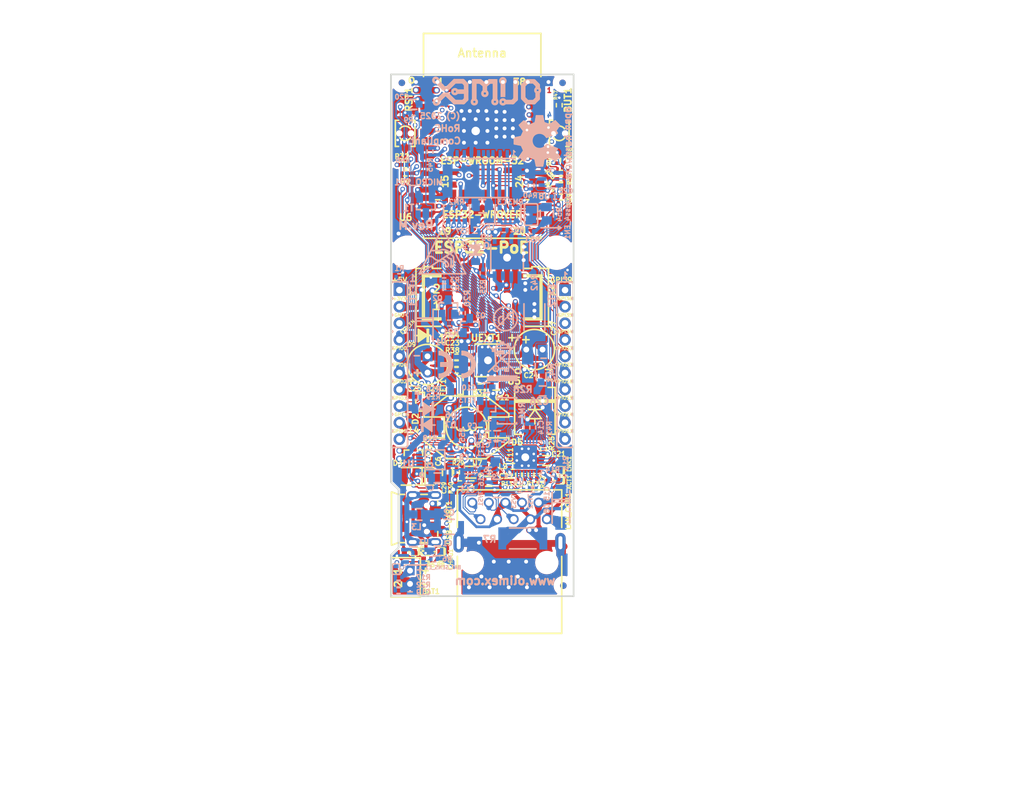
<source format=kicad_pcb>
(kicad_pcb (version 20221018) (generator pcbnew)
  (title_block (title "ESP32-PoE") (date "2025-02-21") (rev "M") (company "OLIMEX Ltd.") (comment 1 "https://www.olimex.com"))
  (layers (0 "F.Cu" mixed) (1 "In1.Cu" power) (2 "In2.Cu" power) (31 "B.Cu" mixed) (34 "B.Paste" user) (35 "F.Paste" user) (36 "B.SilkS" user "B.Silkscreen") (37 "F.SilkS" user "F.Silkscreen") (38 "B.Mask" user) (39 "F.Mask" user) (44 "Edge.Cuts" user))
  (net 0 "")
  (net 1 "+5V")
  (net 2 "GND")
  (net 3 "Net-(ACT1-K)")
  (net 4 "Net-(BUT1-Pad2)")
  (net 5 "Net-(ACT1-A)")
  (net 6 "Net-(U3-VBAT)")
  (net 7 "/ESP_EN")
  (net 8 "Net-(LAN_CON1-Shield)")
  (net 9 "Net-(MICRO_SD1-VDD)")
  (net 10 "/+5V_USB")
  (net 11 "Net-(D3-K)")
  (net 12 "Net-(U1-V3)")
  (net 13 "Net-(LAN_CON1-RCT)")
  (net 14 "Net-(D5-K)")
  (net 15 "Net-(U4-VDDCR)")
  (net 16 "Net-(U4-NRST)")
  (net 17 "Net-(U5-FB)")
  (net 18 "Net-(CHRG1-K)")
  (net 19 "Net-(D4-K)")
  (net 20 "/D_Com")
  (net 21 "+5VP")
  (net 22 "Spare1")
  (net 23 "Spare2")
  (net 24 "/GPIO33")
  (net 25 "/GPIO32")
  (net 26 "/GPI39")
  (net 27 "Net-(D6-K)")
  (net 28 "Net-(D7-A)")
  (net 29 "Net-(D9-K)")
  (net 36 "Net-(LNK1-K)")
  (net 37 "Net-(LNK1-A)")
  (net 38 "Net-(MICRO_SD1-DAT1{slash}RES)")
  (net 39 "Net-(MICRO_SD1-DAT0{slash}DO)")
  (net 40 "Net-(MICRO_SD1-CLK{slash}SCLK)")
  (net 42 "Net-(MICRO_SD1-CD{slash}DAT3{slash}CS)")
  (net 43 "Net-(MICRO_SD1-DAT2{slash}RES)")
  (net 44 "Net-(PWR1-K)")
  (net 45 "Net-(Q2-E)")
  (net 46 "Net-(Q2-B)")
  (net 47 "Net-(Q3-C)")
  (net 48 "Net-(Q3-E)")
  (net 49 "Net-(Q3-B)")
  (net 50 "+3.3VLAN")
  (net 51 "Net-(T1-C)")
  (net 52 "/GPIO0")
  (net 53 "/GPI35")
  (net 54 "Net-(U3-PROG)")
  (net 55 "Net-(U3-CHRGb)")
  (net 56 "Net-(U4-RBIAS)")
  (net 57 "Net-(U7-FB)")
  (net 58 "Net-(U5-BS)")
  (net 59 "Net-(U4-RXER{slash}RXD4{slash}PHYAD0)")
  (net 60 "Net-(U4-RXD2{slash}RMIISEL)")
  (net 61 "Net-(U4-RXD3{slash}PHYAD2)")
  (net 62 "Net-(U4-RXCLK{slash}PHYAD1)")
  (net 63 "Net-(C10-Pad2)")
  (net 64 "/D+")
  (net 65 "Net-(C12-Pad2)")
  (net 66 "Net-(L3-Pad1)")
  (net 67 "/D-")
  (net 68 "Net-(BAT_SENS_E1-Pad2)")
  (net 69 "/GPI34\\BUT1")
  (net 70 "/GPIO2\\HS2_DATA0")
  (net 71 "/GPI36\\U1RXD")
  (net 72 "/GPIO3\\U0RXD")
  (net 73 "/GPIO1\\U0TXD")
  (net 74 "/GPIO4\\U1TXD")
  (net 75 "/GPIO5\\SPI_CS")
  (net 76 "/GPIO15\\HS2_CMD")
  (net 77 "/GPIO16\\I2C-SCL")
  (net 78 "/GPIO14\\HS2_CLK")
  (net 79 "/GPIO13\\I2C-SDA")
  (net 80 "/GPIO27\\EMAC_RX_CRS_DV")
  (net 81 "/GPIO25\\EMAC_RXD0(RMII)")
  (net 82 "/GPIO18\\MDIO(RMII)")
  (net 83 "/GPIO26\\EMAC_RXD1(RMII)")
  (net 84 "/GPIO12\\PHY_PWR")
  (net 85 "/GPIO22\\EMAC_TXD1(RMII)")
  (net 86 "/GPIO19\\EMAC_TXD0(RMII)")
  (net 87 "/GPIO21\\EMAC_TX_EN(RMII)")
  (net 88 "/GPIO23\\MDC(RMII)")
  (net 89 "/GPIO17\\EMAC_CLK_OUT_180")
  (net 90 "/TD+")
  (net 91 "/TD-")
  (net 92 "/RD+")
  (net 93 "/RD-")
  (net 96 "Net-(R28-Pad1)")
  (net 101 "unconnected-(U6-NC-Pad21)")
  (net 102 "Net-(C26-Pad1)")
  (net 103 "unconnected-(U6-NC-Pad22)")
  (net 104 "unconnected-(U6-NC-Pad20)")
  (net 105 "unconnected-(U6-NC-Pad19)")
  (net 106 "unconnected-(U6-NC-Pad17)")
  (net 107 "unconnected-(U6-NC-Pad18)")
  (net 111 "+3.3V")
  (net 112 "Net-(Class4_EN1-Pad1)")
  (net 113 "Net-(U9-CLS)")
  (net 114 "Net-(U9-DEN)")
  (net 115 "Net-(U5-EN)")
  (net 117 "Net-(U7-SW)")
  (net 119 "Net-(U1-CTS#)")
  (footprint "OLIMEX_Other-FP:Fiducial1x3" (layer "F.Cu") (at 116.586 168.529 -90)
    (fp_text reference "FID3" hide)
    (fp_text value "Fiducial" hide)
  )
  (footprint "OLIMEX_Connectors-FP:GBH-254-SMT-10" (layer "F.Cu") (at 104.14 124.333)
    (fp_text reference "UEXT1")
    (fp_text value "P-B-V-10-LF")
  )
  (footprint "OLIMEX_Diodes-FP:SOT23-3" (layer "F.Cu") (at 94.615 140.335 180)
    (fp_text reference "D2")
    (fp_text value "BAT54C(SOT23-3)")
  )
  (footprint "OLIMEX_Transistors-FP:SOT23" (layer "F.Cu") (at 93.599 148.37156 -90)
    (fp_text reference "FET2")
    (fp_text value "WPM2015-3/TR")
  )
  (footprint "OLIMEX_RLC-FP:R_0402_5MIL_DWS" (layer "F.Cu") (at 116.586 103.251 90)
    (fp_text reference "R48")
    (fp_text value "10k/R0402")
  )
  (footprint "OLIMEX_RLC-FP:R_0402_5MIL_DWS" (layer "F.Cu") (at 115.951 94.869 90)
    (fp_text reference "R47")
    (fp_text value "220R/R0402")
  )
  (footprint "OLIMEX_RLC-FP:R_0402_5MIL_DWS" (layer "F.Cu") (at 116.205 108.966 180)
    (fp_text reference "R39")
    (fp_text value "10k/R0402")
  )
  (footprint "OLIMEX_RLC-FP:R_0402_5MIL_DWS" (layer "F.Cu") (at 92.329 104.013)
    (fp_text reference "R32")
    (fp_text value "10k/R0402")
  )
  (footprint "OLIMEX_RLC-FP:R_0402_5MIL_DWS" (layer "F.Cu") (at 116.205 106.172 180)
    (fp_text reference "R31")
    (fp_text value "2.2k/R0402")
  )
  (footprint "OLIMEX_RLC-FP:R_0402_5MIL_DWS" (layer "F.Cu") (at 92.329 105.283)
    (fp_text reference "R4")
    (fp_text value "47k/R0402")
  )
  (footprint "OLIMEX_RLC-FP:R_0402_5MIL_DWS" (layer "F.Cu") (at 97.79 164.338 180)
    (fp_text reference "R8")
    (fp_text value "2.2k/R0402")
  )
  (footprint "OLIMEX_LEDs-FP:LED_0603_KA" (layer "F.Cu") (at 96.901 163.322 180)
    (fp_text reference "CHRG1")
    (fp_text value "LED/YELLOW/0603")
  )
  (footprint "OLIMEX_RLC-FP:R_0402_5MIL_DWS" (layer "F.Cu") (at 95.758 164.338)
    (fp_text reference "R5")
    (fp_text value "2.2k/R0402")
  )
  (footprint "OLIMEX_RLC-FP:R_0402_5MIL_DWS" (layer "F.Cu") (at 111.633 151.511 -90)
    (fp_text reference "R13")
    (fp_text value "49.9R/1%/R0402")
  )
  (footprint "OLIMEX_RLC-FP:R_0402_5MIL_DWS" (layer "F.Cu") (at 116.205 107.188)
    (fp_text reference "R44")
    (fp_text value "NA/R0402")
  )
  (footprint "OLIMEX_RLC-FP:R_0402_5MIL_DWS" (layer "F.Cu") (at 113.538 147.574 90)
    (fp_text reference "R25")
    (fp_text value "10k/R0402")
  )
  (footprint "OLIMEX_Connectors-FP:RJP-003TC1(LPJ4112CNL)" (layer "F.Cu") (at 108.331 164.846)
    (fp_text reference "LAN_CON1")
    (fp_text value "RJP-003TC1(LPJ4112CNL)")
  )
  (footprint "OLIMEX_RLC-FP:C_0603_5MIL_DWS" (layer "F.Cu") (at 113.9444 149.352 180)
    (fp_text reference "C21")
    (fp_text value "NA(10uF/6.3V/20%/X5R/C0603)")
  )
  (footprint "OLIMEX_RLC-FP:C_0603_5MIL_DWS" (layer "F.Cu") (at 105.156 152.527 180)
    (fp_text reference "C22")
    (fp_text value "22uF/6.3V/20%/X5R/C0603")
  )
  (footprint "OLIMEX_RLC-FP:R_0402_5MIL_DWS" (layer "F.Cu") (at 103.759 138.049)
    (fp_text reference "R33")
    (fp_text value "4.7R/R0402")
  )
  (footprint "OLIMEX_Transistors-FP:SOT23" (layer "F.Cu") (at 100.584 137.795 180)
    (fp_text reference "FET1")
    (fp_text value "WPM2015-3/TR")
  )
  (footprint "OLIMEX_Diodes-FP:SOD-123_1C-2A_KA" (layer "F.Cu") (at 94.996 130.175 180)
    (fp_text reference "D9")
    (fp_text value "1N5819S4(SOD-123)")
  )
  (footprint "OLIMEX_RLC-FP:C_0603_5MIL_DWS" (layer "F.Cu") (at 106.299 137.795 180)
    (fp_text reference "C12")
    (fp_text value "100nF/100V/10%/X7R/C0603")
  )
  (footprint "OLIMEX_Buttons-FP:IT1185AU2_V2" (layer "F.Cu") (at 92.321 99.187 90)
    (fp_text reference "RST1")
    (fp_text value "IT1185AU2")
  )
  (footprint "OLIMEX_RLC-FP:C_0402_5MIL_DWS" (layer "F.Cu") (at 100.203 134.493)
    (fp_text reference "C23")
    (fp_text value "12pF/50V/5%/COG/C0402")
  )
  (footprint "OLIMEX_RLC-FP:R_0402_5MIL_DWS" (layer "F.Cu") (at 100.203 133.477 180)
    (fp_text reference "R34")
    (fp_text value "5.23k/1%/R0402")
  )
  (footprint "OLIMEX_RLC-FP:R_0402_5MIL_DWS" (layer "F.Cu") (at 100.203 135.509)
    (fp_text reference "R38")
    (fp_text value "30.1k/1%/R0402")
  )
  (footprint "OLIMEX_RLC-FP:L_2016_MM" (layer "F.Cu") (at 105.283 150.622)
    (fp_text reference "L2")
    (fp_text value "1.0uH/4.2A/DCR=35mR/20%/2.00x1.60x1.00mm/L2016(PIM201610-1R0MTS00)")
  )
  (footprint "OLIMEX_RLC-FP:R_0402_5MIL_DWS" (layer "F.Cu") (at 116.205 105.283 180)
    (fp_text reference "R36")
    (fp_text value "10k/R0402")
  )
  (footprint "OLIMEX_Other-FP:Fiducial1x3_Paste" (layer "F.Cu") (at 116.459 91.44 -90)
    (fp_text reference "FID2" hide)
    (fp_text value "Fiducial" hide)
  )
  (footprint "OLIMEX_RLC-FP:R_0402_5MIL_DWS" (layer "F.Cu") (at 115.697 103.251 -90)
    (fp_text reference "R49")
    (fp_text value "NA/R0402")
  )
  (footprint "OLIMEX_RLC-FP:CPOL-RM2.5mm_6.3x11mm_PTH" (layer "F.Cu") (at 112.141 132.334)
    (fp_text reference "C27")
    (fp_text value "15uF/100V/20%/RM2.5/6.3x11mm(Farnell:1281844)")
  )
  (footprint "OLIMEX_Diodes-FP:DO214AB(SMC)_1(K)-2(A)" (layer "F.Cu") (at 112.2172 141.732 -90)
    (fp_text reference "D5")
    (fp_text value "SS510/100V/5A/0.85V/DO214AB(SMC)")
  )
  (footprint "OLIMEX_RLC-FP:CPOL-RM2.5mm_6.3x11mm_PTH" (layer "F.Cu") (at 95.758 134.62 90)
    (fp_text reference "C25")
    (fp_text value "470uF/10V/20%/Low_ESR/RM2.5/6.0x11mm")
  )
  (footprint "OLIMEX_RLC-FP:R_0402_5MIL_DWS" (layer "F.Cu") (at 96.52 139.065 180)
    (fp_text reference "R24")
    (fp_text value "220R/R0402")
  )
  (footprint "OLIMEX_RLC-FP:DBS135" (layer "F.Cu") (at 101.727 144.272 180)
    (fp_text reference "L4")
    (fp_text value "33uH/2.1A/DCR=0.1R/20%/DBS135(PD3316MT330)")
  )
  (footprint "OLIMEX_RLC-FP:R_0402_5MIL_DWS" (layer "F.Cu") (at 100.203 151.13 -90)
    (fp_text reference "R29")
    (fp_text value "220k/R0402")
  )
  (footprint "OLIMEX_RLC-FP:R_0402_5MIL_DWS" (layer "F.Cu") (at 102.616 152.908)
    (fp_text reference "R30")
    (fp_text value "49.9k/1%/R0402")
  )
  (footprint "OLIMEX_RLC-FP:C_0603_5MIL_DWS" (layer "F.Cu") (at 98.806 151.13 -90)
    (fp_text reference "C6")
    (fp_text value "22uF/6.3V/20%/X5R/C0603")
  )
  (footprint "OLIMEX_Diodes-FP:SMA-KA" (layer "F.Cu") (at 94.234 151.765 180)
    (fp_text reference "D3")
    (fp_text value "1N5822/SS34/SMA")
  )
  (footprint "OLIMEX_Connectors-FP:USB-MICRO_MISB-SWMM-5B_LF" (layer "F.Cu") (at 93.726 158.242 180)
    (fp_text reference "USB-UART1")
    (fp_text value "MISB-SWMM-5B-LF(USB_MICRO)")
  )
  (footprint "OLIMEX_Regulators-FP:SOT-563-6" (layer "F.Cu") (at 102.235 151.13)
    (fp_text reference "U7")
    (fp_text value "TPS62A02ADRLR(SOT-563-6)")
  )
  (footprint "OLIMEX_RLC-FP:R_0402_5MIL_DWS" (layer "F.Cu") (at 110.744 151.511 -90)
    (fp_text reference "R10")
    (fp_text value "49.9R/1%/R0402")
  )
  (footprint "OLIMEX_RLC-FP:C_0402_5MIL_DWS" (layer "F.Cu") (at 108.839 150.241)
    (fp_text reference "C11")
    (fp_text value "100nF/16V/10%/X7R/C0402")
  )
  (footprint "OLIMEX_RLC-FP:R_0402_5MIL_DWS" (layer "F.Cu") (at 112.522 151.511 -90)
    (fp_text reference "R12")
    (fp_text value "49.9R/1%/R0402")
  )
  (footprint "OLIMEX_LEDs-FP:LED_0603_KA" (layer "F.Cu") (at 115.189 152.4 180)
    (fp_text reference "ACT1")
    (fp_text value "LED/YELLOW/0603")
  )
  (footprint "OLIMEX_LEDs-FP:LED_0603_KA" (layer "F.Cu") (at 115.189 150.876 180)
    (fp_text reference "LNK1")
    (fp_text value "LED/GREEN/0603")
  )
  (footprint "OLIMEX_RLC-FP:R_0402_5MIL_DWS" (layer "F.Cu") (at 109.728 151.511 -90)
    (fp_text reference "R11")
    (fp_text value "49.9R/1%/R0402")
  )
  (footprint "OLIMEX_Buttons-FP:IT1185AU2_V2" (layer "F.Cu") (at 115.959 99.187 90)
    (fp_text reference "BUT1")
    (fp_text value "IT1185AU2")
  )
  (footprint "OLIMEX_RLC-FP:C_0603_5MIL_DWS" (layer "F.Cu") (at 114.3508 136.144)
    (fp_text reference "C24")
    (fp_text value "100nF/100V/10%/X7R/C0603")
  )
  (footprint "OLIMEX_Regulators-FP:ESOIC-8" (layer "F.Cu") (at 105.029 133.985 90)
    (fp_text reference "U5")
    (fp_text value "TX4138(ESOIC-8)")
  )
  (footprint "OLIMEX_Cases-FP:ESP32-WROVER_MODULE" (layer "F.Cu") (at 104.14 99.568)
    (fp_text reference "U6")
    (fp_text value "ESP32-WROVER-E")
  )
  (footprint "OLIMEX_Other-FP:Fiducial1x3" (layer "F.Cu") (at 91.821 91.44 -90)
    (fp_text reference "FID1" hide)
    (fp_text value "Fiducial" hide)
  )
  (footprint "OLIMEX_Other-FP:NPTH_2.2mm" (layer "F.Cu") (at 92.71 117.475)
    (fp_text reference "MH1" hide)
    (fp_text value "Mounting_Hole_NPTH" hide)
  )
  (footprint "OLIMEX_Other-FP:NPTH_2.2mm" (layer "F.Cu") (at 115.57 117.475)
    (fp_text reference "MH2" hide)
    (fp_text value "Mounting_Hole_NPTH" hide)
  )
  (footprint "OLIMEX_Other-FP:NPTH_2.2mm" (layer "F.Cu") (at 97.536 167.513)
    (fp_text reference "MH3" hide)
    (fp_text value "Mounting_Hole_NPTH" hide)
  )
  (footprint "OLIMEX_Connectors-FP:LIPO_BAT_VERTICAL_DW02S" (layer "F.Cu") (at 89.535 167.259 -90)
    (fp_text reference "BAT1")
    (fp_text value "DW02S")
  )
  (footprint "OLIMEX_LEDs-FP:LED_0603_KA" (layer "F.Cu") (at 92.964 163.322 180)
    (fp_text reference "PWR1")
    (fp_text value "LED/RED/0603")
  )
  (footprint "OLIMEX_RLC-FP:C_0402_5MIL_DWS" (layer "F.Cu") (at 100.711 152.908 180)
    (fp_text reference "C29")
    (fp_text value "NA(120pF/50V/5%/C0G/C0402)")
  )
  (footprint "OLIMEX_Connectors-FP:HN1x10" (layer "B.Cu") (at 116.84 134.65 -90)
    (fp_text reference "EXT2")
    (fp_text value "NS(HN1x10)")
  )
  (footprint "OLIMEX_Other-FP:Fiducial1x3" (layer "B.Cu") (at 116.586 168.529 -90)
    (fp_text reference "FID6" hide)
    (fp_text value "Fiducial" hide)
  )
  (footprint "OLIMEX_RLC-FP:R_0402_5MIL_DWS" (layer "B.Cu") (at 91.44 121.158)
    (fp_text reference "R1")
    (fp_text value "10k/R0402")
  )
  (footprint "OLIMEX_RLC-FP:R_MATRIX_4" (layer "B.Cu") (at 107.95 141.732 90)
    (fp_text reference "RM1")
    (fp_text value "RA1206_(4X0603)_4B8_2.2k")
  )
  (footprint "OLIMEX_Connectors-FP:uSD(TFC-9P-1.xH(ATFFS150A01BR016))" (layer "B.Cu") (at 104.14 105.537)
    (fp_text reference "MICRO_SD1")
    (fp_text value "TFC-9P-1.7H(ATFFS150A01BR016)")
  )
  (footprint "OLIMEX_RLC-FP:R_0402_5MIL_DWS" (layer "B.Cu") (at 111.633 107.188 -90)
    (fp_text reference "R40")
    (fp_text value "10R/R0402")
  )
  (footprint "OLIMEX_Other-FP:Fiducial1x3" (layer "B.Cu") (at 91.821 91.44 -90)
    (fp_text reference "FID4" hide)
    (fp_text value "Fiducial" hide)
  )
  (footprint "OLIMEX_RLC-FP:C_0805_5MIL_DWS" (layer "B.Cu") (at 104.14 110.363 180)
    (fp_text reference "C3")
    (fp_text value "47uF/6.3V/20%/X5R/C0805")
  )
  (footprint "OLIMEX_RLC-FP:R_MATRIX_4" (layer "B.Cu") (at 100.203 111.633)
    (fp_text reference "RM2")
    (fp_text value "RA1206_(4X0603)_4B8_2.2k")
  )
  (footprint "OLIMEX_RLC-FP:R_0402_5MIL_DWS" (layer "B.Cu") (at 92.583 104.775 90)
    (fp_text reference "R46")
    (fp_text value "220R/R0402")
  )
  (footprint "OLIMEX_Connectors-FP:HN1x10" (layer "B.Cu") (at 91.44 134.65 -90)
    (fp_text reference "EXT1")
    (fp_text value "NS(HN1x10)")
  )
  (footprint "OLIMEX_Transistors-FP:SOT23" (layer "B.Cu") (at 104.775 141.224 90)
    (fp_text reference "FET3")
    (fp_text value "WPM2015-3/TR")
  )
  (footprint "OLIMEX_RLC-FP:C_0603_5MIL_DWS" (layer "B.Cu") (at 104.902 144.018)
    (fp_text reference "C9")
    (fp_text value "22uF/6.3V/20%/X5R/C0603")
  )
  (footprint "OLIMEX_RLC-FP:C_0402_5MIL_DWS" (layer "B.Cu") (at 113.284 152.654 90)
    (fp_text reference "C15")
    (fp_text value "100nF/16V/10%/X7R/C0402")
  )
  (footprint "OLIMEX_RLC-FP:C_0402_5MIL_DWS" (layer "B.Cu") (at 103.124 150.749 180)
    (fp_text reference "C16")
    (fp_text value "100nF/16V/10%/X7R/C0402")
  )
  (footprint "OLIMEX_RLC-FP:C_0402_5MIL_DWS" (layer "B.Cu") (at 106.299 146.939 180)
    (fp_text reference "C18")
    (fp_text value "100nF/16V/10%/X7R/C0402")
  )
  (footprint "OLIMEX_RLC-FP:C_0603_5MIL_DWS" (layer "B.Cu") (at 106.426 145.542 180)
    (fp_text reference "C17")
    (fp_text value "2.2uF/6.3V/10%/X5R/C0603")
  )
  (footprint "OLIMEX_RLC-FP:L_0805_5MIL_DWS" (layer "B.Cu") (at 105.156 149.479)
    (fp_text reference "L1")
    (fp_text value "FB0805/600R/2A")
  )
  (footprint "OLIMEX_RLC-FP:C_0603_5MIL_DWS" (layer "B.Cu") (at 97.282 163.195)
    (fp_text reference "C1")
    (fp_text value "22uF/6.3V/20%/X5R/C0603")
  )
  (footprint "OLIMEX_RLC-FP:L_0805_5MIL_DWS" (layer "B.Cu") (at 94.488 157.607)
    (fp_text reference "L3")
    (fp_text value "FB0805/600R/2A")
  )
  (footprint "OLIMEX_RLC-FP:R_0402_5MIL_DWS" (layer "B.Cu") (at 96.774 164.465)
    (fp_text reference "R6")
    (fp_text value "10k/R0402")
  )
  (footprint "OLIMEX_RLC-FP:R_0402_5MIL_DWS" (layer "B.Cu") (at 91.313 168.275)
    (fp_text reference "R22")
    (fp_text value "470k/R0402")
  )
  (footprint "OLIMEX_RLC-FP:C_0402_5MIL_DWS" (layer "B.Cu") (at 91.313 169.291)
    (fp_text reference "C19")
    (fp_text value "1nF/50V/10%/X7R/C0402")
  )
  (footprint "OLIMEX_Jumpers-FP:SJ_1_SMALLER" (layer "B.Cu") (at 90.932 165.989 -90)
    (fp_text reference "BAT_SENS_E1")
    (fp_text value "Opened" hide)
  )
  (footprint "OLIMEX_LOGOs-FP:LOGO_ANTISTATIC_1" (layer "B.Cu") (at 101.6 120.7155 180)
    (fp_text reference "Sign_Antistatic" hide)
    (fp_text value "Val**" hide)
  )
  (footprint "OLIMEX_LOGOs-FP:LOGO_RECYCLEBIN_1" (layer "B.Cu") (at 109.5375 137.16 180)
    (fp_text reference "Sign_RecycleBin" hide)
    (fp_text value "" hide)
  )
  (footprint "OLIMEX_LOGOs-FP:LOGO_PBFREE" (layer "B.Cu") (at 107.8992 127.32004)
    (fp_text reference "Sign_PB-Free")
    (fp_text value "")
  )
  (footprint "OLIMEX_LOGOs-FP:LOGO_OPENHARDWARE_8x8" (layer "B.Cu") (at 113.03 100.33 -90)
    (fp_text reference "Logo_OSHW" hide)
    (fp_text value "" hide)
  )
  (footprint "OLIMEX_RLC-FP:C_1206_5MIL_DWS_ISO" (layer "B.Cu") (at 99.06 159.512)
    (fp_text reference "C2")
    (fp_text value "1nF/2000V/10%/X7R/C1206")
  )
  (footprint "OLIMEX_RLC-FP:C_0603_5MIL_DWS" (layer "B.Cu") (at 97.282 152.019 180)
    (fp_text reference "C7")
    (fp_text value "22uF/6.3V/20%/X5R/C0603")
  )
  (footprint "OLIMEX_Diodes-FP:SMA-KA" (layer "B.Cu") (at 116.205 156.464 -90)
    (fp_text reference "D8")
    (fp_text value "SMAJ58A/SMA")
  )
  (footprint "OLIMEX_RLC-FP:R_0402_5MIL_DWS" (layer "B.Cu") (at 114.935 152.146)
    (fp_text reference "R14")
    (fp_text value "2.2k/R0402")
  )
  (footprint "OLIMEX_Transistors-FP:SOT23" (layer "B.Cu") (at 98.93046 125.81636 -90)
    (fp_text reference "Q2")
    (fp_text value "BC817-40(SOT23)")
  )
  (footprint "OLIMEX_Diodes-FP:SMA-KA" (layer "B.Cu") (at 95.25 128.651 -90)
    (fp_text reference "D1")
    (fp_text value "1N5822/SS34/SMA")
  )
  (footprint "OLIMEX_RLC-FP:C_0603_5MIL_DWS" (layer "B.Cu") (at 104.775 138.176 180)
    (fp_text reference "C10")
    (fp_text value "22uF/6.3V/20%/X5R/C0603")
  )
  (footprint "OLIMEX_RLC-FP:R_0402_5MIL_DWS" (layer "B.Cu") (at 99.06 128.27)
    (fp_text reference "R21")
    (fp_text value "1k/R0402")
  )
  (footprint "OLIMEX_Transistors-FP:SOT23" (layer "B.Cu") (at 102.235 128.651 -90)
    (fp_text reference "Q3")
    (fp_text value "BC817-40(SOT23)")
  )
  (footprint "OLIMEX_RLC-FP:R_0402_5MIL_DWS" (layer "B.Cu") (at 104.267 120.65 -90)
    (fp_text reference "R35")
    (fp_text value "2.2k/R0402")
  )
  (footprint "OLIMEX_RLC-FP:R_0402_5MIL_DWS" (layer "B.Cu") (at 116.459 151.765 90)
    (fp_text reference "R15")
    (fp_text value "2.2k/R0402")
  )
  (footprint "OLIMEX_RLC-FP:C_0402_5MIL_DWS" (layer "B.Cu") (at 100.965 150.241 -90)
    (fp_text reference "C8")
    (fp_text value "100nF/16V/10%/X7R/C0402")
  )
  (footprint "OLIMEX_RLC-FP:R_0402_5MIL_DWS" (layer "B.Cu") (at 94.107 138.43)
    (fp_text reference "R16")
    (fp_text value "NA(10k/R0402)")
  )
  (footprint "OLIMEX_LOGOs-FP:OLIMEX_LOGO_TB" (layer "B.Cu") (at 104.648 92.71 180)
    (fp_text reference "Logo_Olimex" hide)
    (fp_text value "" hide)
  )
  (footprint "OLIMEX_Other-FP:Fiducial1x3_Paste" (layer "B.Cu") (at 116.459 91.44 -90)
    (fp_text reference "FID5" hide)
    (fp_text value "Fiducial" hide)
  )
  (footprint "OLIMEX_Diodes-FP:SOD-123_1C-2A_KA" (layer "B.Cu") (at 103.124 116.967 90)
    (fp_text reference "D4")
    (fp_text value "1N5819S4(SOD-123)")
  )
  (footprint "OLIMEX_RLC-FP:R_0402_5MIL_DWS" (layer "B.Cu") (at 98.171 145.669 180)
    (fp_text reference "R18")
    (fp_text value "10k/R0402")
  )
  (footprint "OLIMEX_RLC-FP:R_0402_5MIL_DWS" (layer "B.Cu") (at 94.107 139.573 180)
    (fp_text reference "R19")
    (fp_text value "10k/R0402")
  )
  (footprint "OLIMEX_RLC-FP:C_0402_5MIL_DWS" (layer "B.Cu") (at 110.998 144.272 90)
    (fp_text reference "C14")
    (fp_text value "100nF/16V/10%/X7R/C0402")
  )
  (footprint "OLIMEX_RLC-FP:R_0402_5MIL_DWS" (layer "B.Cu") (at 111.887 144.272 -90)
    (fp_text reference "R41")
    (fp_text value "2.2k/R0402")
  )
  (footprint "OLIMEX_Diodes-FP:D_0402_5MIL_DWS" (layer "B.Cu") (at 111.887 153.797 180)
    (fp_text reference "TVS2")
    (fp_text value "NA(GG0402052R542P)")
  )
  (footprint "OLIMEX_Diodes-FP:D_0402_5MIL_DWS" (layer "B.Cu") (at 109.982 153.797)
    (fp_text reference "TVS3")
    (fp_text value "NA(GG0402052R542P)")
  )
  (footprint "OLIMEX_Diodes-FP:SOT-23-5" (layer "B.Cu") (at 106.426 153.609 180)
    (fp_text reference "TVS1")
    (fp_text value "ESDS314DBVR(SOT-23-5)")
  )
  (footprint "OLIMEX_IC-FP:QFN32_EP(33)_5.00x5.00x0.90mm_Pitch_0.50mm" (layer "B.Cu") (at 110.744 148.844 90)
    (fp_text reference "U4")
    (fp_text value "LAN8710A-EZC(QFN32)")
  )
  (footprint "OLIMEX_RLC-FP:R_0402_5MIL_DWS" (layer "B.Cu") (at 106.82879 151.15179 135)
    (fp_text reference "R26")
    (fp_text value "12.1k/1%/R0402")
  )
  (footprint "OLIMEX_RLC-FP:C_0603_5MIL_DWS" (layer "B.Cu") (at 101.981 152.146 180)
    (fp_text reference "C13")
    (fp_text value "22uF/6.3V/20%/X5R/C0603")
  )
  (footprint "OLIMEX_Diodes-FP:SOD-123_1C-2A_KA" (layer "B.Cu") (at 95.758 141.478 180)
    (fp_text reference "D6")
    (fp_text value "1N5819S4(SOD-123)")
  )
  (footprint "OLIMEX_Diodes-FP:SOD-123_1C-2A_KA" (layer "B.Cu") (at 95.758 143.891)
    (fp_text reference "D7")
    (fp_text value "1N5819S4(SOD-123)")
  )
  (footprint "OLIMEX_RLC-FP:R_1206_5MIL_DWS" (layer "B.Cu") (at 111.125 135.255 90)
    (fp_text reference "R28")
    (fp_text value "0.03R/1%/R1206")
  )
  (footprint "OLIMEX_RLC-FP:R_0402_5MIL_DWS" (layer "B.Cu") (at 101.092 126.746 -90)
    (fp_text reference "R20")
    (fp_text value "1k/R0402")
  )
  (footprint "OLIMEX_RLC-FP:R_0402_5MIL_DWS" (layer "B.Cu") (at 93.599 96.012 180)
    (fp_text reference "R9")
    (fp_text value "100k/R0402")
  )
  (footprint "OLIMEX_RLC-FP:R_MATRIX_4" (layer "B.Cu") (at 108.077 111.633)
    (fp_text reference "RM3")
    (fp_text value "RA1206_(4X0603)_4B8_2.2k")
  )
  (footprint "OLIMEX_LOGOs-FP:CE_Sign" (layer "B.Cu") (at 99.314 134.62 180)
    (fp_text reference "CE" hide)
    (fp_text value "CE_Sign" hide)
  )
  (footprint "OLIMEX_RLC-FP:R_2512_MM_DWS" (layer "B.Cu") (at 112.141 127.3552 90)
    (fp_text reference "R42")
    (fp_text value "9.1k/R2512")
  )
  (footprint "OLIMEX_RLC-FP:C_0603_5MIL_DWS" (layer "B.Cu") (at 113.411 138.684)
    (fp_text reference "C26")
    (fp_text value "NA(220pF/100V/C0603)")
  )
  (footprint "OLIMEX_RLC-FP:R_0603_5MIL_DWS" (layer "B.Cu") (at 113.157 136.398 90)
    (fp_text reference "R43")
    (fp_text value "NA(22R/R0603)")
  )
  (footprint "OLIMEX_RLC-FP:C_0402_5MIL_DWS" (layer "B.Cu") (at 115.316 108.839)
    (fp_text reference "C28")
    (fp_text value "100nF/16V/10%/X7R/C0402")
  )
  (footprint "OLIMEX_RLC-FP:R_0402_5MIL_DWS" (layer "B.Cu") (at 96.139 101.981 -90)
    (fp_text reference "R45")
    (fp_text value "10R/R0402")
  )
  (footprint "OLIMEX_IC-FP:SOT-23-5" (layer "B.Cu") (at 114.680999 106.172 180)
    (fp_text reference "U8")
    (fp_text value "SN74LVC1G04DBVR(SOT23-5)")
  )
  (footprint "OLIMEX_IC-FP:SOT-23-5" (layer "B.Cu") (at 93.599 163.957 180)
    (fp_text reference "U3")
    (fp_text value "TP4054-42-SOT25-R(SOT23-5)")
  )
  (footprint "OLIMEX_RLC-FP:R_0402_5MIL_DWS" (layer "B.Cu") (at 91.313 167.259 180)
    (fp_text reference "R17")
    (fp_text value "470k/R0402")
  )
  (footprint "OLIMEX_Transistors-FP:SOT23" (layer "B.Cu") (at 95.504 110.236 90)
    (fp_text reference "T1")
    (fp_text value "LMUN2211LT1G(SOT-23)")
  )
  (footprint "OLIMEX_RLC-FP:R_0402_5MIL_DWS" (layer "B.Cu") (at 98.298 122.682)
    (fp_text reference "R2")
    (fp_text value "10k/R0402")
  )
  (footprint "OLIMEX_RLC-FP:R_0402_5MIL_DWS" (layer "B.Cu") (at 98.298 121.793 180)
    (fp_text reference "R3")
    (fp_text value "1k/R0402")
  )
  (footprint "OLIMEX_RLC-FP:C_0603_5MIL_DWS" (layer "B.Cu") (at 93.599 94.742 180)
    (fp_text reference "C20")
    (fp_text value "1uF/10V/20%/X5R/C0603")
  )
  (footprint "OLIMEX_RLC-FP:L_0805_5MIL_DWS" (layer "B.Cu") (at 104.14 112.268)
    (fp_text reference "L5")
    (fp_text value "FB0805/600R/2A")
  )
  (footprint "OLIMEX_RLC-FP:R_0402_5MIL_DWS" (layer "B.Cu") (at 103.124 114.046)
    (fp_text reference "R37")
    (fp_text value "10k/R0402")
  )
  (footprint "OLIMEX_RLC-FP:R_0402_5MIL_DWS" (layer "B.Cu") (at 107.442 113.919)
    (fp_text reference "R52")
    (fp_text value "24.9k/1%/R0402")
  )
  (footprint "OLIMEX_RLC-FP:R_0805_5MIL_DWS" (layer "B.Cu") (at 114.046 111.506 90)
    (fp_text reference "R54")
    (fp_text value "66.5R/1%/125mW/R0805")
  )
  (footprint "OLIMEX_IC-FP:MSOP-10_Pitch-0.5mm_3.00x3.00x1.00mm" (layer "B.Cu") (at 96.901 149.225 90)
    (fp_text reference "U1")
    (fp_text value "CH340X(MSOP-10)")
  )
  (footprint "OLIMEX_RLC-FP:R_2512_MM_DWS" (layer "B.Cu") (at 110.363 161.29 180)
    (fp_text reference "R7")
    (fp_text value "9.1k/R2512")
  )
  (footprint "OLIMEX_RLC-FP:R_0402_5MIL_DWS" (layer "B.Cu") (at 100.965 147.447 90)
    (fp_text reference "R55")
    (fp_text value "4.7k/R0402")
  )
  (footprint "OLIMEX_Jumpers-FP:SJ_Closed" (layer "B.Cu") (at 111.633 111.633 -90)
    (fp_text reference "Class4_EN1")
    (fp_text value "Closed")
  )
  (footprint "OLIMEX_RLC-FP:R_0402_5MIL_DWS" (layer "B.Cu") (at 111.506 114.173)
    (fp_text reference "R53")
    (fp_text value "1.27k/1%/62.5mW/R0402")
  )
  (footprint "OLIMEX_Regulators-FP:ESOIC-8" (layer "B.Cu") (at 107.95 118.237)
    (fp_text reference "U9")
    (fp_text value "TPS2378DDAR(HSOIC-8)")
  )
  (gr_line (start 116.205 113.665) (end 115.824 113.411) (stroke (width 0.254)) (layer "B.SilkS"))
  (gr_line (start 94.996 165.354) (end 92.329 165.354) (stroke (width 0.1524)) (layer "B.SilkS"))
  (gr_line (start 91.694 165.989) (end 91.821 165.608) (stroke (width 0.1524)) (layer "B.SilkS"))
  (gr_line (start 115.824 113.919) (end 116.205 113.665) (stroke (width 0.254)) (layer "B.SilkS"))
  (gr_line (start 92.329 165.354) (end 91.694 165.989) (stroke (width 0.1524)) (layer "B.SilkS"))
  (gr_line (start 91.694 165.989) (end 92.075 165.862) (stroke (width 0.1524)) (layer "B.SilkS"))
  (gr_line (start 95.4278 165.354) (end 94.996 165.354) (stroke (width 0.1524)) (layer "B.SilkS"))
  (gr_line (start 115.824 113.919) (end 115.824 113.411) (stroke (width 0.254)) (layer "B.SilkS"))
  (gr_line (start 113.157 113.665) (end 116.205 113.665) (stroke (width 0.254)) (layer "B.SilkS"))
  (gr_line (start 118.15 170.15) (end 118.15 90.15) (stroke (width 0.254)) (layer "Edge.Cuts"))
  (gr_line (start 90.15 170.15) (end 118.15 170.15) (stroke (width 0.254)) (layer "Edge.Cuts"))
  (gr_line (start 90.15 152.654) (end 91.313 153.797) (stroke (width 0.254)) (layer "Edge.Cuts"))
  (gr_line (start 91.313 162.687) (end 90.15 163.83) (stroke (width 0.254)) (layer "Edge.Cuts"))
  (gr_line (start 91.313 153.797) (end 91.313 162.687) (stroke (width 0.254)) (layer "Edge.Cuts"))
  (gr_line (start 90.15 152.654) (end 90.15 90.15) (stroke (width 0.254)) (layer "Edge.Cuts"))
  (gr_line (start 90.15 90.15) (end 118.15 90.15) (stroke (width 0.254)) (layer "Edge.Cuts"))
  (gr_line (start 90.15 163.83) (end 90.15 170.15) (stroke (width 0.254)) (layer "Edge.Cuts"))
  (gr_text "1" (at 114.427 92.583) (layer "F.Cu") (effects (font (size 0.762 0.762) (thickness 0.1905))))
  (gr_text "4" (at 114.427 96.393) (layer "B.Cu") (effects (font (size 0.762 0.762) (thickness 0.1905)) (justify mirror)))
  (gr_text "1" (at 116.84 121.031) (layer "B.SilkS") (effects (font (size 1.016 1.016) (thickness 0.254)) (justify mirror)))
  (gr_text "1" (at 108.966 102.235) (layer "B.SilkS") (effects (font (size 0.762 0.762) (thickness 0.1905)) (justify mirror)))
  (gr_text "RoHS" (at 98.806 98.425) (layer "B.SilkS") (effects (font (size 1.016 1.016) (thickness 0.254)) (justify mirror)))
  (gr_text "+" (at 94.488 166.116 90) (layer "B.SilkS") (effects (font (size 0.889 0.889) (thickness 0.22225)) (justify mirror)))
  (gr_text "-" (at 93.091 169.545 180) (layer "B.SilkS") (effects (font (size 0.889 0.889) (thickness 0.22225)) (justify mirror)))
  (gr_text "Rev.M" (at 93.98 113.284) (layer "B.SilkS") (effects (font (size 1.27 1.27) (thickness 0.3175) bold) (justify mirror)))
  (gr_text "www.olimex.com" (at 107.6452 167.767) (layer "B.SilkS") (effects (font (size 1.27 1.27) (thickness 0.3175) bold) (justify mirror)))
  (gr_text "+" (at 94.107 135.763) (layer "B.SilkS") (effects (font (size 1.016 1.016) (thickness 0.254)) (justify mirror)))
  (gr_text "-" (at 113.538 133.731 180) (layer "B.SilkS") (effects (font (size 1.016 1.016) (thickness 0.254)) (justify mirror)))
  (gr_text "+" (at 109.601 130.429) (layer "B.SilkS") (effects (font (size 1.016 1.016) (thickness 0.254)) (justify mirror)))
  (gr_text "-" (at 94.107 133.35 180) (layer "B.SilkS") (effects (font (size 1.016 1.016) (thickness 0.254)) (justify mirror)))
  (gr_text "(C) 2025" (at 97.663 96.52) (layer "B.SilkS") (effects (font (size 0.889 0.889) (thickness 0.22225) bold) (justify mirror)))
  (gr_text "Compliant" (at 97.028 100.33) (layer "B.SilkS") (effects (font (size 1.016 1.016) (thickness 0.254)) (justify mirror)))
  (gr_text "o" (at 95.504 152.019) (layer "B.SilkS") (effects (font (size 1.016 1.016) (thickness 0.254) bold) (justify left bottom mirror)))
  (gr_text "1" (at 93.472 121.412) (layer "B.SilkS") (effects (font (size 1.016 1.016) (thickness 0.254)) (justify mirror)))
  (gr_text "1" (at 115.189 123.317) (layer "F.SilkS") (effects (font (size 1.27 1.27) (thickness 0.254))))
  (gr_text "+5V" (at 91.44 121.666) (layer "F.SilkS") (effects (font (size 0.762 0.762) (thickness 0.1905))))
  (gr_text "+3V3" (at 91.44 124.5235) (layer "F.SilkS") (effects (font (size 0.508 0.508) (thickness 0.127))))
  (gr_text "GND" (at 91.44 127.0635) (layer "F.SilkS") (effects (font (size 0.508 0.508) (thickness 0.127))))
  (gr_text "ESP_EN" (at 92.71 128.8796 45) (layer "F.SilkS") (effects (font (size 0.508 0.508) (thickness 0.127))))
  (gr_text "GPIO0" (at 91.44 132.1435) (layer "F.SilkS") (effects (font (size 0.508 0.508) (thickness 0.127))))
  (gr_text "GPIO1" (at 91.44 134.6835) (layer "F.SilkS") (effects (font (size 0.508 0.508) (thickness 0.127))))
  (gr_text "GPIO2" (at 91.44 137.2235) (layer "F.SilkS") (effects (font (size 0.508 0.508) (thickness 0.127))))
  (gr_text "GPIO3" (at 91.44 139.7635) (layer "F.SilkS") (effects (font (size 0.508 0.508) (thickness 0.127))))
  (gr_text "GPIO4" (at 91.821 142.3035) (layer "F.SilkS") (effects (font (size 0.508 0.508) (thickness 0.127))))
  (gr_text "GPIO5" (at 91.44 144.8435) (layer "F.SilkS") (effects (font (size 0.508 0.508) (thickness 0.127))))
  (gr_text "GPIO13" (at 116.6495 144.8435) (layer "F.SilkS") (effects (font (size 0.508 0.508) (thickness 0.127))))
  (gr_text "GPIO14" (at 116.6495 142.3035) (layer "F.SilkS") (effects (font (size 0.508 0.508) (thickness 0.127))))
  (gr_text "GPIO15" (at 116.6495 139.7635) (layer "F.SilkS") (effects (font (size 0.508 0.508) (thickness 0.127))))
  (gr_text "GPIO16" (at 116.6495 137.2235) (layer "F.SilkS") (effects (font (size 0.508 0.508) (thickness 0.127))))
  (gr_text "GPIO32" (at 116.6495 134.6835) (layer "F.SilkS") (effects (font (size 0.508 0.508) (thickness 0.127))))
  (gr_text "GPIO33" (at 116.6495 132.1435) (layer "F.SilkS") (effects (font (size 0.508 0.508) (thickness 0.127))))
  (gr_text "GPI34" (at 116.84 129.6035) (layer "F.SilkS") (effects (font (size 0.508 0.508) (thickness 0.127))))
  (gr_text "GPI35" (at 116.84 127.0635) (layer "F.SilkS") (effects (font (size 0.508 0.508) (thickness 0.127))))
  (gr_text "GPI36" (at 116.84 124.5235) (layer "F.SilkS") (effects (font (size 0.508 0.508) (thickness 0.127))))
  (gr_text "GPI39" (at 116.2685 121.666) (layer "F.SilkS") (effects (font (size 0.762 0.762) (thickness 0.1905))))
  (gr_text "1" (at 97.9678 130.683) (layer "F.SilkS") (effects (font (size 1.27 1.27) (thickness 0.254))))
  (gr_text "+" (at 95.377 166.243 90) (layer "F.SilkS") (effects (font (size 1.016 1.016) (thickness 0.254))))
  (gr_text "ESP32-PoE" (at 104.013 116.713) (layer "F.SilkS") (effects (font (size 1.651 1.651) (thickness 0.41275))))
  (gr_text "-" (at 95.504 168.402 180) (layer "F.SilkS") (effects (font (size 1.016 1.016) (thickness 0.254))))
  (gr_text "1" (at 93.091 123.317) (layer "F.SilkS") (effects (font (size 1.27 1.27) (thickness 0.254))))
  (segment (start 92.075 163.195) (end 92.202 163.322) (width 0.4064) (layer "F.Cu") (net 1))
  (segment (start 96.139 163.322) (end 95.692142 163.322) (width 0.508) (layer "F.Cu") (net 1))
  (segment (start 95.504 161.925) (end 94.277401 160.698401) (width 0.508) (layer "F.Cu") (net 1))
  (segment (start 95.504 163.510142) (end 95.504 161.925) (width 0.508) (layer "F.Cu") (net 1))
  (segment (start 93.049266 155.679337) (end 92.433337 155.679337) (width 0.508) (layer "F.Cu") (net 1))
  (segment (start 95.504 122.554992) (end 94.869 123.189992) (width 0.254) (layer "F.Cu") (net 1))
  (segment (start 94.277401 160.698401) (end 93.896401 160.698401) (width 0.508) (layer "F.Cu") (net 1))
  (segment (start 95.504 116.205) (end 95.504 122.554992) (width 0.254) (layer "F.Cu") (net 1))
  (segment (start 92.26804 149.098) (end 92.64904 149.479) (width 1.016) (layer "F.Cu") (net 1))
  (segment (start 91.734 151.725) (end 92.64904 150.80996) (width 1.016) (layer "F.Cu") (net 1))
  (segment (start 92.16959 155.41559) (end 92.16959 152.11359) (width 0.508) (layer "F.Cu") (net 1))
  (segment (start 93.548178 159.943822) (end 93.548178 156.178249) (width 0.508) (layer "F.Cu") (net 1))
  (segment (start 92.71 108.077) (end 91.948 108.839) (width 0.254) (layer "F.Cu") (net 1))
  (segment (start 93.548178 160.350178) (end 93.896401 160.698401) (width 0.508) (layer "F.Cu") (net 1))
  (segment (start 91.44 149.098) (end 92.26804 149.098) (width 1.016) (layer "F.Cu") (net 1))
  (segment (start 92.64904 150.80996) (end 92.64904 149.479) (width 1.016) (layer "F.Cu") (net 1))
  (segment (start 92.433337 155.679337) (end 92.16959 155.41559) (width 0.508) (layer "F.Cu") (net 1))
  (segment (start 91.948 112.649) (end 95.504 116.205) (width 0.254) (layer "F.Cu") (net 1))
  (segment (start 92.549034 160.698401) (end 92.075 161.172435) (width 0.4064) (layer "F.Cu") (net 1))
  (segment (start 95.692142 163.322) (end 95.463542 163.5506) (width 0.508) (layer "F.Cu") (net 1))
  (segment (start 93.548178 160.324822) (end 93.548178 160.350178) (width 0.508) (layer "F.Cu") (net 1))
  (segment (start 94.838992 123.22) (end 94.869 123.189992) (width 1.016) (layer "F.Cu") (net 1))
  (segment (start 94.277401 160.698401) (end 93.548178 159.969178) (width 0.508) (layer "F.Cu") (net 1))
  (segment (start 93.896401 160.698401) (end 93.174599 160.698401) (width 0.508) (layer "F.Cu") (net 1))
  (segment (start 92.075 161.172435) (end 92.075 163.195) (width 0.4064) (layer "F.Cu") (net 1))
  (segment (start 99.47656 138.7475) (end 99.314 138.91006) (width 1.016) (layer "F.Cu") (net 1))
  (segment (start 91.821 105.283) (end 91.821 106.426) (width 0.508) (layer "F.Cu") (net 1))
  (segment (start 92.16959 152.11359) (end 91.7575 151.7015) (width 0.508) (layer "F.Cu") (net 1))
  (segment (start 93.548178 160.324822) (end 93.548178 159.943822) (width 0.508) (layer "F.Cu") (net 1))
  (segment (start 93.174599 160.698401) (end 92.549034 160.698401) (width 0.4064) (layer "F.Cu") (net 1))
  (segment (start 93.548178 156.178249) (end 93.049266 155.679337) (width 0.508) (layer "F.Cu") (net 1))
  (segment (start 99.314 138.91006) (end 99.314 139.7) (width 1.016) (layer "F.Cu") (net 1))
  (segment (start 95.463542 163.5506) (end 95.504 163.510142) (width 0.508) (layer "F.Cu") (net 1))
  (segment (start 93.174599 160.698401) (end 93.548178 160.324822) (width 0.508) (layer "F.Cu") (net 1))
  (segment (start 91.821 106.426) (end 92.71 107.315) (width 0.254) (layer "F.Cu") (net 1))
  (segment (start 91.948 108.839) (end 91.948 112.649) (width 0.254) (layer "F.Cu") (net 1))
  (segment (start 93.548178 159.969178) (end 93.548178 159.943822) (width 0.508) (layer "F.Cu") (net 1))
  (segment (start 91.734 151.765) (end 91.734 151.725) (width 1.016) (layer "F.Cu") (net 1))
  (segment (start 92.71 107.315) (end 92.71 108.077) (width 0.254) (layer "F.Cu") (net 1))
  (segment (start 91.44 123.22) (end 94.838992 123.22) (width 1.016) (layer "F.Cu") (net 1))
  (via (at 91.44 149.098) (size 0.9) (drill 0.6) (layers "F.Cu" "B.Cu") (net 1))
  (via (at 95.463542 163.5506) (size 0.7) (drill 0.4) (layers "F.Cu" "B.Cu") (net 1))
  (via (at 99.314 139.7) (size 0.9) (drill 0.6) (layers "F.Cu" "B.Cu") (net 1))
  (via (at 94.869 123.189992) (size 0.9) (drill 0.6) (layers "F.Cu" "B.Cu") (net 1))
  (segment (start 91.821 149.098) (end 93.091 147.828) (width 1.016) (layer "B.Cu") (net 1))
  (segment (start 95.25 128.35636) (end 95.25 126.151) (width 1.016) (layer "B.Cu") (net 1))
  (segment (start 91.44 149.098) (end 91.821 149.098) (width 1.016) (layer "B.Cu") (net 1))
  (segment (start 93.091 147.574) (end 95.5802 145.0848) (width 1.016) (layer "B.Cu") (net 1))
  (segment (start 94.919942 163.007) (end 95.463542 163.5506) (width 0.6096) (layer "B.Cu") (net 1))
  (segment (start 99.314 137.922) (end 97.79 136.398) (width 1.016) (layer "B.Cu") (net 1))
  (segment (start 96.393 163.195) (end 96.0374 163.5506) (width 0.6096) (layer "B.Cu") (net 1))
  (segment (start 95.5802 140.5128) (end 96.393 139.7) (width 1.016) (layer "B.Cu") (net 1))
  (segment (start 99.314 139.7) (end 99.314 137.922) (width 1.016) (layer "B.Cu") (net 1))
  (segment (start 93.091 147.828) (end 93.091 147.574) (width 1.016) (layer "B.Cu") (net 1))
  (segment (start 96.0374 163.5506) (end 95.463542 163.5506) (width 0.6096) (layer "B.Cu") (net 1))
  (segment (start 90.932 122.712) (end 90.932 121.158) (width 0.508) (layer "B.Cu") (net 1))
  (segment (start 96.205 163.007) (end 96.393 163.195) (width 0.6096) (layer "B.Cu") (net 1))
  (segment (start 94.899 163.007) (end 95.062 163.007) (width 0.508) (layer "B.Cu") (net 1))
  (segment (start 97.79 130.89636) (end 95.25 128.35636) (width 1.016) (layer "B.Cu") (net 1))
  (segment (start 95.25 126.151) (end 94.996 125.897) (width 1.016) (layer "B.Cu") (net 1))
  (segment (start 96.393 139.7) (end 99.314 139.7) (width 1.016) (layer "B.Cu") (net 1))
  (segment (start 95.5802 145.0848) (end 95.5802 140.5128) (width 1.016) (layer "B.Cu") (net 1))
  (segment (start 94.899 163.007) (end 96.205 163.007) (width 0.6096) (layer "B.Cu") (net 1))
  (segment (start 91.44 123.22) (end 90.932 122.712) (width 0.508) (layer "B.Cu") (net 1))
  (segment (start 97.79 136.398) (end 97.79 130.89636) (width 1.016) (layer "B.Cu") (net 1))
  (segment (start 94.996 123.316992) (end 94.869 123.189992) (width 1.016) (layer "B.Cu") (net 1))
  (segment (start 94.996 125.897) (end 94.996 123.316992) (width 1.016) (layer "B.Cu") (net 1))
  (segment (start 94.899 163.007) (end 94.919942 163.007) (width 0.6096) (layer "B.Cu") (net 1))
  (segment (start 99.695 133.477) (end 97.75 133.477) (width 0.508) (layer "F.Cu") (net 2))
  (segment (start 98.927908 131.064) (end 100.965 131.064) (width 1.016) (layer "F.Cu") (net 2))
  (segment (start 110.236 155.702) (end 110.236 155.806) (width 0.508) (layer "F.Cu") (net 2))
  (segment (start 98.125736 131.866172) (end 98.927908 131.064) (width 1.016) (layer "F.Cu") (net 2))
  (segment (start 95.518204 133.130204) (end 95.518204 127.747796) (width 1.016) (layer "F.Cu") (net 2))
  (segment (start 109.728 91.313) (end 109.22 91.313) (width 1.016) (layer "F.Cu") (net 2))
  (segment (start 97.287 91.313) (end 102.235 91.313) (width 1.016) (layer "F.Cu") (net 2))
  (segment (start 99.06 121.666) (end 99.06 120.015) (width 1.016) (layer "F.Cu") (net 2))
  (segment (start 110.49 129.286) (end 110.744 129.032) (width 1.016) (layer "F.Cu") (net 2))
  (segment (start 107.315 154.305) (end 108.839 154.305) (width 0.508) (layer "F.Cu") (net 2))
  (segment (start 113.5888 150.368) (end 114.6048 149.352) (width 0.4064) (layer "F.Cu") (net 2))
  (segment (start 109.944 148.844) (end 110.744 148.844) (width 0.508) (layer "F.Cu") (net 2))
  (segment (start 109.347 149.441) (end 109.444 149.344) (width 0.508) (layer "F.Cu") (net 2))
  (segment (start 96.4025 159.6295) (end 96.393 159.639) (width 0.508) (layer "F.Cu") (net 2))
  (segment (start 96.901 163.703) (end 96.901 162.814) (width 0.1524) (layer "F.Cu") (net 2))
  (segment (start 107.7976 146.9644) (end 105.41 146.9644) (width 0.762) (layer "F.Cu") (net 2))
  (segment (start 98.36912 123.89612) (end 97.71888 123.89612) (width 1.016) (layer "F.Cu") (net 2))
  (segment (start 96.393 160.4645) (end 96.7105 160.782) (width 0.508) (layer "F.Cu") (net 2))
  (segment (start 108.426176 147.592976) (end 107.7976 146.9644) (width 0.762) (layer "F.Cu") (net 2))
  (segment (start 97.71888 123.89612) (end 95.518204 126.096796) (width 1.016) (layer "F.Cu") (net 2))
  (segment (start 102.235 151.638) (end 102.235 151.892) (width 0.3048) (layer "F.Cu") (net 2))
  (segment (start 100.457 123.063) (end 101.092 123.698) (width 0.2032) (layer "F.Cu") (net 2))
  (segment (start 96.876 159.6295) (end 96.15236 159.6295) (width 0.2032) (layer "F.Cu") (net 2))
  (segment (start 111.633 130.429) (end 113.391 132.187) (width 1.27) (layer "F.Cu") (net 2))
  (segment (start 96.7105 160.782) (end 97.3455 160.782) (width 0.508) (layer "F.Cu") (net 2))
  (segment (start 98.44 108.473) (end 97.663 107.696) (width 0.762) (layer "F.Cu") (net 2))
  (segment (start 102.108 117.348) (end 101.727 116.967) (width 0.254) (layer "F.Cu") (net 2))
  (segment (start 105.283 130.6068) (end 104.902 130.2258) (width 0.1524) (layer "F.Cu") (net 2))
  (segment (start 96.266 164.338) (end 96.901 163.703) (width 0.1524) (layer "F.Cu") (net 2))
  (segment (start 95.64 109.088) (end 94.6708 109.088) (width 0.6096) (layer "F.Cu") (net 2))
  (segment (start 102.108 153.924) (end 102.362 154.178) (width 0.508) (layer "F.Cu") (net 2))
  (segment (start 96.876 159.6295) (end 96.4025 159.6295) (width 0.508) (layer "F.Cu") (net 2))
  (segment (start 113.391 132.187) (end 113.391 132.334) (width 1.27) (layer "F.Cu") (net 2))
  (segment (start 95.518204 127.747796) (end 94.996 128.27) (width 1.016) (layer "F.Cu") (net 2))
  (segment (start 116.332 114.554) (end 117.602 113.284) (width 0.1524) (layer "F.Cu") (net 2))
  (segment (start 104.775 153.797) (end 104.394 154.178) (width 0.762) (layer "F.Cu") (net 2))
  (segment (start 98.691889 112.522) (end 102.108 112.522) (width 0.2032) (layer "F.Cu") (net 2))
  (segment (start 103.632 152.654) (end 103.632 154.178) (width 0.762) (layer "F.Cu") (net 2))
  (segment (start 110.236 155.806) (end 110.236 156.083) (width 0.508) (layer "F.Cu") (net 2))
  (segment (start 109.444 149.344) (end 109.444 148.344) (width 0.508) (layer "F.Cu") (net 2))
  (segment (start 98.17 109.088) (end 98.44 108.818) (width 0.762) (layer "F.Cu") (net 2))
  (segment (start 98.44 108.818) (end 98.44 108.473) (width 0.762) (layer "F.Cu") (net 2))
  (segment (start 103.124 152.908) (end 103.124 152.527) (width 0.762) (layer "F.Cu") (net 2))
  (segment (start 98.679 113.877012) (end 98.171 113.369012) (width 0.2032) (layer "F.Cu") (net 2))
  (segment (start 97.04439 162.67061) (end 98.06039 162.67061) (width 0.1524) (layer "F.Cu") (net 2))
  (segment (start 114.295 91.308) (end 114.3 91.313) (width 1.016) (layer "F.Cu") (net 2))
  (segment (start 99.06 121.208) (end 99.06 120.015) (width 0.508) (layer "F.Cu") (net 2))
  (segment (start 109.347 150.241) (end 110.147 150.241) (width 0.508) (layer "F.Cu") (net 2))
  (segment (start 95.236746 148.463) (end 93.726 148.463) (width 0.254) (layer "F.Cu") (net 2))
  (segment (start 106.045 153.797) (end 106.807 153.797) (width 0.508) (layer "F.Cu") (net 2))
  (segment (start 109.347 150.241) (end 109.347 149.441) (width 0.508) (layer "F.Cu") (net 2))
  (segment (start 98.399589 161.231999) (end 98.33059 161.163) (width 0.762) (layer "F.Cu") (net 2))
  (segment (start 104.775 91.313) (end 102.235 91.313) (width 1.016) (layer "F.Cu") (net 2))
  (segment (start 101.981 131.064) (end 102.460409 131.064) (width 1.016) (layer "F.Cu") (net 2))
  (segment (start 102.460409 131.064) (end 103.095409 130.429) (width 1.016) (layer "F.Cu") (net 2))
  (segment (start 110.244 150.144) (end 110.714 150.144) (width 0.762) (layer "F.Cu") (net 2))
  (segment (start 98.806 152.908) (end 99.695 153.797) (width 0.762) (layer "F.Cu") (net 2))
  (segment (start 108.662238 147.592976) (end 108.426176 147.592976) (width 0.762) (layer "F.Cu") (net 2))
  (segment (start 95.758 133.37) (end 95.758 133.881681) (width 0.762) (layer "F.Cu") (net 2))
  (segment (start 115.189 149.733) (end 115.189 150.114) (width 0.508) (layer "F.Cu") (net 2))
  (segment (start 104.902 147.828) (end 104.902 147.4724) (width 0.762) (layer "F.Cu") (net 2))
  (segment (start 110.49 129.286) (end 110.49 130.001722) (width 1.016) (layer "F.Cu") (net 2))
  (segment (start 96.774002 160.210498) (end 98.33059 160.210498) (width 0.762) (layer "F.Cu") (net 2))
  (segment (start 98.171 113.042889) (end 98.691889 112.522) (width 0.2032) (layer "F.Cu") (net 2))
  (segment (start 96.876 159.6295) (end 96.0533 159.6295) (width 0.4064) (layer "F.Cu") (net 2))
  (segment (start 102.489 145.034) (end 102.743 145.034) (width 0.762) (layer "F.Cu") (net 2))
  (segment (start 109.728 91.313) (end 107.315 91.313) (width 1.016) (layer "F.Cu") (net 2))
  (segment (start 102.76 153.8478) (end 102.362 153.8478) (width 0.762) (layer "F.Cu") (net 2))
  (segment (start 113.411 143.989) (end 113.411 141.224) (width 1.016) (layer "F.Cu") (net 2))
  (segment (start 94.107 109.6518) (end 94.107 110.363) (width 0.6096) (layer "F.Cu") (net 2))
  (segment (start 107.061 154.051) (end 107.315 154.305) (width 0.508) (layer "F.Cu") (net 2))
  (segment (start 103.632 154.178) (end 102.362 154.178) (width 0.762) (layer "F.Cu") (net 2))
  (segment (start 91.47 128.27) (end 91.44 128.3) (width 1.016) (layer "F.Cu") (net 2))
  (segment (start 110.236 156.829091) (end 110.236 155.806) (width 0.6096) (layer "F.Cu") (net 2))
  (segment (start 95.758 149.225) (end 95.758 148.984254) (width 0.254) (layer "F.Cu") (net 2))
  (segment (start 108.766921 147.488293) (end 110.188293 147.488293) (width 0.6096) (layer "F.Cu") (net 2))
  (segment (start 91.44 150.241) (end 90.678 149.479) (width 0.2032) (layer "F.Cu") (net 2))
  (segment (start 111.125 91.313) (end 109.728 91.313) (width 1.016) (layer "F.Cu") (net 2))
  (segment (start 98.33059 159.75109) (end 98.33059 160.210498) (width 0.508) (layer "F.Cu") (net 2))
  (segment (start 104.902 130.2258) (end 104.902 128.397) (width 0.1524) (layer "F.Cu") (net 2))
  (segment (start 90.678 149.479) (end 90.678 147.32) (width 0.2032) (layer "F.Cu") (net 2))
  (segment (start 98.209 159.6295) (end 98.33059 159.75109) (width 0.508) (layer "F.Cu") (net 2))
  (segment (start 99.06 121.208) (end 100.126 121.208) (width 0.2032) (layer "F.Cu") (net 2))
  (segment (start 108.91678 131.717024) (end 108.91678 130.50678) (width 0.508) (layer "F.Cu") (net 2))
  (segment (start 100.457 121.539) (end 100.457 123.063) (width 0.2032) (layer "F.Cu") (net 2))
  (segment (start 111.984 150.144) (end 112.044 150.144) (width 0.4064) (layer "F.Cu") (net 2))
  (segment (start 99.06 120.015) (end 99.06 118.491) (width 0.2032) (layer "F.Cu") (net 2))
  (segment (start 98.679 114.681) (end 98.679 113.877012) (width 0.2032) (layer "F.Cu") (net 2))
  (segment (start 97.3455 160.782) (end 97.3455 159.639) (width 0.508) (layer "F.Cu") (net 2))
  (segment (start 102.235 151.892) (end 102.723 151.892) (width 0.3048) (layer "F.Cu") (net 2))
  (segment (start 103.759 152.527) (end 103.632 152.654) (width 0.762) (layer "F.Cu") (net 2))
  (segment (start 101.981 131.064) (end 100.965 131.064) (width 1.016) (layer "F.Cu") (net 2))
  (segment (start 101.854 123.698) (end 101.981 123.825) (width 0.2032) (layer "F.Cu") (net 2))
  (segment (start 103.505 145.796) (end 103.505 146.605213) (width 0.762) (layer "F.Cu") (net 2))
  (segment (start 107.823 122.428) (end 107.823 122.809) (width 0.2032) (layer "F.Cu") (net 2))
  (segment (start 103.124 152.527) (end 103.124 152.019) (width 0.762) (layer "F.Cu") (net 2))
  (segment (start 92.321 97.01) (end 92.321 96.02) (width 0.6096) (layer "F.Cu") (net 2))
  (segment (start 104.902 128.397) (end 105.156 128.143) (width 0.1524) (layer "F.Cu") (net 2))
  (segment (start 103.251 152.019) (end 103.759 152.527) (width 0.762) (layer "F.Cu") (net 2))
  (segment (start 109.444 148.344) (end 109.625771 148.162229) (width 0.4064) (layer "F.Cu") (net 2))
  (segment (start 98.806 152.908) (end 98.806 152.019) (width 0.762) (layer "F.Cu") (net 2))
  (segment (start 111.916 145.034) (end 112.141 145.259) (width 1.016) (layer "F.Cu") (net 2))
  (segment (start 112.112 145.132) (end 112.2172 145.132) (width 0.508) (layer "F.Cu") (net 2))
  (segment (start 94.996 128.27) (end 91.47 128.27) (width 1.016) (layer "F.Cu") (net 2))
  (segment (start 102.235 151.892) (end 102.235 152.146) (width 0.3048) (layer "F.Cu") (net 2))
  (segment (start 104.267 152.527) (end 103.759 152.527) (width 0.762) (layer "F.Cu") (net 2))
  (segment (start 108.553804 132.08) (end 108.91678 131.717024) (width 0.508) (layer "F.Cu") (net 2))
  (segment (start 106.934 153.924) (end 106.934 153.035) (width 0.4064) (layer "F.Cu") (net 2))
  (segment (start 103.124 153.4838) (end 102.76 153.8478) (width 0.762) (layer "F.Cu") (net 2))
  (segment (start 108.839 123.825) (end 109.728 123.825) (width 0.2032) (layer "F.Cu") (net 2))
  (segment (start 98.36912 123.89612) (end 98.49612 123.89612) (width 0.1524) (layer "F.Cu") (net 2))
  (segment (start 95.758 148.984254) (end 95.236746 148.463) (width 0.254) (layer "F.Cu") (net 2))
  (segment (start 114.8334 149.3774) (end 114.8334 149.352) (width 0.4064) (layer "F.Cu") (net 2))
  (segment (start 115.189 149.733) (end 114.8334 149.3774) (width 0.4064) (layer "F.Cu") (net 2))
  (segment (start 111.506 158.346) (end 111.506 158.099091) (width 0.6096) (layer "F.Cu") (net 2))
  (segment (start 110.188293 147.488293) (end 110.244 147.544) (width 0.508) (layer "F.Cu") (net 2))
  (segment (start 111.633 130.429) (end 110.49 129.286) (width 1.016) (layer "F.Cu") (net 2))
  (segment (start 109.601 130.429) (end 111.633 130.429) (width 1.27) (layer "F.Cu") (net 2))
  (segment (start 110.744 148.044) (end 110.744 148.844) (width 0.762) (layer "F.Cu") (net 2))
  (segment (start 103.095409 130.429) (end 108.839 130.429) (width 1.27) (layer "F.Cu") (net 2))
  (segment (start 110.147 150.241) (end 110.244 150.144) (width 0.508) (layer "F.Cu") (net 2))
  (segment (start 102.985 151.63) (end 102.243 151.63) (width 0.254) (layer "F.Cu") (net 2))
  (segment (start 99.06 118.491) (end 99.06 115.062) (width 0.2032) (layer "F.Cu") (net 2))
  (segment (start 107.315 91.313) (end 104.775 91.313) (width 1.016) (layer "F.Cu") (net 2))
  (segment (start 104.902 147.4724) (end 105.41 146.9644) (width 0.762) (layer "F.Cu") (net 2))
  (segment (start 110.714 150.144) (end 111.244 150.144) (width 0.762) (layer "F.Cu") (net 2))
  (segment (start 95.758 133.881681) (end 93.853 135.786681) (width 0.762) (layer "F.Cu") (net 2))
  (segment (start 109.444 148.344) (end 109.944 148.844) (width 0.4064) (layer "F.Cu") (net 2))
  (segment (start 110.062722 130.429) (end 109.601 130.429) (width 1.016) (layer "F.Cu") (net 2))
  (segment (start 108.839 130.429) (end 109.601 130.429) (width 1.27) (layer "F.Cu") (net 2))
  (segment (start 100.126 121.208) (end 100.457 121.539) (width 0.2032) (layer "F.Cu") (net 2))
  (segment (start 102.235 151.638) (end 102.235 151.13) (width 0.4064) (layer "F.Cu") (net 2))
  (segment (start 108.91678 130.50678) (end 108.839 130.429) (width 0.508) (layer "F.Cu") (net 2))
  (segment (start 103.124 152.019) (end 103.251 152.019) (width 0.762) (layer "F.Cu") (net 2))
  (segment (start 107.569 152.4) (end 107.823 152.4) (width 0.4064) (layer "F.Cu") (net 2))
  (segment (start 110.244 147.544) (end 110.744 148.044) (width 0.762) (layer "F.Cu") (net 2))
  (segment (start 114.6048 149.352) (end 114.8334 149.352) (width 0.4064) (layer "F.Cu") (net 2))
  (segment (start 112.74 91.308) (end 111.13 91.308) (width 1.016) (layer "F.Cu") (net 2))
  (segment (start 112.268 150.368) (end 113.5888 150.368) (width 0.4064) (layer "F.Cu") (net 2))
  (segment (start 112.044 150.144) (end 112.268 150.368) (width 0.4064) (layer "F.Cu") (net 2))
  (segment (start 97.880591 160.713001) (end 98.33059 161.163) (width 0.508) (layer "F.Cu") (net 2))
  (segment (start 102.108 117.983) (end 102.108 117.348) (width 0.254) (layer "F.Cu") (net 2))
  (segment (start 97.282 91.308) (end 97.287 91.313) (width 1.016) (layer "F.Cu") (net 2))
  (segment (start 96.0533 159.6295) (end 95.6818 159.258) (width 0.4064) (layer "F.Cu") (net 2))
  (segment (start 99.06 120.015) (end 98.933 119.888) (width 0.508) (layer "F.Cu") (net 2))
  (segment (start 95.758 133.37) (end 97.643 133.37) (width 1.016) (layer "F.Cu") (net 2))
  (segment (start 115.951 94.361) (end 115.951 93.726) (width 0.508) (layer "F.Cu") (net 2))
  (segment (start 113.411 141.224) (end 113.411 140.208) (width 1.016) (layer "F.Cu") (net 2))
  (segment (start 95.758 133.37) (end 95.518204 133.130204) (width 1.016) (layer "F.Cu") (net 2))
  (segment (start 100.076 154.178) (end 99.695 153.797) (width 0.762) (layer "F.Cu") (net 2))
  (segment (start 110.49 130.001722) (end 110.062722 130.429) (width 1.016) (layer "F.Cu") (net 2))
  (segment (start 98.125736 132.887264) (end 98.125736 131.866172) (width 1.016) (layer "F.Cu") (net 2))
  (segment (start 112.74 91.308) (end 114.295 91.308) (width 1.016) (layer "F.Cu") (net 2))
  (segment (start 98.06039 162.67061) (end 98.33059 162.40041) (width 0.1524) (layer "F.Cu") (net 2))
  (segment (start 97.643 133.37) (end 98.125736 132.887264) (width 1.016) (layer "F.Cu") (net 2))
  (segment (start 102.243 151.63) (end 102.235 151.638) (width 0.254) (layer "F.Cu") (net 2))
  (segment (start 96.393 159.639) (end 96.393 160.4645) (width 0.508) (layer "F.Cu") (net 2))
  (segment (start 93.726 148.463) (end 93.599 148.59) (width 0.254) (layer "F.Cu") (net 2))
  (segment (start 110.744 129.032) (end 110.744 122.174) (width 1.016) (layer "F.Cu") (net 2))
  (segment (start 114.8334 149.352) (end 115.062 149.352) (width 0.4064) (layer "F.Cu") (net 2))
  (segment (start 98.33059 162.40041) (end 98.33059 161.163) (width 0.1524) (layer "F.Cu") (net 2))
  (segment (start 107.061 154.051) (end 106.934 153.924) (width 0.4064) (layer "F.Cu") (net 2))
  (segment (start 101.6 118.491) (end 102.108 117.983) (width 0.254) (layer "F.Cu") (net 2))
  (segment (start 99.06 123.20524) (end 98.36912 123.89612) (width 1.016) (layer "F.Cu") (net 2))
  (segment (start 93.985 91.308) (end 93.98 91.313) (width 1.016) (layer "F.Cu") (net 2))
  (segment (start 111.08436 144.10436) (end 112.112 145.132) (width 0.508) (layer "F.Cu") (net 2))
  (segment (start 96.901 162.814) (end 97.04439 162.67061) (width 0.1524) (layer "F.Cu") (net 2))
  (segment (start 94.6708 109.088) (end 94.107 109.6518) (width 0.6096) (layer "F.Cu") (net 2))
  (segment (start 99.06 115.062) (end 98.679 114.681) (width 0.2032) (layer "F.Cu") (net 2))
  (segment (start 102.362 154.178) (end 100.076 154.178) (width 0.762) (layer "F.Cu") (net 2))
  (segment (start 95.64 109.088) (end 98.17 109.088) (width 0.6096) (layer "F.Cu") (net 2))
  (segment (start 98.33059 161.163) (end 98.33059 160.210498) (width 0.762) (layer "F.Cu") (net 2))
  (segment (start 97.414499 160.713001) (end 97.880591 160.713001) (width 0.508) (layer "F.Cu") (net 2))
  (segment (start 103.505 146.605213) (end 104.727787 147.828) (width 0.762) (layer "F.Cu") (net 2))
  (segment (start 102.723 151.892) (end 102.985 151.63) (width 0.254) (layer "F.Cu") (net 2))
  (segment (start 104.727787 147.828) (end 104.902 147.828) (width 0.762) (layer "F.Cu") (net 2))
  (segment (start 97.282 91.308) (end 93.985 91.308) (width 1.016) (layer "F.Cu") (net 2))
  (segment (start 96.876 159.6295) (end 98.209 159.6295) (width 0.508) (layer "F.Cu") (net 2))
  (segment (start 99.06 118.491) (end 101.6 118.491) (width 0.254) (layer "F.Cu") (net 2))
  (segment (start 111.08436 143.0401) (end 111.08436 144.10436) (width 1.016) (layer "F.Cu") (net 2))
  (segment (start 111.244 150.144) (end 111.984 150.144) (width 0.762) (layer "F.Cu") (net 2))
  (segment (start 109.625771 148.162229) (end 109.625771 147.806315) (width 0.4064) (layer "F.Cu") (net 2))
  (segment (start 111.506 158.099091) (end 110.236 156.829091) (width 0.6096) (layer "F.Cu") (net 2))
  (segment (start 106.045 153.797) (end 104.775 153.797) (width 0.762) (layer "F.Cu") (net 2))
  (segment (start 102.743 145.034) (end 103.505 145.796) (width 0.762) (layer "F.Cu") (net 2))
  (segment (start 108.839 154.305) (end 110.236 155.702) (width 0.508) (layer "F.Cu") (net 2))
  (segment (start 98.171 113.369012) (end 98.171 113.042889) (width 0.2032) (layer "F.Cu") (net 2))
  (segment (start 97.75 133.477) (end 97.643 133.37) (width 0.508) (layer "F.Cu") (net 2))
  (segment (start 101.092 123.698) (end 101.854 123.698) (width 0.2032) (layer "F.Cu") (net 2))
  (segment (start 103.124 152.908) (end 103.124 153.4838) (width 0.762) (layer "F.Cu") (net 2))
  (segment (start 93.853 135.786681) (end 93.853 137.414) (width 0.762) (layer "F.Cu") (net 2))
  (segment (start 110.244 147.544) (end 110.206 147.544) (width 0.508) (layer "F.Cu") (net 2))
  (segment (start 104.394 154.178) (end 103.632 154.178) (width 0.762) (layer "F.Cu") (net 2))
  (segment (start 97.3455 160.782) (end 97.414499 160.713001) (width 0.508) (layer "F.Cu") (net 2))
  (segment (start 111.13 91.308) (end 111.125 91.313) (width 1.016) (layer "F.Cu") (net 2))
  (segment (start 103.759 152.527) (end 103.124 152.527) (width 0.762) (layer "F.Cu") (net 2))
  (segment (start 95.6818 159.258) (end 95.25 159.258) (width 0.4064) (layer "F.Cu") (net 2))
  (segment (start 102.362 153.8478) (end 102.362 154.178) (width 0.508) (layer "F.Cu") (net 2))
  (segment (start 99.06 121.208) (end 99.06 123.20524) (width 1.016) (layer "F.Cu") (net 2))
  (segment (start 92.321 96.02) (end 92.329 96.012) (width 0.6096) (layer "F.Cu") (net 2))
  (segment (start 117.602 113.284) (end 117.602 105.41) (width 0.1524) (layer "F.Cu") (net 2))
  (segment (start 107.823 122.809) (end 108.839 123.825) (width 0.2032) (layer "F.Cu") (net 2))
  (segment (start 112.141 145.259) (end 113.411 143.989) (width 1.016) (layer "F.Cu") (net 2))
  (segment (start 108.662238 147.592976) (end 108.766921 147.488293) (width 0.508) (layer "F.Cu") (net 2))
  (segment (start 107.829 132.08) (end 108.553804 132.08) (width 0.508) (layer "F.Cu") (net 2))
  (segment (start 95.518204 126.096796) (end 95.518204 127.747796) (width 1.016) (layer "F.Cu") (net 2))
  (segment (start 106.807 153.797) (end 107.061 154.051) (width 0.508) (layer "F.Cu") (net 2))
  (segment (start 106.934 153.035) (end 107.569 152.4) (width 0.4064) (layer "F.Cu") (net 2))
  (via (at 100.965 131.064) (size 0.9) (drill 0.6) (layers "F.Cu" "B.Cu") (net 2))
  (via (at 102.362 153.8478) (size 0.7) (drill 0.4) (layers "F.Cu" "B.Cu") (net 2))
  (via (at 105.283 130.6068) (size 0.9) (drill 0.6) (layers "F.Cu" "B.Cu") (net 2))
  (via (at 102.235 91.313) (size 0.9) (drill 0.6) (layers "F.Cu" "B.Cu") (net 2))
  (via (at 104.775 91.313) (size 0.9) (drill 0.6) (layers "F.Cu" "B.Cu") (net 2))
  (via (at 107.315 91.313) (size 0.9) (drill 0.6) (layers "F.Cu" "B.Cu") (net 2))
  (via (at 109.22 91.313) (size 0.9) (drill 0.6) (layers "F.Cu" "B.Cu") (net 2))
  (via (at 111.125 91.313) (size 0.9) (drill 0.6) (layers "F.Cu" "B.Cu") (net 2))
  (via (at 110.744 122.174) (size 0.9) (drill 0.6) (layers "F.Cu" "B.Cu") (net 2))
  (via (at 112.141 125.349) (size 0.9) (drill 0.6) (layers "F.Cu" "B.Cu") (net 2))
  (via (at 112.141 126.365) (size 0.9) (drill 0.6) (layers "F.Cu" "B.Cu") (net 2))
  (via (at 112.141 127.381) (size 0.9) (drill 0.6) (layers "F.Cu" "B.Cu") (net 2))
  (via (at 116.332 114.554) (size 0.7) (drill 0.4) (layers "F.Cu" "B.Cu") (net 2))
  (via (at 102.235 95.758) (size 0.9) (drill 0.6) (layers "F.Cu" "B.Cu") (net 2))
  (via (at 104.775 95.758) (size 0.9) (drill 0.6) (layers "F.Cu" "B.Cu") (net 2))
  (via (at 107.569 95.885) (size 0.9) (drill 0.6) (layers "F.Cu" "B.Cu") (net 2))
  (via (at 107.569 98.425) (size 0.9) (drill 0.6) (layers "F.Cu" "B.Cu") (net 2))
  (via (at 106.299 97.155) (size 0.9) (drill 0.6) (layers "F.Cu" "B.Cu") (net 2))
  (via (at 106.299 99.695) (size 0.9) (drill 0.6) (layers "F.Cu" "B.Cu") (net 2))
  (via (at 108.839 99.695) (size 0.9) (drill 0.6) (layers "F.Cu" "B.Cu") (net 2))
  (via (at 108.839 97.155) (size 0.9) (drill 0.6) (layers "F.Cu" "B.Cu") (net 2))
  (via (at 103.505 95.758) (size 0.9) (drill 0.6) (layers "F.Cu" "B.Cu") (net 2))
  (via (at 106.299 95.885) (size 0.9) (drill 0.6) (layers "F.Cu" "B.Cu") (net 2))
  (via (at 106.299 98.425) (size 0.9) (drill 0.6) (layers "F.Cu" "B.Cu") (net 2))
  (via (at 107.569 97.155) (size 0.9) (drill 0.6) (layers "F.Cu" "B.Cu") (net 2))
  (via (at 108.839 98.425) (size 0.9) (drill 0.6) (layers "F.Cu" "B.Cu") (net 2))
  (via (at 107.569 99.695) (size 0.9) (drill 0.6) (layers "F.Cu" "B.Cu") (net 2))
  (via (at 100.965 95.758) (size 0.9) (drill 0.6) (layers "F.Cu" "B.Cu") (net 2))
  (via (at 117.221 120.142) (size 0.7) (drill 0.4) (layers "F.Cu" "B.Cu") (net 2))
  (via (at 91.186 100.203) (size 0.7) (drill 0.4) (layers "F.Cu" "B.Cu") (net 2))
  (via (at 99.06 147.574) (size 0.7) (drill 0.4) (layers "F.Cu" "B.Cu") (net 2))
  (via (at 95.25 159.258) (size 0.9) (drill 0.6) (layers "F.Cu" "B.Cu") (net 2))
  (via (at 91.059 163.957) (size 0.7) (drill 0.4) (layers "F.Cu" "B.Cu") (net 2))
  (via (at 93.98 91.313) (size 0.9) (drill 0.6) (layers "F.Cu" "B.Cu") (net 2))
  (via (at 96.266 121.285) (size 0.7) (drill 0.4) (layers "F.Cu" "B.Cu") (net 2))
  (via (at 94.107 151.384) (size 0.7) (drill 0.4) (layers "F.Cu" "B.Cu") (net 2))
  (via (at 101.981 131.064) (size 0.9) (drill 0.6) (layers "F.Cu" "B.Cu") (net 2))
  (via (at 102.489 149.352) (size 0.7) (drill 0.4) (layers "F.Cu" "B.Cu") (net 2))
  (via (at 97.663 107.696) (size 0.9) (drill 0.6) (layers "F.Cu" "B.Cu") (net 2))
  (via (at 91.948 120.523) (size 0.7) (drill 0.4) (layers "F.Cu" "B.Cu") (net 2))
  (via (at 110.998 104.902) (size 0.9) (drill 0.6) (layers "F.Cu" "B.Cu") (net 2))
  (via (at 111.08436 143.0401) (size 0.9) (drill 0.6) (layers "F.Cu" "B.Cu") (net 2))
  (via (at 102.489 145.034) (size 0.9) (drill 0.6) (layers "F.Cu" "B.Cu") (net 2))
  (via (at 95.377 138.303) (size 0.7) (drill 0.4) (layers "F.Cu" "B.Cu") (net 2))
  (via (at 114.173 108.966) (size 0.7) (drill 0.4) (layers "F.Cu" "B.Cu") (net 2))
  (via (at 99.172293 103.011707) (size 0.7) (drill 0.4) (layers "F.Cu" "B.Cu") (net 2))
  (via (at 106.045 153.797) (size 0.7) (drill 0.4) (layers "F.Cu" "B.Cu") (net 2))
  (via (at 107.823 122.428) (size 0.8) (drill 0.5) (layers "F.Cu" "B.Cu") (net 2))
  (via (at 91.313 114.554) (size 0.9) (drill 0.6) (layers "F.Cu" "B.Cu") (net 2))
  (via (at 102.235 148.463) (size 0.7) (drill 0.4) (layers "F.Cu" "B.Cu") (net 2))
  (via (at 115.189 150.114) (size 0.7) (drill 0.4) (layers "F.Cu" "B.Cu") (net 2))
  (via (at 91.44 150.241) (size 0.7) (drill 0.4) (layers "F.Cu" "B.Cu") (net 2))
  (via (at 113.411 141.224) (size 0.9) (drill 0.6) (layers "F.Cu" "B.Cu") (net 2))
  (via (at 92.329 96.012) (size 0.7) (drill 0.4) (layers "F.Cu" "B.Cu") (net 2))
  (via (at 113.411 140.208) (size 0.9) (drill 0.6) (layers "F.Cu" "B.Cu") (net 2))
  (via (at 104.902 147.828) (size 0.7) (drill 0.4) (layers "F.Cu" "B.Cu") (net 2))
  (via (at 95.758 149.225) (size 0.9) (drill 0.6) (layers "F.Cu" "B.Cu") (net 2))
  (via (at 93.853 137.414) (size 0.8) (drill 0.5) (layers "F.Cu" "B.Cu") (net 2))
  (via (at 99.695 153.797) (size 0.9) (drill 0.6) (layers "F.Cu" "B.Cu") (net 2))
  (via (at 115.443 111.506) (size 0.7) (drill 0.4) (layers "F.Cu" "B.Cu") (net 2))
  (via (at 98.33059 161.163) (size 0.9) (drill 0.6) (layers "F.Cu" "B.Cu") (net 2))
  (via (at 94.107 110.363) (size 0.7) (drill 0.4) (layers "F.Cu" "B.Cu") (net 2))
  (via (at 98.33059 160.210498) (size 0.9) (drill 0.6) (layers "F.Cu" "B.Cu") (net 2))
  (via (at 114.3 91.313) (size 0.9) (drill 0.6) (layers "F.Cu" "B.Cu") (net 2))
  (via (at 97.282 91.308) (size 0.9) (drill 0.6) (layers "F.Cu" "B.Cu") (net 2))
  (via (at 115.951 93.726) (size 0.7) (drill 0.4) (layers "F.Cu" "B.Cu") (net 2))
  (via (at 109.48976 103.06761) (size 0.7) (drill 0.4) (layers "F.Cu" "B.Cu") (net 2))
  (via (at 110.744 123.19) (size 0.9) (drill 0.6) (layers "F.Cu" "B.Cu") (net 2))
  (segment (start 103.6066 152.9334) (end 102.6922 153.8478) (width 0.1524) (layer "B.Cu") (net 2))
  (segment (start 110.49 123.19) (end 111.379 124.079) (width 1.016) (layer "B.Cu") (net 2))
  (segment (start 112.141 122.174) (end 113.919 123.952) (width 1.016) (layer "B.Cu") (net 2))
  (segment (start 109.44 103.11737) (end 109.48976 103.06761) (width 0.6096) (layer "B.Cu") (net 2))
  (segment (start 91.186 100.203) (end 90.551 99.568) (width 0.1524) (layer "B.Cu") (net 2))
  (segment (start 99.172293 103.506681) (end 99.172293 103.011707) (width 0.762) (layer "B.Cu") (net 2))
  (segment (start 105.537 145.542) (end 105.537 144.272) (width 0.508) (layer "B.Cu") (net 2))
  (segment (start 111.08436 143.0401) (end 111.08436 143.59636) (width 0.508) (layer "B.Cu") (net 2))
  (segment (start 101.727 150.749) (end 101.727 149.987) (width 0.508) (layer "B.Cu") (net 2))
  (segment (start 113.411 132.334) (end 113.391 132.334) (width 0.508) (layer "B.Cu") (net 2))
  (segment (start 113.919 123.952) (end 113.919 125.222) (width 1.016) (layer "B.Cu") (net 2))
  (segment (start 101.092 152.146) (end 100.965 152.019) (width 0.508) (layer "B.Cu") (net 2))
  (segment (start 97.282 91.308) (end 97.033 91.308) (width 0.1524) (layer "B.Cu") (net 2))
  (segment (start 95.123 105.918) (end 94.996 106.045) (width 0.1524) (layer "B.Cu") (net 2))
  (segment (start 98.33059 163.03541) (end 98.33059 161.163) (width 0.508) (layer "B.Cu") (net 2))
  (segment (start 112.4204 158.0642) (end 113.7666 156.718) (width 0.508) (layer "B.Cu") (net 2))
  (segment (start 101.473 136.525) (end 100.965 136.017) (width 1.016) (layer "B.Cu") (net 2))
  (segment (start 114.046 133.985) (end 114.046 134.62) (width 0.254) (layer "B.Cu") (net 2))
  (segment (start 110.109 125.095) (end 113.792 125.095) (width 0.6096) (layer "B.Cu") (net 2))
  (segment (start 97.282 164.084) (end 98.171 163.195) (width 0.508) (layer "B.Cu") (net 2))
  (segment (start 113.194 150.594) (end 112.494 150.594) (width 0.254) (layer "B.Cu") (net 2))
  (segment (start 105.537 145.669) (end 105.537 145.542) (width 0.508) (layer "B.Cu") (net 2))
  (segment (start 95.504 157.607) (end 95.25 157.861) (width 0.762) (layer "B.Cu") (net 2))
  (segment (start 109.474 105.664) (end 109.474 106.045) (width 0.6096) (layer "B.Cu") (net 2))
  (segment (start 110.109 124.079) (end 110.109 125.095) (width 0.6096) (layer "B.Cu") (net 2))
  (segment (start 103.124 103.632) (end 102.49 102.998) (width 0.508) (layer "B.Cu") (net 2))
  (segment (start 114.681 144.4244) (end 114.681 142.494) (width 0.762) (layer "B.Cu") (net 2))
  (segment (start 108.077 160.02) (end 109.474 160.02) (width 1.016) (layer "B.Cu") (net 2))
  (segment (start 93.345 93.345) (end 93.472 93.218) (width 0.1524) (layer "B.Cu") (net 2))
  (segment (start 97.033 91.308) (end 95.377 92.964) (width 0.1524) (layer "B.Cu") (net 2))
  (segment (start 111.506 158.346) (end 111.275 158.346) (width 1.016) (layer "B.Cu") (net 2))
  (segment (start 111.506 158.346) (end 111.7878 158.0642) (width 0.508) (layer "B.Cu") (net 2))
  (segment (start 98.184 109.093) (end 98.84 108.437) (width 0.6096) (layer "B.Cu") (net 2))
  (segment (start 107.34 161.29) (end 107.213 161.163) (width 1.016) (layer "B.Cu") (net 2))
  (segment (start 95.504 157.607) (end 95.504 157.4292) (width 0.508) (layer "B.Cu") (net 2))
  (segment (start 102.49 102.998) (end 102.49 102.237) (width 0.508) (layer "B.Cu") (net 2))
  (segment (start 98.3869 160.266808) (end 98.350299 160.230207) (width 0.762) (layer "B.Cu") (net 2))
  (segment (start 92.299 163.957) (end 91.059 163.957) (width 0.508) (layer "B.Cu") (net 2))
  (segment (start 99.822 153.797) (end 101.092 152.527) (width 0.762) (layer "B.Cu") (net 2))
  (segment (start 105.664 151.13) (end 104.3305 151.13) (width 0.1524) (layer "B.Cu") (net 2))
  (segment (start 108.204 161.29) (end 107.188 162.306) (width 1.016) (layer "B.Cu") (net 2))
  (segment (start 108.204 161.29) (end 107.34 161.29) (width 1.016) (layer "B.Cu") (net 2))
  (segment (start 91.821 168.275) (end 91.821 169.291) (width 0.508) (layer "B.Cu") (net 2))
  (segment (start 100.965 132.08) (end 100.965 131.064) (width 0.762) (layer "B.Cu") (net 2))
  (segment (start 104.3305 151.13) (end 103.6066 151.8539) (width 0.1524) (layer "B.Cu") (net 2))
  (segment (start 103.03 100.508) (end 101.94 100.508) (width 0.6096) (layer "B.Cu") (net 2))
  (segment (start 102.489 149.352) (end 102.616 149.479) (width 0.508) (layer "B.Cu") (net 2))
  (segment (start 95.885 150.241) (end 96.647 151.003) (width 0.508) (layer "B.Cu") (net 2))
  (segment (start 112.141 126.365) (end 112.141 125.349) (width 1.016) (layer "B.Cu") (net 2))
  (segment (start 115.265222 146.621522) (end 115.265222 145.008622) (width 0.762) (layer "B.Cu") (net 2))
  (segment (start 106.46958 150.79258) (end 106.38616 150.876) (width 0.1524) (layer "B.Cu") (net 2))
  (segment (start 100.965 152.019) (end 100.965 150.749) (width 0.508) (layer "B.Cu") (net 2))
  (segment (start 95.758 149.225) (end 95.885 149.352) (width 0.508) (layer "B.Cu") (net 2))
  (segment (start 114.046 134.62) (end 114.3 134.874) (width 0.254) (layer "B.Cu") (net 2))
  (segment (start 98.84 106.037) (end 98.84 104.8004) (width 0.4064) (layer "B.Cu") (net 2))
  (segment (start 106.045 143.764) (end 105.8545 143.9545) (width 0.6096) (layer "B.Cu") (net 2))
  (segment (start 104.902 147.828) (end 105.791 146.939) (width 0.508) (layer "B.Cu") (net 2))
  (segment (start 109.855 121.92) (end 109.855 123.825) (width 0.6096) (layer "B.Cu") (net 2))
  (segment (start 103.124 110.363) (end 103.124 103.632) (width 0.508) (layer "B.Cu") (net 2))
  (segment (start 113.0808 152.146) (end 113.411 152.146) (width 0.254) (layer "B.Cu") (net 2))
  (segment (start 114.046 133.985) (end 114.046 133.858) (width 0.254) (layer "B.Cu") (net 2))
  (segment (start 112.494 150.594) (end 110.744 148.844) (width 0.254) (layer "B.Cu") (net 2))
  (segment (start 92.807552 149.225) (end 91.969352 150.0632) (width 0.254) (layer "B.Cu") (net 2))
  (segment (start 116.3447 147.701) (end 115.265222 146.621522) (width 0.762) (layer "B.Cu") (net 2))
  (segment (start 113.391 132.949) (end 113.792 133.35) (width 0.6096) (layer "B.Cu") (net 2))
  (segment (start 105.918 150.876) (end 105.664 151.13) (width 0.1524) (layer "B.Cu") (net 2))
  (segment (start 103.6066 151.8539) (end 103.6066 152.9334) (width 0.1524) (layer "B.Cu") (net 2))
  (segment (start 111.275 158.346) (end 109.601 160.02) (width 1.016) (layer "B.Cu") (net 2))
  (segment (start 97.282 159.512) (end 97.028 159.258) (width 0.762) (layer "B.Cu") (net 2))
  (segment (start 107.188 142.113) (end 106.426 142.113) (width 0.254) (layer "B.Cu") (net 2))
  (segment (start 109.855 121.92) (end 111.252 121.92) (width 0.508) (layer "B.Cu") (net 2))
  (segment (start 114.173 108.966) (end 114.3 108.839) (width 0.508) (layer "B.Cu") (net 2))
  (segment (start 110.457 122.207) (end 110.49 122.174) (width 0.508) (layer "B.Cu") (net 2))
  (segment (start 105.537 144.272) (end 105.791 144.018) (width 0.508) (layer "B.Cu") (net 2))
  (segment (start 111.252 121.92) (end 111.506 122.174) (width 0.508) (layer "B.Cu") (net 2))
  (segment (start 102.49 102.237) (end 102.49 101.268) (width 0.6096) (layer "B.Cu") (net 2))
  (segment (start 109.855 123.825) (end 110.109 124.079) (width 0.6096) (layer "B.Cu") (net 2))
  (segment (start 111.5052 124.2052) (end 110.49 123.19) (width 1.016) (layer "B.Cu") (net 2))
  (segment (start 98.350299 161.143291) (end 98.33059 161.163) (width 0.762) (layer "B.Cu") (net 2))
  (segment (start 114.3 108.839) (end 114.808 108.839) (width 0.508) (layer "B.Cu") (net 2))
  (segment (start 114.3355 150.594) (end 113.194 150.594) (width 0.254) (layer "B.Cu") (net 2))
  (segment (start 97.282 159.512) (end 97.282 157.353) (width 0.762) (layer "B.Cu") (net 2))
  (segment (start 105.791 146.939) (end 105.791 145.923) (width 0.508) (layer "B.Cu") (net 2))
  (segment (start 91.969352 150.0632) (end 91.6178 150.0632) (width 0.254) (layer "B.Cu") (net 2))
  (segment (start 96.647 151.003) (end 96.647 151.765) (width 0.508) (layer "B.Cu") (net 2))
  (segment (start 100.965 136.017) (end 100.965 132.08) (width 1.016) (layer "B.Cu") (net 2))
  (segment (start 95.123 99.822) (end 95.123 105.918) (width 0.1524) (layer "B.Cu") (net 2))
  (segment (start 113.7666 156.718) (end 116.459 156.718) (width 0.508) (layer "B.Cu") (net 2))
  (segment (start 101.473 142.875) (end 101.473 136.525) (width 1.016) (layer "B.Cu") (net 2))
  (segment (start 102.489 143.891) (end 101.473 142.875) (width 1.016) (layer "B.Cu") (net 2))
  (segment (start 109.44 106.037) (end 109.44 108.424) (width 0.508) (layer "B.Cu") (net 2))
  (segment (start 95.25 157.861) (end 95.25 159.258) (width 0.762) (layer "B.Cu") (net 2))
  (segment (start 95.758 149.225) (end 94.501 149.225) (width 0.254) (layer "B.Cu") (net 2))
  (segment (start 99.5934 156.3116) (end 98.552 157.353) (width 0.762) (layer "B.Cu") (net 2))
  (segment (start 102.489 149.352) (end 102.489 148.717) (width 0.508) (layer "B.Cu") (net 2))
  (segment (start 99.5934 153.8986) (end 99.5934 156.3116) (width 0.762) (layer "B.Cu") (net 2))
  (segment (start 107.213 160.884) (end 108.077 160.02) (width 1.016) (layer "B.Cu") (net 2))
  (segment (start 101.346 106.045) (end 101.346 105.283) (width 0.254) (layer "B.Cu") (net 2))
  (segment (start 95.377 99.568) (end 95.123 99.822) (width 0.1524) (layer "B.Cu") (net 2))
  (segment (start 114.3 134.874) (end 114.3 138.811) (width 0.254) (layer "B.Cu") (net 2))
  (segment (start 101.727 150.749) (end 100.965 150.749) (width 0.508) (layer "B.Cu") (net 2))
  (segment (start 99.695 153.797) (end 99.5934 153.8986) (width 0.762) (layer "B.Cu") (net 2))
  (segment (start 116.459 151.257) (end 115.951 150.876) (width 0.508) (layer "B.Cu") (net 2))
  (segment (start 112.494 151.294) (end 112.494 150.594) (width 0.254) (layer "B.Cu") (net 2))
  (segment (start 115.951 150.876) (end 115.669 150.594) (width 0.254) (layer "B.Cu") (net 2))
  (segment (start 112.494 151.294) (end 112.494 150.904) (width 0.254) (layer "B.Cu") (net 2))
  (segment (start 112.141 124.2052) (end 111.3782 124.2052) (width 1.016) (layer "B.Cu") (net 2))
  (segment (start 112.804 150.594) (end 113.194 150.594) (width 0.254) (layer "B.Cu") (net 2))
  (segment (start 109.44 106.037) (end 109.44 103.11737) (width 0.6096) (layer "B.Cu") (net 2))
  (segment (start 111.252 143.764) (end 111.379 143.764) (width 0.508) (layer "B.Cu") (net 2))
  (segment (start 110.49 122.174) (end 111.506 122.174) (width 1.016) (layer "B.Cu") (net 2))
  (segment (start 90.551 94.107) (end 91.313 93.345) (width 0.1524) (layer "B.Cu") (net 2))
  (segment (start 110.49 123.19) (end 110.49 122.174) (width 1.016) (layer "B.Cu") (net 2))
  (segment (start 112.141 125.349) (end 112.141 124.2052) (width 1.016) (layer "B.Cu") (net 2))
  (segment (start 98.84 104.8004) (end 101.0158 104.8004) (width 0.4064) (layer "B.Cu") (net 2))
  (segment (start 98.84 108.437) (end 98.099 107.696) (width 1.016) (layer "B.Cu") (net 2))
  (segment (start 102.489 145.034) (end 102.489 143.891) (width 1.016) (layer "B.Cu") (net 2))
  (segment (start 112.494 151.294) (end 112.494 151.5592) (width 0.254) (layer "B.Cu") (net 2))
  (segment (start 98.099 107.696) (end 97.663 107.696) (width 1.016) (layer "B.Cu") (net 2))
  (segment (start 109.44 108.424) (end 109.474 108.458) (width 0.508) (layer "B.Cu") (net 2))
  (segment (start 91.948 121.158) (end 91.948 120.523) (width 0.508) (layer "B.Cu") (net 2))
  (segment (start 107.823 122.428) (end 106.807 122.428) (width 0.508) (layer "B.Cu") (net 2))
  (segment (start 96.393 152.019) (end 96.139 151.765) (width 0.508) (layer "B.Cu") (net 2))
  (segment (start 102.616 150.749) (end 101.727 150.749) (width 0.508) (layer "B.Cu") (net 2))
  (segment (start 106.045 142.494) (end 106.045 143.002) (width 0.6096) (layer "B.Cu") (net 2))
  (segment (start 114.681 142.494) (end 113.411 141.224) (width 0.762) (layer "B.Cu") (net 2))
  (segment (start 98.171 163.195) (end 98.33059 163.03541) (width 0.508) (layer "B.Cu") (net 2))
  (segment (start 102.616 149.479) (end 102.616 150.749) (width 0.508) (layer "B.Cu") (net 2))
  (segment (start 106.38616 150.876) (end 105.918 150.876) (width 0.1524) (layer "B.Cu") (net 2))
  (segment (start 113.411 140.208) (end 113.411 141.224) (width 0.762) (layer "B.Cu") (net 2))
  (segment (start 98.84 106.037) (end 98.84 108.424) (width 0.6096) (layer "B.Cu") (net 2))
  (segment (start 98.84 106.037) (end 99.172293 105.704707) (width 0.6096) (layer "B.Cu") (net 2))
  (segment (start 98.350299 160.230207) (end 98.350299 161.143291) (width 0.762) (layer "B.Cu") (net 2))
  (segment (start 110.49 122.174) (end 110.871 122.174) (width 1.016) (layer "B.Cu") (net 2))
  (segment (start 114.3 139.319) (end 113.411 140.208) (width 1.016) (layer "B.Cu") (net 2))
  (segment (start 114.808 108.839) (end 114.808 109.3978) (width 0.2032) (layer "B.Cu") (net 2))
  (segment (start 101.1682 106.2228) (end 101.346 106.045) (width 0.254) (layer "B.Cu") (net 2))
  (segment (start 97.028 159.258) (end 95.25 159.258) (width 0.762) (layer "B.Cu") (net 2))
  (segment (start 95.377 92.964) (end 95.377 99.568) (width 0.1524) (layer "B.Cu") (net 2))
  (segment (start 107.213 161.163) (end 107.213 160.884) (width 1.016) (layer "B.Cu") (net 2))
  (segment (start 91.313 93.345) (end 93.345 93.345) (width 0.1524) (layer "B.Cu") (net 2))
  (segment (start 115.189 111.252) (end 115.443 111.506) (width 0.2032) (layer "B.Cu") (net 2))
  (segment (start 96.49206 109.093) (end 98.184 109.093) (width 0.6096) (layer "B.Cu") (net 2))
  (segment (start 96.139 151.765) (end 95.631 151.765) (width 0.508) (layer "B.Cu") (net 2))
  (segment (start 99.172293 105.704707) (end 99.172293 103.506681) (width 0.6096) (layer "B.Cu") (net 2))
  (segment (start 96.647 151.765) (end 96.393 152.019) (width 0.508) (layer "B.Cu") (net 2))
  (segment (start 113.919 132.842) (end 113.411 132.334) (width 0.508) (layer "B.Cu") (net 2))
  (segment (start 111.506 122.174) (end 112.141 122.174) (width 1.016) (layer "B.Cu") (net 2))
  (segment (start 110.998 143.764) (end 111.379 143.764) (width 0.508) (layer "B.Cu") (net 2))
  (segment (start 95.885 149.352) (end 95.885 150.241) (width 0.508) (layer "B.Cu") (net 2))
  (segment (start 115.189 109.7788) (end 115.189 111.252) (width 0.2032) (layer "B.Cu") (net 2))
  (segment (start 102.49 101.268) (end 103.14 100.618) (width 0.6096) (layer "B.Cu") (net 2))
  (segment (start 109.916 105.222) (end 109.474 105.664) (width 0.6096) (layer "B.Cu") (net 2))
  (segment (start 113.380999 105.222) (end 109.916 105.222) (width 0.6096) (layer "B.Cu") (net 2))
  (segment (start 97.282 159.766) (end 97.726498 160.210498) (width 0.762) (layer "B.Cu") (net 2))
  (segment (start 90.551 99.568) (end 90.551 94.107) (width 0.1524) (layer "B.Cu") (net 2))
  (segment (start 116.459 156.718) (end 117.475 155.702) (width 0.508) (layer "B.Cu") (net 2))
  (segment (start 114.046 133.858) (end 113.665 133.477) (width 0.254) (layer "B.Cu") (net 2))
  (segment (start 97.282 159.512) (end 97.282 159.766) (width 0.762) (layer "B.Cu") (net 2))
  (segment (start 105.857 153.609) (end 106.045 153.797) (width 0.508) (layer "B.Cu") (net 2))
  (segment (start 106.045 143.002) (end 106.045 143.764) (width 0.6096) (layer "B.Cu") (net 2))
  (segment (start 97.282 164.465) (end 97.282 164.084) (width 0.508) (layer "B.Cu") (net 2))
  (segment (start 99.0258 106.2228) (end 101.1682 106.2228) (width 0.254) (layer "B.Cu") (net 2))
  (segment (start 95.504 157.4292) (end 94.3102 156.2354) (width 0.508) (layer "B.Cu") (net 2))
  (segment (start 109.855 121.037) (end 109.855 121.92) (width 0.6096) (layer "B.Cu") (net 2))
  (segment (start 112.141 127.381) (end 112.141 126.365) (width 1.016) (layer "B.Cu") (net 2))
  (segment (start 92.71 94.742) (end 92.71 95.631) (width 0.6096) (layer "B.Cu") (net 2))
  (segment (start 115.265222 145.008622) (end 114.681 144.4244) (width 0.762) (layer "B.Cu") (net 2))
  (segment (start 98.350299 160.230207) (end 98.33059 160.210498) (width 0.508) (layer "B.Cu") (net 2))
  (segment (start 99.695 153.797) (end 99.822 153.797) (width 0.762) (layer "B.Cu") (net 2))
  (segment (start 114.3 138.684) (end 114.3 139.319) (width 1.016) (layer "B.Cu") (net 2))
  (segment (start 114.046 132.969) (end 113.919 132.842) (width 0.254) (layer "B.Cu") (net 2))
  (segment (start 112.494 151.5592) (end 113.0808 152.146) (width 0.254) (layer "B.Cu") (net 2))
  (segment (start 115.669 150.594) (end 114.3355 150.594) (width 0.254) (layer "B.Cu") (net 2))
  (segment (start 94.501 149.225) (end 92.807552 149.225) (width 0.254) (layer "B.Cu") (net 2))
  (segment (start 107.188 143.002) (end 106.045 143.002) (width 0.3048) (layer "B.Cu") (net 2))
  (segment (start 93.472 93.218) (end 94.615 93.218) (width 0.1524) (layer "B.Cu") (net 2))
  (segment (start 113.919 125.222) (end 113.919 126.492) (width 1.016) (layer "B.Cu") (net 2))
  (segment (start 92.71 95.631) (end 92.329 96.012) (width 0.6096) (layer "B.Cu") (net 2))
  (segment (start 115.189 150.114) (end 115.951 150.876) (width 0.508) (layer "B.Cu") (net 2))
  (segment (start 117.475 155.702) (end 117.475 148.463) (width 0.508) (layer "B.Cu") (net 2))
  (segment (start 92.71 95.631) (end 93.091 96.012) (width 0.6096) (layer "B.Cu") (net 2))
  (segment (start 111.379 143.764) (end 111.887 143.764) (width 0.508) (layer "B.Cu") (net 2))
  (segment (start 116.713 147.701) (end 116.3447 147.701) (width 0.762) (layer "B.Cu") (net 2))
  (segment (start 112.141 124.2052) (end 111.5052 124.2052) (width 1.016) (layer "B.Cu") (net 2))
  (segment (start 106.426 142.113) (end 106.045 142.494) (width 0.254) (layer "B.Cu") (net 2))
  (segment (start 95.631 151.765) (end 95.25 151.384) (width 0.508) (layer "B.Cu") (net 2))
  (segment (start 112.494 150.904) (end 112.804 150.594) (width 0.254) (layer "B.Cu") (net 2))
  (segment (start 117.475 148.463) (end 116.713 147.701) (width 0.508) (layer "B.Cu") (net 2))
  (segment (start 97.282 157.353) (end 98.552 157.353) (width 0.762) (layer "B.Cu") (net 2))
  (segment (start 114.808 109.3978) (end 115.189 109.7788) (width 0.2032) (layer "B.Cu") (net 2))
  (segment (start 103.14 100.618) (end 103.03 100.508) (width 0.6096) (layer "B.Cu") (net 2))
  (segment (start 97.726498 160.210498) (end 98.33059 160.210498) (width 0.762) (layer "B.Cu") (net 2))
  (segment (start 102.489 148.717) (end 102.235 148.463) (width 0.508) (layer "B.Cu") (net 2))
  (segment (start 96.4565 109.12856) (end 96.49206 109.093) (width 0.6096) (layer "B.Cu") (net 2))
  (segment (start 112.395 123.698) (end 112.395 124.079) (width 1.016) (layer "B.Cu") (net 2))
  (segment (start 110.871 122.174) (end 112.395 123.698) (width 1.016) (layer "B.Cu") (net 2))
  (segment (start 113.391 132.334) (end 113.391 132.949) (width 0.6096) (layer "B.Cu") (net 2))
  (segment (start 109.474 160.02) (end 108.204 161.29) (width 1.016) (layer "B.Cu") (net 2))
  (segment (start 106.045 121.666) (end 106.045 121.037) (width 0.508) (layer "B.Cu") (net 2))
  (segment (start 114.046 133.985) (end 114.046 132.969) (width 0.254) (layer "B.Cu") (net 2))
  (segment (start 98.84 106.037) (end 99.0258 106.2228) (width 0.254) (layer "B.Cu") (net 2))
  (segment (start 93.091 96.012) (end 92.329 96.012) (width 0.6096) (layer "B.Cu") (net 2))
  (segment (start 105.791 145.923) (end 105.537 145.669) (width 0.508) (layer "B.Cu") (net 2))
  (segment (start 111.08436 143.59636) (end 111.252 143.764) (width 0.508) (layer "B.Cu") (net 2))
  (segment (start 101.092 152.527) (end 101.092 152.146) (width 0.762) (layer "B.Cu") (net 2))
  (segment (start 91.6178 150.0632) (end 91.44 150.241) (width 0.254) (layer "B.Cu") (net 2))
  (segment (start 106.807 122.428) (end 106.045 121.666) (width 0.508) (layer "B.Cu") (net 2))
  (segment (start 109.601 160.02) (end 109.474 160.02) (width 1.016) (layer "B.Cu") (net 2))
  (segment (start 111.7878 158.0642) (end 112.4204 158.0642) (width 0.508) (layer "B.Cu") (net 2))
  (segment (start 91.821 168.275) (end 93.091 168.275) (width 0.508) (layer "B.Cu") (net 2))
  (segment (start 105.126 153.609) (end 105.857 153.609) (width 0.508) (layer "B.Cu") (net 2))
  (segment (start 98.84 108.424) (end 98.806 108.458) (width 0.6096) (layer "B.Cu") (net 2))
  (segment (start 113.792 125.095) (end 113.919 125.222) (width 0.6096) (layer "B.Cu") (net 2))
  (segment (start 102.6922 153.8478) (end 102.362 153.8478) (width 0.1524) (layer "B.Cu") (net 2))
  (segment (start 115.951 152.587214) (end 114.808 153.730214) (width 0.3048) (layer "F.Cu") (net 3))
  (segment (start 114.808 153.730214) (end 114.808 153.924) (width 0.3048) (layer "F.Cu") (net 3))
  (segment (start 115.951 152.4) (end 115.951 152.587214) (width 0.3048) (layer "F.Cu") (net 3))
  (via (at 114.808 153.924) (size 0.7) (drill 0.4) (layers "F.Cu" "B.Cu") (net 3))
  (segment (start 114.808 153.035) (end 114.808 153.924) (width 0.1524) (layer "B.Cu") (net 3))
  (segment (start 116.459 152.273) (end 116.205 152.527) (width 0.254) (layer "B.Cu") (net 3))
  (segment (start 116.078 152.654) (end 115.189 152.654) (width 0.1524) (layer "B.Cu") (net 3))
  (segment (start 116.205 152.527) (end 116.078 152.654) (width 0.1524) (layer "B.Cu") (net 3))
  (segment (start 115.189 152.654) (end 114.808 153.035) (width 0.1524) (layer "B.Cu") (net 3))
  (segment (start 115.959 97.01) (end 115.951 97.002) (width 0.508) (layer "F.Cu") (net 4))
  (segment (start 115.959 97.01) (end 115.959 95.385) (width 0.508) (layer "F.Cu") (net 4))
  (segment (start 115.959 95.385) (end 115.951 95.377) (width 0.508) (layer "F.Cu") (net 4))
  (segment (start 114.427 152.4) (end 113.919 152.4) (width 0.4064) (layer "F.Cu") (net 5))
  (segment (start 109.093 151.765) (end 107.95 151.765) (width 0.1524) (layer "F.Cu") (net 5))
  (segment (start 113.82095 152.4) (end 112.93195 151.511) (width 0.1524) (layer "F.Cu") (net 5))
  (segment (start 107.696 149.225) (end 106.426 147.955) (width 0.1524) (layer "F.Cu") (net 5))
  (segment (start 107.95 151.765) (end 107.696 151.511) (width 0.1524) (layer "F.Cu") (net 5))
  (segment (start 109.347 151.511) (end 109.093 151.765) (width 0.1524) (layer "F.Cu") (net 5))
  (segment (start 107.696 151.511) (end 107.696 149.225) (width 0.1524) (layer "F.Cu") (net 5))
  (segment (start 106.426 147.955) (end 105.918 147.955) (width 0.1524) (layer "F.Cu") (net 5))
  (segment (start 112.93195 151.511) (end 109.347 151.511) (width 0.1524) (layer "F.Cu") (net 5))
  (segment (start 113.919 152.4) (end 113.82095 152.4) (width 0.1524) (layer "F.Cu") (net 5))
  (via (at 105.918 147.955) (size 0.7) (drill 0.4) (layers "F.Cu" "B.Cu") (net 5))
  (segment (start 107.5436 149.3266) (end 107.811 149.594) (width 0.1524) (layer "B.Cu") (net 5))
  (segment (start 106.934001 148.082) (end 107.5436 148.691599) (width 0.1524) (layer "B.Cu") (net 5))
  (segment (start 106.045 148.082) (end 106.934001 148.082) (width 0.1524) (layer "B.Cu") (net 5))
  (segment (start 108.294 149.594) (end 107.811 149.594) (width 0.254) (layer "B.Cu") (net 5))
  (segment (start 107.5436 148.691599) (end 107.5436 149.3266) (width 0.1524) (layer "B.Cu") (net 5))
  (segment (start 105.918 147.955) (end 106.045 148.082) (width 0.1524) (layer "B.Cu") (net 5))
  (segment (start 91.44 147.828) (end 93.03766 147.828) (width 0.762) (layer "F.Cu") (net 6))
  (segment (start 93.03766 147.828) (end 93.59646 147.2692) (width 0.762) (layer "F.Cu") (net 6))
  (via (at 91.44 147.828) (size 0.9) (drill 0.6) (layers "F.Cu" "B.Cu") (net 6))
  (segment (start 93.07068 166.2303) (end 92.8497 166.2303) (width 0.508) (layer "B.Cu") (net 6))
  (segment (start 93.5228 165.77818) (end 93.5228 163.3728) (width 0.508) (layer "B.Cu") (net 6))
  (segment (start 93.07068 166.2303) (end 93.5228 165.77818) (width 0.508) (layer "B.Cu") (net 6))
  (segment (start 93.157 163.007) (end 92.299 163.007) (width 0.508) (layer "B.Cu") (net 6))
  (segment (start 92.8497 166.2303) (end 91.821 167.259) (width 0.508) (layer "B.Cu") (net 6))
  (segment (start 93.5228 163.3728) (end 93.157 163.007) (width 0.508) (layer "B.Cu") (net 6))
  (segment (start 91.851 130.429) (end 91.44 130.84) (width 0.762) (layer "F.Cu") (net 7))
  (segment (start 92.837 103.7928) (end 92.837 104.013) (width 0.4064) (layer "F.Cu") (net 7))
  (segment (start 93.096 130.175) (end 92.842 130.429) (width 0.762) (layer "F.Cu") (net 7))
  (segment (start 92.321 101.364) (end 92.329 101.372) (width 0.4064) (layer "F.Cu") (net 7))
  (segment (start 92.202 101.245) (end 92.321 101.364) (width 0.508) (layer "F.Cu") (net 7))
  (segment (start 95.54 93.848) (end 94.321834 93.848) (width 0.762) (layer "F.Cu") (net 7))
  (segment (start 92.202 100.4824) (end 92.202 101.245) (width 0.508) (layer "F.Cu") (net 7))
  (segment (start 92.329 103.2848) (end 92.837 103.7928) (width 0.4064) (layer "F.Cu") (net 7))
  (segment (start 92.842 130.429) (end 91.851 130.429) (width 0.762) (layer "F.Cu") (net 7))
  (segment (start 92.329 101.372) (end 92.329 103.2848) (width 0.4064) (layer "F.Cu") (net 7))
  (segment (start 92.321 101.364) (end 92.339 101.346) (width 0.508) (layer "F.Cu") (net 7))
  (segment (start 94.321834 93.848) (end 94.246224 93.92361) (width 0.762) (layer "F.Cu") (net 7))
  (via (at 92.202 100.4824) (size 0.7) (drill 0.4) (layers "F.Cu" "B.Cu") (net 7))
  (via (at 94.246224 93.92361) (size 0.7) (drill 0.4) (layers "F.Cu" "B.Cu") (net 7))
  (segment (start 94.488 94.742) (end 94.246224 94.500224) (width 0.762) (layer "B.Cu") (net 7))
  (segment (start 92.202 100.4824) (end 92.202 97.917) (width 0.254) (layer "B.Cu") (net 7))
  (segment (start 92.202 97.917) (end 90.932 96.647) (width 0.254) (layer "B.Cu") (net 7))
  (segment (start 95.4362 116.2874) (end 95.4362 118.689465) (width 0.1524) (layer "B.Cu") (net 7))
  (segment (start 92.202 100.4824) (end 92.202 102.5906) (width 0.1524) (layer "B.Cu") (net 7))
  (segment (start 91.186 107.43068) (end 91.186 112.0372) (width 0.1524) (layer "B.Cu") (net 7))
  (segment (start 91.186 112.0372) (end 95.4362 116.2874) (width 0.1524) (layer "B.Cu") (net 7))
  (segment (start 90.932 94.615) (end 91.62339 93.92361) (width 0.254) (layer "B.Cu") (net 7))
  (segment (start 90.932 96.647) (end 90.932 94.615) (width 0.254) (layer "B.Cu") (net 7))
  (segment (start 91.694 106.92268) (end 91.186 107.43068) (width 0.1524) (layer "B.Cu") (net 7))
  (segment (start 95.4362 118.689465) (end 92.557601 121.568064) (width 0.1524) (layer "B.Cu") (net 7))
  (segment (start 91.44 129.921) (end 91.44 130.84) (width 1.016) (layer "B.Cu") (net 7))
  (segment (start 91.62339 93.92361) (end 94.246224 93.92361) (width 0.254) (layer "B.Cu") (net 7))
  (segment (start 92.557601 121.568064) (end 92.557601 128.803399) (width 0.1524) (layer "B.Cu") (net 7))
  (segment (start 91.694 103.0986) (end 91.694 106.92268) (width 0.1524) (layer "B.Cu") (net 7))
  (segment (start 92.202 102.5906) (end 91.694 103.0986) (width 0.1524) (layer "B.Cu") (net 7))
  (segment (start 92.557601 128.803399) (end 91.44 129.921) (width 0.1524) (layer "B.Cu") (net 7))
  (segment (start 94.246224 94.500224) (end 94.246224 93.92361) (width 0.762) (layer "B.Cu") (net 7))
  (segment (start 105.918 164.846) (end 108.204 164.846) (width 1.016) (layer "F.Cu") (net 8))
  (segment (start 113.03 161.946) (end 116.131 161.946) (width 0.762) (layer "F.Cu") (net 8))
  (segment (start 109.601 167.132) (end 106.934 167.132) (width 1.016) (layer "F.Cu") (net 8))
  (segment (start 116.713 162.528) (end 116.713 165.1) (width 0.508) (layer "F.Cu") (net 8))
  (segment (start 110.998 167.132) (end 112.522 167.132) (width 1.016) (layer "F.Cu") (net 8))
  (segment (start 108.204 168.783) (end 105.283 168.783) (width 1.016) (layer "F.Cu") (net 8))
  (segment (start 102.108 168.783) (end 102.108 167.64) (width 1.016) (layer "F.Cu") (net 8))
  (segment (start 109.601 167.132) (end 110.998 167.132) (width 1.016) (layer "F.Cu") (net 8))
  (segment (start 103.632 161.946) (end 108.183 161.946) (width 0.762) (layer "F.Cu") (net 8))
  (segment (start 108.183 161.946) (end 113.03 161.946) (width 0.762) (layer "F.Cu") (net 8))
  (segment (start 110.998 167.132) (end 110.998 168.783) (width 1.016) (layer "F.Cu") (net 8))
  (segment (start 100.531 161.946) (end 103.632 161.946) (width 0.762) (layer "F.Cu") (net 8))
  (segment (start 108.204 164.846) (end 108.204 161.967) (width 0.762) (layer "F.Cu") (net 8))
  (segment (start 116.131 161.946) (end 116.713 162.528) (width 1.016) (layer "F.Cu") (net 8))
  (segment (start 108.204 161.967) (end 108.183 161.946) (width 0.762) (layer "F.Cu") (net 8))
  (via (at 104.013 167.132) (size 0.9) (drill 0.6) (layers "F.Cu" "B.Cu") (net 8))
  (via (at 106.934 167.132) (size 0.9) (drill 0.6) (layers "F.Cu" "B.Cu") (net 8))
  (via (at 102.108 168.783) (size 0.9) (drill 0.6) (layers "F.Cu" "B.Cu") (net 8))
  (via (at 110.998 168.783) (size 0.9) (drill 0.6) (layers "F.Cu" "B.Cu") (net 8))
  (via (at 105.918 164.846) (size 0.9) (drill 0.6) (layers "F.Cu" "B.Cu") (net 8))
  (via (at 103.632 161.946) (size 0.9) (drill 0.6) (layers "F.Cu" "B.Cu") (net 8))
  (via (at 109.601 167.132) (size 0.9) (drill 0.6) (layers "F.Cu" "B.Cu") (net 8))
  (via (at 112.522 167.132) (size 0.9) (drill 0.6) (layers "F.Cu" "B.Cu") (net 8))
  (via (at 105.283 168.783) (size 0.9) (drill 0.6) (layers "F.Cu" "B.Cu") (net 8))
  (via (at 110.871 164.846) (size 0.9) (drill 0.6) (layers "F.Cu" "B.Cu") (net 8))
  (via (at 108.204 168.783) (size 0.9) (drill 0.6) (layers "F.Cu" "B.Cu") (net 8))
  (via (at 108.204 164.846) (size 0.9) (drill 0.6) (layers "F.Cu" "B.Cu") (net 8))
  (segment (start 108.204 164.846) (end 109.601 164.846) (width 1.016) (layer "B.Cu") (net 8))
  (segment (start 103.018 161.946) (end 105.918 164.846) (width 1.016) (layer "B.Cu") (net 8))
  (segment (start 105.918 164.846) (end 108.204 164.846) (width 1.016) (layer "B.Cu") (net 8))
  (segment (start 103.632 161.946) (end 103.640144 161.937856) (width 1.016) (layer "B.Cu") (net 8))
  (segment (start 109.601 164.846) (end 110.871 164.846) (width 1.016) (layer "B.Cu") (net 8))
  (segment (start 106.934 167.132) (end 104.013 167.132) (width 1.016) (layer "B.Cu") (net 8))
  (segment (start 110.998 168.783) (end 108.204 168.783) (width 1.016) (layer "B.Cu") (net 8))
  (segment (start 105.283 168.783) (end 102.108 168.783) (width 1.016) (layer "B.Cu") (net 8))
  (segment (start 100.531 161.946) (end 103.018 161.946) (width 1.016) (layer "B.Cu") (net 8))
  (segment (start 100.838 160.401) (end 100.838 159.512) (width 1.016) (layer "B.Cu") (net 8))
  (segment (start 100.531 160.708) (end 100.838 160.401) (width 1.016) (layer "B.Cu") (net 8))
  (segment (start 100.531 161.946) (end 100.531 160.708) (width 1.016) (layer "B.Cu") (net 8))
  (segment (start 116.332 163.957) (end 116.332 166.116) (width 0.508) (layer "B.Cu") (net 8))
  (segment (start 116.332 166.116) (end 114.681 167.767) (width 0.508) (layer "B.Cu") (net 8))
  (segment (start 116.131 161.946) (end 116.131 163.756) (width 0.508) (layer "B.Cu") (net 8))
  (segment (start 116.131 163.756) (end 116.332 163.957) (width 0.508) (layer "B.Cu") (net 8))
  (segment (start 109.601 164.846) (end 109.601 167.132) (width 1.016) (layer "B.Cu") (net 8))
  (segment (start 105.156 110.363) (end 105.156 111.379) (width 1.27) (layer "B.Cu") (net 9))
  (segment (start 105.156 112.268) (end 105.156 111.379) (width 1.27) (layer "B.Cu") (net 9))
  (segment (start 105.086902 110.305098) (end 105.086902 102.283902) (width 0.508) (layer "B.Cu") (net 9))
  (segment (start 105.086902 102.283902) (end 105.04 102.237) (width 0.508) (layer "B.Cu") (net 9))
  (segment (start 105.029 110.363) (end 105.086902 110.305098) (width 0.508) (layer "B.Cu") (net 9))
  (segment (start 97.3995 156.8545) (end 97.663 156.591) (width 0.3048) (layer "F.Cu") (net 10))
  (segment (start 96.626 156.942) (end 96.804 156.942) (width 0.254) (layer "F.Cu") (net 10))
  (segment (start 101.42982 139.48918) (end 101.42982 138.049) (width 1.016) (layer "F.Cu") (net 10))
  (segment (start 101.68636 137.79246) (end 101.42982 138.049) (width 0.762) (layer "F.Cu") (net 10))
  (segment (start 96.52 155.956) (end 96.52 156.4985) (width 0.762) (layer "F.Cu") (net 10))
  (segment (start 96.876 156.8545) (end 97.3995 156.8545) (width 0.3048) (layer "F.Cu") (net 10))
  (segment (start 99.568 141.351) (end 101.42982 139.48918) (width 1.016) (layer "F.Cu") (net 10))
  (segment (start 97.663 156.591) (end 97.663 156.083) (width 0.3048) (layer "F.Cu") (net 10))
  (segment (start 96.52 155.956) (end 97.282 156.718) (width 0.762) (layer "F.Cu") (net 10))
  (segment (start 96.876 156.8545) (end 96.52 156.4985) (width 0.508) (layer "F.Cu") (net 10))
  (segment (start 97.536 155.956) (end 97.536 156.1945) (width 0.508) (layer "F.Cu") (net 10))
  (segment (start 97.663 156.083) (end 97.536 155.956) (width 0.3048) (layer "F.Cu") (net 10))
  (segment (start 97.536 155.956) (end 96.52 155.956) (width 0.762) (layer "F.Cu") (net 10))
  (segment (start 99.06 141.351) (end 99.568 141.351) (width 1.016) (layer "F.Cu") (net 10))
  (segment (start 97.536 156.1945) (end 96.876 156.8545) (width 0.508) (layer "F.Cu") (net 10))
  (via (at 99.06 141.351) (size 0.9) (drill 0.6) (layers "F.Cu" "B.Cu") (net 10))
  (via (at 96.52 155.956) (size 0.9) (drill 0.6) (layers "F.Cu" "B.Cu") (net 10))
  (via (at 97.536 155.956) (size 0.9) (drill 0.6) (layers "F.Cu" "B.Cu") (net 10))
  (segment (start 96.52 155.956) (end 97.536 155.956) (width 0.762) (layer "B.Cu") (net 10))
  (segment (start 97.8535 147.0025) (end 97.8535 147.8915) (width 1.016) (layer "B.Cu") (net 10))
  (segment (start 97.028 148.717) (end 97.028 149.733) (width 1.016) (layer "B.Cu") (net 10))
  (segment (start 97.8535 147.8915) (end 97.028 148.717) (width 1.016) (layer "B.Cu") (net 10))
  (segment (start 97.028 149.733) (end 98.171 150.876) (width 1.016) (layer "B.Cu") (net 10))
  (segment (start 99.06 141.351) (end 99.06 145.796) (width 1.016) (layer "B.Cu") (net 10))
  (segment (start 98.679 145.669) (end 98.933 145.669) (width 0.3048) (layer "B.Cu") (net 10))
  (segment (start 97.917 155.956) (end 97.536 155.956) (width 0.8636) (layer "B.Cu") (net 10))
  (segment (start 98.171 150.876) (end 98.171 153.289) (width 1.016) (layer "B.Cu") (net 10))
  (segment (start 99.301 148.725) (end 98.687 148.725) (width 0.254) (layer "B.Cu") (net 10))
  (segment (start 98.171 153.289) (end 98.5266 153.6446) (width 1.016) (layer "B.Cu") (net 10))
  (segment (start 98.5266 155.3464) (end 97.917 155.956) (width 1.016) (layer "B.Cu") (net 10))
  (segment (start 98.5266 153.6446) (end 98.5266 155.3464) (width 1.016) (layer "B.Cu") (net 10))
  (segment (start 98.687 148.725) (end 97.8535 147.8915) (width 0.254) (layer "B.Cu") (net 10))
  (segment (start 99.06 145.796) (end 97.8535 147.0025) (width 1.016) (layer "B.Cu") (net 10))
  (segment (start 98.933 145.669) (end 99.06 145.796) (width 0.3048) (layer "B.Cu") (net 10))
  (segment (start 103.1748 150.622) (end 102.9208 150.368) (width 0.254) (layer "F.Cu") (net 11))
  (segment (start 101.092 150.114) (end 100.711 149.733) (width 0.762) (layer "F.Cu") (net 11))
  (segment (start 102.9208 150.368) (end 102.616 150.368) (width 0.254) (layer "F.Cu") (net 11))
  (segment (start 99.187 149.733) (end 98.171 150.749) (width 0.762) (layer "F.Cu") (net 11))
  (segment (start 94.5515 149.479) (end 94.5515 149.5825) (width 0.762) (layer "F.Cu") (net 11))
  (segment (start 101.346 150.368) (end 102.616 150.368) (width 0.762) (layer "F.Cu") (net 11))
  (segment (start 101.092 150.114) (end 101.485 150.507) (width 0.254) (layer "F.Cu") (net 11))
  (segment (start 103.1668 150.63) (end 103.1748 150.622) (width 0.254) (layer "F.Cu") (net 11))
  (segment (start 100.711 149.733) (end 99.187 149.733) (width 0.762) (layer "F.Cu") (net 11))
  (segment (start 102.985 150.63) (end 103.1668 150.63) (width 0.254) (layer "F.Cu") (net 11))
  (segment (start 101.485 150.507) (end 101.485 150.63) (width 0.254) (layer "F.Cu") (net 11))
  (segment (start 101.092 150.114) (end 101.346 150.368) (width 0.762) (layer "F.Cu") (net 11))
  (segment (start 97.75 150.749) (end 96.734 151.765) (width 0.762) (layer "F.Cu") (net 11))
  (segment (start 96.734 151.765) (end 96.734 151.678) (width 0.4064) (layer "F.Cu") (net 11))
  (segment (start 94.5515 149.5825) (end 96.734 151.765) (width 0.762) (layer "F.Cu") (net 11))
  (segment (start 98.171 150.749) (end 97.75 150.749) (width 0.762) (layer "F.Cu") (net 11))
  (segment (start 100.5078 146.6088) (end 94.5388 146.6088) (width 0.1524) (layer "F.Cu") (net 12))
  (segment (start 93.853 145.923) (end 93.091 145.923) (width 0.1524) (layer "F.Cu") (net 12))
  (segment (start 101.473 148.59) (end 100.965 148.082) (width 0.1524) (layer "F.Cu") (net 12))
  (segment (start 94.5388 146.6088) (end 93.853 145.923) (width 0.1524) (layer "F.Cu") (net 12))
  (segment (start 101.473 149.098) (end 101.473 148.59) (width 0.1524) (layer "F.Cu") (net 12))
  (segment (start 100.965 148.082) (end 100.965 147.066) (width 0.1524) (layer "F.Cu") (net 12))
  (segment (start 100.965 147.066) (end 100.5078 146.6088) (width 0.1524) (layer "F.Cu") (net 12))
  (via (at 101.473 149.098) (size 0.7) (drill 0.4) (layers "F.Cu" "B.Cu") (net 12))
  (via (at 93.091 145.923) (size 0.7) (drill 0.4) (layers "F.Cu" "B.Cu") (net 12))
  (segment (start 93.091 145.923) (end 93.853 145.161) (width 0.1524) (layer "B.Cu") (net 12))
  (segment (start 94.742 144.653) (end 94.742 140.208) (width 0.1524) (layer "B.Cu") (net 12))
  (segment (start 100.346 150.225) (end 100.838 149.733) (width 0.254) (layer "B.Cu") (net 12))
  (segment (start 94.742 140.208) (end 94.615 140.081) (width 0.1524) (layer "B.Cu") (net 12))
  (segment (start 100.838 149.733) (end 100.965 149.733) (width 0.254) (layer "B.Cu") (net 12))
  (segment (start 94.234 145.161) (end 94.742 144.653) (width 0.1524) (layer "B.Cu") (net 12))
  (segment (start 93.853 145.161) (end 94.234 145.161) (width 0.1524) (layer "B.Cu") (net 12))
  (segment (start 101.473 149.225) (end 100.965 149.733) (width 0.254) (layer "B.Cu") (net 12))
  (segment (start 99.301 150.225) (end 100.346 150.225) (width 0.254) (layer "B.Cu") (net 12))
  (segment (start 101.473 149.098) (end 101.473 149.225) (width 0.254) (layer "B.Cu") (net 12))
  (segment (start 94.615 139.573) (end 94.615 140.081) (width 0.3048) (layer "B.Cu") (net 12))
  (segment (start 113.263 151.003) (end 113.51 151.25) (width 0.4064) (layer "F.Cu") (net 13))
  (segment (start 106.553 158.219) (end 106.553 156.845) (width 0.508) (layer "F.Cu") (net 13))
  (segment (start 110.744 151.003) (end 111.633 151.003) (width 0.4064) (layer "F.Cu") (net 13))
  (segment (start 109.093 151.003) (end 108.5088 151.003) (width 0.508) (layer "F.Cu") (net 13))
  (segment (start 111.633 151.003) (end 112.522 151.003) (width 0.4064) (layer "F.Cu") (net 13))
  (segment (start 106.553 156.845) (end 107.592 155.806) (width 0.508) (layer "F.Cu") (net 13))
  (segment (start 108.331 151.13) (end 108.3564 151.1554) (width 0.508) (layer "F.Cu") (net 13))
  (segment (start 112.522 151.003) (end 113.263 151.003) (width 0.4064) (layer "F.Cu") (net 13))
  (segment (start 108.331 150.241) (end 108.331 151.13) (width 0.508) (layer "F.Cu") (net 13))
  (segment (start 108.5088 151.003) (end 108.3564 151.1554) (width 0.508) (layer "F.Cu") (net 13))
  (segment (start 109.728 151.003) (end 109.093 151.003) (width 0.508) (layer "F.Cu") (net 13))
  (segment (start 107.592 155.806) (end 107.696 155.806) (width 0.508) (layer "F.Cu") (net 13))
  (segment (start 109.728 151.003) (end 110.744 151.003) (width 0.4064) (layer "F.Cu") (net 13))
  (segment (start 106.426 158.346) (end 106.553 158.219) (width 0.508) (layer "F.Cu") (net 13))
  (via (at 108.3564 151.1554) (size 0.7) (drill 0.4) (layers "F.Cu" "B.Cu") (net 13))
  (via (at 113.51 151.25) (size 0.7) (drill 0.4) (layers "F.Cu" "B.Cu") (net 13))
  (segment (start 103.251 159.512) (end 100.711 156.972) (width 0.4064) (layer "B.Cu") (net 13))
  (segment (start 108.204 150.684) (end 108.204 151.003) (width 0.254) (layer "B.Cu") (net 13))
  (segment (start 106.426 158.346) (end 105.26 159.512) (width 0.4064) (layer "B.Cu") (net 13))
  (segment (start 114.427 152.146) (end 114.406 152.146) (width 0.3048) (layer "B.Cu") (net 13))
  (segment (start 114.427 152.4254) (end 113.6904 153.162) (width 0.4064) (layer "B.Cu") (net 13))
  (segment (start 103.632 151.20874) (end 102.997 151.84374) (width 0.4064) (layer "B.Cu") (net 13))
  (segment (start 106.426 149.479) (end 106.172 149.479) (width 0.254) (layer "B.Cu") (net 13))
  (segment (start 108.294 150.594) (end 107.541 150.594) (width 0.254) (layer "B.Cu") (net 13))
  (segment (start 108.204 151.003) (end 108.3564 151.1554) (width 0.254) (layer "B.Cu") (net 13))
  (segment (start 107.541 150.594) (end 106.426 149.479) (width 0.254) (layer "B.Cu") (net 13))
  (segment (start 106.299 149.479) (end 106.172 149.479) (width 0.254) (layer "B.Cu") (net 13))
  (segment (start 108.1024 151.1554) (end 107.95 151.003) (width 0.254) (layer "B.Cu") (net 13))
  (segment (start 107.696 155.806) (end 107.696 155.702) (width 0.508) (layer "B.Cu") (net 13))
  (segment (start 108.3564 151.1554) (end 108.1024 151.1554) (width 0.254) (layer "B.Cu") (net 13))
  (segment (start 113.284 153.035) (end 113.03 152.781) (width 0.254) (layer "B.Cu") (net 13))
  (segment (start 106.045 149.479) (end 106.045 149.5425) (width 0.4064) (layer "B.Cu") (net 13))
  (segment (start 108.9128 157.0228) (end 107.696 155.806) (width 0.4064) (layer "B.Cu") (net 13))
  (segment (start 105.26 159.512) (end 103.251 159.512) (width 0.4064) (layer "B.Cu") (net 13))
  (segment (start 112.395 152.146) (end 113.03 152.781) (width 0.1524) (layer "B.Cu") (net 13))
  (segment (start 111.494 151.753) (end 111.887 152.146) (width 0.1524) (layer "B.Cu") (net 13))
  (segment (start 107.95 151.003) (end 107.541 150.594) (width 0.254) (layer "B.Cu") (net 13))
  (segment (start 114.427 152.4254) (end 114.427 152.146) (width 0.3048) (layer "B.Cu") (net 13))
  (segment (start 113.284 153.162) (end 113.284 154.178) (width 0.4064) (layer "B.Cu") (net 13))
  (segment (start 113.284 154.178) (end 112.9792 154.4828) (width 0.4064) (layer "B.Cu") (net 13))
  (segment (start 111.4044 155.0416) (end 111.4044 156.4386) (width 0.4064) (layer "B.Cu") (net 13))
  (segment (start 102.997 151.84374) (end 102.997 152.146) (width 0.4064) (layer "B.Cu") (net 13))
  (segment (start 114.406 152.146) (end 113.51 151.25) (width 0.3048) (layer "B.Cu") (net 13))
  (segment (start 113.284 153.162) (end 113.284 153.035) (width 0.254) (layer "B.Cu") (net 13))
  (segment (start 111.4044 156.4386) (end 110.8202 157.0228) (width 0.4064) (layer "B.Cu") (net 13))
  (segment (start 108.294 150.594) (end 108.204 150.684) (width 0.254) (layer "B.Cu") (net 13))
  (segment (start 100.711 154.48788) (end 102.87 152.32888) (width 0.4064) (layer "B.Cu") (net 13))
  (segment (start 113.6904 153.162) (end 113.284 153.162) (width 0.4064) (layer "B.Cu") (net 13))
  (segment (start 108.294 150.594) (end 108.557 150.594) (width 0.254) (layer "B.Cu") (net 13))
  (segment (start 111.9632 154.4828) (end 111.4044 155.0416) (width 0.4064) (layer "B.Cu") (net 13))
  (segment (start 103.8606 150.5204) (end 105.28935 150.5204) (width 0.508) (layer "B.Cu") (net 13))
  (segment (start 100.711 156.972) (end 100.711 154.48788) (width 0.4064) (layer "B.Cu") (net 13))
  (segment (start 110.8202 157.0228) (end 108.9128 157.0228) (width 0.4064) (layer "B.Cu") (net 13))
  (segment (start 112.9792 154.4828) (end 111.9632 154.4828) (width 0.4064) (layer "B.Cu") (net 13))
  (segment (start 111.494 151.294) (end 111.494 151.753) (width 0.254) (layer "B.Cu") (net 13))
  (segment (start 103.632 150.749) (end 103.8606 150.5204) (width 0.508) (layer "B.Cu") (net 13))
  (segment (start 108.105 150.594) (end 107.95 150.749) (width 0.254) (layer "B.Cu") (net 13))
  (segment (start 108.294 150.594) (end 108.105 150.594) (width 0.254) (layer "B.Cu") (net 13))
  (segment (start 111.887 152.146) (end 112.395 152.146) (width 0.1524) (layer "B.Cu") (net 13))
  (segment (start 106.045 149.76475) (end 106.045 149.5425) (width 0.508) (layer "B.Cu") (net 13))
  (segment (start 106.172 149.479) (end 106.045 149.479) (width 0.508) (layer "B.Cu") (net 13))
  (segment (start 102.87 152.32888) (end 102.87 152.146) (width 0.4064) (layer "B.Cu") (net 13))
  (segment (start 103.632 150.749) (end 103.632 151.20874) (width 0.4064) (layer "B.Cu") (net 13))
  (segment (start 107.95 150.749) (end 107.95 151.003) (width 0.254) (layer "B.Cu") (net 13))
  (segment (start 105.28935 150.5204) (end 106.045 149.76475) (width 0.508) (layer "B.Cu") (net 13))
  (segment (start 109.22 136.179044) (end 109.22 137.795) (width 0.508) (layer "F.Cu") (net 14))
  (segment (start 111.477 138.332) (end 112.2172 138.332) (width 1.27) (layer "F.Cu") (net 14))
  (segment (start 109.202478 136.161522) (end 109.22 136.179044) (width 0.508) (layer "F.Cu") (net 14))
  (segment (start 112.141 137.3922) (end 112.649 137.9002) (width 0.254) (layer "F.Cu") (net 14))
  (segment (start 110.49 140.97) (end 110.49 139.319) (width 1.27) (layer "F.Cu") (net 14))
  (segment (start 112.141 135.6995) (end 112.141 137.3922) (width 0.254) (layer "F.Cu") (net 14))
  (segment (start 112.2172 138.332) (end 111.662 138.332) (width 0.508) (layer "F.Cu") (net 14))
  (segment (start 113.0808 134.6454) (end 113.0808 134.7597) (width 0.254) (layer "F.Cu") (net 14))
  (segment (start 109.693108 141.766892) (end 110.49 140.97) (width 1.27) (layer "F.Cu") (net 14))
  (segment (start 106.569 143.764) (end 105.156 143.764) (width 1.524) (layer "F.Cu") (net 14))
  (segment (start 112.2172 138.332) (end 112.2172 139.2428) (width 1.27) (layer "F.Cu") (net 14))
  (segment (start 112.2172 139.2428) (end 110.49 140.97) (width 1.27) (layer "F.Cu") (net 14))
  (segment (start 107.712 143.637) (end 109.474 143.637) (width 1.016) (layer "F.Cu") (net 14))
  (segment (start 107.077 141.766892) (end 109.693108 141.766892) (width 1.27) (layer "F.Cu") (net 14))
  (segment (start 113.0808 134.7597) (end 112.141 135.6995) (width 0.254) (layer "F.Cu") (net 14))
  (segment (start 112.649 137.9002) (end 112.2172 138.332) (width 0.508) (layer "F.Cu") (net 14))
  (segment (start 107.077 144.272) (end 106.569 143.764) (width 1.016) (layer "F.Cu") (net 14))
  (segment (start 109.757 138.332) (end 109.22 137.795) (width 0.508) (layer "F.Cu") (net 14))
  (segment (start 107.077 144.272) (end 107.712 143.637) (width 1.016) (layer "F.Cu") (net 14))
  (segment (start 108.930956 135.89) (end 109.202478 136.161522) (width 0.6096) (layer "F.Cu") (net 14))
  (segment (start 111.662 138.332) (end 110.109 136.779) (width 1.27) (layer "F.Cu") (net 14))
  (segment (start 107.188 137.795) (end 109.22 137.795) (width 0.508) (layer "F.Cu") (net 14))
  (segment (start 107.077 144.272) (end 107.077 141.766892) (width 2.286) (layer "F.Cu") (net 14))
  (segment (start 112.2172 138.332) (end 109.757 138.332) (width 1.524) (layer "F.Cu") (net 14))
  (segment (start 110.49 139.319) (end 111.477 138.332) (width 1.27) (layer "F.Cu") (net 14))
  (segment (start 107.829 135.89) (end 108.930956 135.89) (width 0.6096) (layer "F.Cu") (net 14))
  (via (at 113.0808 134.6454) (size 0.7) (drill 0.4) (layers "F.Cu" "B.Cu") (net 14))
  (segment (start 113.157 135.509) (end 113.0808 135.4328) (width 0.4064) (layer "B.Cu") (net 14))
  (segment (start 113.0808 135.4328) (end 113.0808 134.6454) (width 0.508) (layer "B.Cu") (net 14))
  (segment (start 106.807 146.304) (end 106.807 146.431) (width 0.4064) (layer "B.Cu") (net 15))
  (segment (start 106.807 147.066) (end 107.835 148.094) (width 0.1524) (layer "B.Cu") (net 15))
  (segment (start 106.807 146.939) (end 106.807 147.066) (width 0.1524) (layer "B.Cu") (net 15))
  (segment (start 107.315 145.796) (end 106.807 146.304) (width 0.4064) (layer "B.Cu") (net 15))
  (segment (start 107.315 145.542) (end 107.315 145.796) (width 0.4064) (layer "B.Cu") (net 15))
  (segment (start 107.835 148.094) (end 107.8985 148.094) (width 0.1524) (layer "B.Cu") (net 15))
  (segment (start 108.294 148.094) (end 107.8985 148.094) (width 0.254) (layer "B.Cu") (net 15))
  (segment (start 106.807 146.431) (end 106.807 146.939) (width 0.4064) (layer "B.Cu") (net 15))
  (segment (start 113.538 148.463) (end 113.6015 148.5265) (width 0.508) (layer "F.Cu") (net 16))
  (segment (start 113.0554 149.0726) (end 113.6015 148.5265) (width 0.508) (layer "F.Cu") (net 16))
  (segment (start 113.6015 148.5265) (end 113.792 148.336) (width 0.508) (layer "F.Cu") (net 16))
  (segment (start 113.538 148.082) (end 113.538 148.463) (width 0.508) (layer "F.Cu") (net 16))
  (segment (start 113.0554 149.352) (end 113.0554 149.0726) (width 0.508) (layer "F.Cu") (net 16))
  (segment (start 113.792 148.336) (end 114.173 148.336) (width 0.508) (layer "F.Cu") (net 16))
  (via (at 114.173 148.336) (size 0.7) (drill 0.4) (layers "F.Cu" "B.Cu") (net 16))
  (segment (start 113.931 148.094) (end 113.194 148.094) (width 0.254) (layer "B.Cu") (net 16))
  (segment (start 114.173 148.336) (end 113.931 148.094) (width 0.254) (layer "B.Cu") (net 16))
  (segment (start 100.711 133.477) (end 100.711 134.112) (width 0.508) (layer "F.Cu") (net 17))
  (segment (start 102.229 132.08) (end 101.473 132.08) (width 0.508) (layer "F.Cu") (net 17))
  (segment (start 100.711 135.509) (end 100.711 135.001) (width 0.508) (layer "F.Cu") (net 17))
  (segment (start 100.711 134.493) (end 100.711 135.001) (width 0.508) (layer "F.Cu") (net 17))
  (segment (start 101.473 132.08) (end 100.711 132.842) (width 0.508) (layer "F.Cu") (net 17))
  (segment (start 100.711 132.842) (end 100.711 133.477) (width 0.508) (layer "F.Cu") (net 17))
  (segment (start 100.711 134.493) (end 100.711 134.112) (width 0.508) (layer "F.Cu") (net 17))
  (segment (start 98.298 163.957) (end 98.298 164.338) (width 0.508) (layer "F.Cu") (net 18))
  (segment (start 97.663 163.322) (end 98.298 163.957) (width 0.508) (layer "F.Cu") (net 18))
  (segment (start 101.6 121.208) (end 101.6 119.634) (width 0.6096) (layer "F.Cu") (net 19))
  (segment (start 101.6 119.634) (end 103.124 118.11) (width 0.6096) (layer "F.Cu") (net 19))
  (via (at 103.124 118.11) (size 0.7) (drill 0.4) (layers "F.Cu" "B.Cu") (net 19))
  (segment (start 103.124 118.11) (end 103.124 118.872) (width 0.762) (layer "B.Cu") (net 19))
  (segment (start 115.127011 103.759) (end 115.062 103.693989) (width 0.508) (layer "F.Cu") (net 20))
  (segment (start 115.697 103.759) (end 115.127011 103.759) (width 0.508) (layer "F.Cu") (net 20))
  (segment (start 96.135 140.335) (end 95.758 140.335) (width 0.508) (layer "F.Cu") (net 20))
  (segment (start 96.139 138.938) (end 96.139 137.721712) (width 0.2032) (layer "F.Cu") (net 20))
  (segment (start 96.012 140.038) (end 96.012 139.065) (width 0.508) (layer "F.Cu") (net 20))
  (segment (start 96.012 139.065) (end 96.139 138.938) (width 0.2032) (layer "F.Cu") (net 20))
  (segment (start 95.715 140.335) (end 96.012 140.038) (width 0.508) (layer "F.Cu") (net 20))
  (segment (start 96.139 140.331) (end 96.135 140.335) (width 0.508) (layer "F.Cu") (net 20))
  (segment (start 115.697 103.759) (end 115.57 103.759) (width 0.508) (layer "F.Cu") (net 20))
  (segment (start 96.139 137.721712) (end 95.885 137.467712) (width 0.2032) (layer "F.Cu") (net 20))
  (via (at 94.107 104.267) (size 0.7) (drill 0.4) (layers "F.Cu" "B.Cu") (net 20))
  (via (at 115.062 103.693989) (size 0.7) (drill 0.4) (layers "F.Cu" "B.Cu") (net 20))
  (via (at 95.885 137.467712) (size 0.7) (drill 0.4) (layers "F.Cu" "B.Cu") (net 20))
  (segment (start 94.081656 131.521144) (end 94.081656 122.199344) (width 0.1524) (layer "B.Cu") (net 20))
  (segment (start 96.960252 115.629252) (end 93.517223 112.186223) (width 0.1524) (layer "B.Cu") (net 20))
  (segment (start 93.517223 112.186223) (end 93.517223 104.856777) (width 0.1524) (layer "B.Cu") (net 20))
  (segment (start 93.497411 132.105389) (end 94.081656 131.521144) (width 0.1524) (layer "B.Cu") (net 20))
  (segment (start 95.811712 137.467712) (end 93.497411 135.153411) (width 0.1524) (layer "B.Cu") (net 20))
  (segment (start 96.960252 119.320748) (end 96.960252 115.629252) (width 0.1524) (layer "B.Cu") (net 20))
  (segment (start 93.497411 135.153411) (end 93.497411 132.105389) (width 0.1524) (layer "B.Cu") (net 20))
  (segment (start 95.885 137.467712) (end 95.811712 137.467712) (width 0.1524) (layer "B.Cu") (net 20))
  (segment (start 94.081656 122.199344) (end 96.960252 119.320748) (width 0.1524) (layer "B.Cu") (net 20))
  (segment (start 93.517223 104.856777) (end 94.107 104.267) (width 0.1524) (layer "B.Cu") (net 20))
  (segment (start 95.631 143.526) (end 95.631 143.51) (width 1.016) (layer "F.Cu") (net 21))
  (segment (start 99.695 134.493) (end 99.695 135.128) (width 0.508) (layer "F.Cu") (net 21))
  (segment (start 99.695 135.509) (end 99.695 136.017) (width 0.508) (layer "F.Cu") (net 21))
  (segment (start 98.11004 136.84504) (end 98.044 136.779) (width 0.762) (layer "F.Cu") (net 21))
  (segment (start 95.631 143.51) (end 97.155 141.986) (width 1.016) (layer "F.Cu") (net 21))
  (segment (start 99.695 135.509) (end 99.695 135.128) (width 0.508) (layer "F.Cu") (net 21))
  (segment (start 96.377 144.272) (end 95.615 143.51) (width 1.27) (layer "F.Cu") (net 21))
  (segment (start 96.377 144.272) (end 95.631 143.526) (width 1.016) (layer "F.Cu") (net 21))
  (segment (start 97.155 141.986) (end 97.282 141.986) (width 1.016) (layer "F.Cu") (net 21))
  (segment (start 97.282 143.367) (end 96.377 144.272) (width 1.016) (layer "F.Cu") (net 21))
  (segment (start 95.758 135.87) (end 97.135 135.87) (width 1.016) (layer "F.Cu") (net 21))
  (segment (start 99.47656 136.84504) (end 98.11004 136.84504) (width 0.762) (layer "F.Cu") (net 21))
  (segment (start 99.695 136.6266) (end 99.695 136.017) (width 0.508) (layer "F.Cu") (net 21))
  (segment (start 99.47656 136.84504) (end 99.695 136.6266) (width 0.508) (layer "F.Cu") (net 21))
  (segment (start 97.282 141.986) (end 97.282 143.367) (width 1.016) (layer "F.Cu") (net 21))
  (segment (start 97.282 140.843) (end 97.282 141.986) (width 1.016) (layer "F.Cu") (net 21))
  (segment (start 98.044 140.081) (end 97.282 140.843) (width 1.016) (layer "F.Cu") (net 21))
  (segment (start 97.135 135.87) (end 98.044 136.779) (width 1.016) (layer "F.Cu") (net 21))
  (segment (start 95.615 143.51) (end 93.853 143.51) (width 1.27) (layer "F.Cu") (net 21))
  (segment (start 98.044 136.779) (end 98.044 140.081) (width 1.016) (layer "F.Cu") (net 21))
  (segment (start 94.234022 132.435578) (end 95.25 131.4196) (width 1.016) (layer "B.Cu") (net 21))
  (segment (start 95.25 131.4196) (end 95.25 131.151) (width 1.016) (layer "B.Cu") (net 21))
  (segment (start 95.758 135.87) (end 94.234022 134.346022) (width 1.016) (layer "B.Cu") (net 21))
  (segment (start 94.234022 134.346022) (end 94.234022 132.435578) (width 1.016) (layer "B.Cu") (net 21))
  (segment (start 114.490118 137.46) (end 114.490118 146.826369) (width 0.6096) (layer "F.Cu") (net 22))
  (segment (start 116.796629 153.586371) (end 116.459 153.924) (width 0.508) (layer "F.Cu") (net 22))
  (segment (start 114.173 135.0518) (end 113.4618 135.763) (width 0.762) (layer "F.Cu") (net 22))
  (segment (start 116.713 149.049251) (end 116.796629 149.13288) (width 0.508) (layer "F.Cu") (net 22))
  (segment (start 112.776 155.806) (end 112.776 159.004) (width 0.6096) (layer "F.Cu") (net 22))
  (segment (start 114.173 134.239) (end 114.173 135.0518) (width 0.762) (layer "F.Cu") (net 22))
  (segment (start 110.891 132.334) (end 109.875 133.35) (width 0.6096) (layer "F.Cu") (net 22))
  (segment (start 113.4618 136.144) (end 113.538 136.144) (width 0.6096) (layer "F.Cu") (net 22))
  (segment (start 110.891 132.334) (end 110.891 132.481) (width 0.762) (layer "F.Cu") (net 22))
  (segment (start 107.829 133.35) (end 109.875 133.35) (width 0.6096) (layer "F.Cu") (net 22))
  (segment (start 112.11 133.7) (end 113.634 133.7) (width 0.762) (layer "F.Cu") (net 22))
  (segment (start 111.379 160.02) (end 112.395 160.02) (width 1.016) (layer "F.Cu") (net 22))
  (segment (start 114.490118 137.096118) (end 114.490118 137.46) (width 0.508) (layer "F.Cu") (net 22))
  (segment (start 112.776 155.806) (end 114.577 155.806) (width 0.6096) (layer "F.Cu") (net 22))
  (segment (start 113.538 136.144) (end 114.490118 137.096118) (width 0.508) (layer "F.Cu") (net 22))
  (segment (start 113.634 133.7) (end 114.173 134.239) (width 0.762) (layer "F.Cu") (net 22))
  (segment (start 112.776 159.639) (end 112.776 159.004) (width 0.6096) (layer "F.Cu") (net 22))
  (segment (start 114.490118 146.826369) (end 116.713 149.049251) (width 0.6096) (layer "F.Cu") (net 22))
  (segment (start 114.577 155.806) (end 116.459 153.924) (width 0.6096) (layer "F.Cu") (net 22))
  (segment (start 112.395 160.02) (end 112.776 159.639) (width 1.016) (layer "F.Cu") (net 22))
  (segment (start 116.796629 149.13288) (end 116.796629 153.586371) (width 0.508) (layer "F.Cu") (net 22))
  (segment (start 110.891 132.481) (end 112.11 133.7) (width 0.762) (layer "F.Cu") (net 22))
  (segment (start 113.4618 135.763) (end 113.4618 136.144) (width 0.762) (layer "F.Cu") (net 22))
  (via (at 112.395 160.02) (size 0.9) (drill 0.6) (layers "F.Cu" "B.Cu") (net 22))
  (via (at 105.156 114.3) (size 0.9) (drill 0.6) (layers "F.Cu" "B.Cu") (net 22))
  (via (at 111.379 160.02) (size 0.9) (drill 0.6) (layers "F.Cu" "B.Cu") (net 22))
  (via (at 106.172 114.3) (size 0.9) (drill 0.6) (layers "F.Cu" "B.Cu") (net 22))
  (segment (start 110.891 133.497) (end 111.252 133.858) (width 1.016) (layer "B.Cu") (net 22))
  (segment (start 111.4044 129.7686) (end 111.506 129.667) (width 0.508) (layer "B.Cu") (net 22))
  (segment (start 112.776 155.806) (end 113.0324 155.5496) (width 0.508) (layer "B.Cu") (net 22))
  (segment (start 110.891 132.334) (end 110.891 131.679) (width 0.762) (layer "B.Cu") (net 22))
  (segment (start 113.513 161.29) (end 113.513 160.02) (width 0.762) (layer "B.Cu") (net 22))
  (segment (start 111.4044 129.7686) (end 110.744 129.7686) (width 0.762) (layer "B.Cu") (net 22))
  (segment (start 113.513 160.02) (end 111.379 160.02) (width 0.762) (layer "B.Cu") (net 22))
  (segment (start 110.891 131.679) (end 111.887 130.683) (width 0.762) (layer "B.Cu") (net 22))
  (segment (start 113.3348 129.667) (end 113.5888 129.921) (width 0.508) (layer "B.Cu") (net 22))
  (segment (start 113.0324 155.5496) (end 114.6194 155.5496) (width 0.508) (layer "B.Cu") (net 22))
  (segment (start 106.045 115.437) (end 106.045 114.427) (width 0.508) (layer "B.Cu") (net 22))
  (segment (start 110.744 129.7686) (end 110.744 132.187) (width 0.762) (layer "B.Cu") (net 22))
  (segment (start 106.68 113.919) (end 106.299 114.3) (width 0.508) (layer "B.Cu") (net 22))
  (segment (start 110.744 132.187) (end 110.891 132.334) (width 0.762) (layer "B.Cu") (net 22))
  (segment (start 111.379 133.604) (end 111.125 133.858) (width 1.016) (layer "B.Cu") (net 22))
  (segment (start 106.299 114.3) (end 106.172 114.3) (width 0.508) (layer "B.Cu") (net 22))
  (segment (start 112.014 160.655) (end 113.284 161.925) (width 0.762) (layer "B.Cu") (net 22))
  (segment (start 111.379 131.368793) (end 111.379 133.604) (width 1.016) (layer "B.Cu") (net 22))
  (segment (start 112.141 130.5052) (end 112.141 129.794) (width 0.762) (layer "B.Cu") (net 22))
  (segment (start 112.014 160.655) (end 111.379 160.02) (width 0.762) (layer "B.Cu") (net 22))
  (segment (start 106.045 114.427) (end 106.172 114.3) (width 0.508) (layer "B.Cu") (net 22))
  (segment (start 106.934 113.919) (end 106.68 113.919) (width 0.508) (layer "B.Cu") (net 22))
  (segment (start 110.891 132.334) (end 110.891 133.497) (width 1.016) (layer "B.Cu") (net 22))
  (segment (start 111.506 129.667) (end 113.3348 129.667) (width 0.508) (layer "B.Cu") (net 22))
  (segment (start 113.513 161.29) (end 112.878 160.655) (width 0.762) (layer "B.Cu") (net 22))
  (segment (start 105.156 114.3) (end 106.172 114.3) (width 1.016) (layer "B.Cu") (net 22))
  (segment (start 112.141 130.5052) (end 111.4044 129.7686) (width 0.6096) (layer "B.Cu") (net 22))
  (segment (start 114.6194 155.5496) (end 116.205 153.964) (width 0.508) (layer "B.Cu") (net 22))
  (segment (start 112.141 130.5052) (end 112.141 130.606793) (width 1.016) (layer "B.Cu") (net 22))
  (segment (start 112.141 130.606793) (end 111.379 131.368793) (width 1.016) (layer "B.Cu") (net 22))
  (segment (start 112.878 160.655) (end 112.014 160.655) (width 0.762) (layer "B.Cu") (net 22))
  (segment (start 113.792 123.063) (end 113.792 128.905) (width 1.016) (layer "F.Cu") (net 23))
  (segment (start 114.808 131.572) (end 114.808 129.921) (width 0.762) (layer "F.Cu") (net 23))
  (segment (start 110.49 117.602) (end 110.49 116.586) (width 1.016) (layer "F.Cu") (net 23))
  (segment (start 117.139008 148.336) (end 115.402774 146.599766) (width 0.6096) (layer "F.Cu") (net 23))
  (segment (start 117.5004 154.4066) (end 117.221 154.686) (width 0.508) (layer "F.Cu") (net 23))
  (segment (start 110.49 118.745) (end 112.649 120.904) (width 1.016) (layer "F.Cu") (net 23))
  (segment (start 110.49 118.618) (end 110.49 117.602) (width 1.016) (layer "F.Cu") (net 23))
  (segment (start 115.2398 136.144) (end 115.2398 132.0038) (width 0.762) (layer "F.Cu") (net 23))
  (segment (start 112.649 120.904) (end 112.649 121.92) (width 1.016) (layer "F.Cu") (net 23))
  (segment (start 117.139008 148.336) (end 117.5004 148.697392) (width 0.508) (layer "F.Cu") (net 23))
  (segment (start 110.49 118.618) (end 110.49 118.745) (width 1.016) (layer "F.Cu") (net 23))
  (segment (start 112.649 121.92) (end 113.792 123.063) (width 1.016) (layer "F.Cu") (net 23))
  (segment (start 115.402774 136.306974) (end 115.2398 136.144) (width 0.6096) (layer "F.Cu") (net 23))
  (segment (start 115.2398 132.0038) (end 114.808 131.572) (width 0.762) (layer "F.Cu") (net 23))
  (segment (start 114.046 157.861) (end 117.221 154.686) (width 0.6096) (layer "F.Cu") (net 23))
  (segment (start 114.046 158.346) (end 114.046 157.861) (width 0.6096) (layer "F.Cu") (net 23))
  (segment (start 115.402774 146.599766) (end 115.402774 136.306974) (width 0.6096) (layer "F.Cu") (net 23))
  (segment (start 117.5004 148.697392) (end 117.5004 154.4066) (width 0.508) (layer "F.Cu") (net 23))
  (segment (start 114.808 129.921) (end 114.427 129.54) (width 0.762) (layer "F.Cu") (net 23))
  (segment (start 113.792 128.905) (end 114.427 129.54) (width 1.016) (layer "F.Cu") (net 23))
  (via (at 110.49 117.602) (size 0.9) (drill 0.6) (layers "F.Cu" "B.Cu") (net 23))
  (via (at 110.49 116.586) (size 0.9) (drill 0.6) (layers "F.Cu" "B.Cu") (net 23))
  (via (at 110.49 118.618) (size 0.9) (drill 0.6) (layers "F.Cu" "B.Cu") (net 23))
  (segment (start 109.855 115.437) (end 110.103 115.189) (width 0.508) (layer "B.Cu") (net 23))
  (segment (start 116.205 158.964) (end 115.587 158.346) (width 0.508) (layer "B.Cu") (net 23))
  (segment (start 112.3315 114.173) (end 112.014 114.173) (width 0.508) (layer "B.Cu") (net 23))
  (segment (start 115.587 158.346) (end 115.039 158.346) (width 0.508) (layer "B.Cu") (net 23))
  (segment (start 110.103 115.189) (end 111.379 115.189) (width 0.508) (layer "B.Cu") (net 23))
  (segment (start 112.014 114.554) (end 112.014 114.173) (width 0.508) (layer "B.Cu") (net 23))
  (segment (start 111.379 115.189) (end 112.014 114.554) (width 0.508) (layer "B.Cu") (net 23))
  (segment (start 113.9825 112.522) (end 112.3315 114.173) (width 0.508) (layer "B.Cu") (net 23))
  (segment (start 115.61 158.369) (end 114.046 158.369) (width 1.016) (layer "B.Cu") (net 23))
  (segment (start 114.046 158.346) (end 115.039 158.346) (width 0.508) (layer "B.Cu") (net 23))
  (segment (start 116.205 158.964) (end 115.61 158.369) (width 1.016) (layer "B.Cu") (net 23))
  (segment (start 114.046 112.522) (end 113.9825 112.522) (width 0.508) (layer "B.Cu") (net 23))
  (segment (start 102.743 115.443) (end 104.902 113.284) (width 0.1524) (layer "F.Cu") (net 24))
  (segment (start 102.743 116.078) (end 102.743 115.443) (width 0.1524) (layer "F.Cu") (net 24))
  (segment (start 109.728 114.427) (end 110.49 114.427) (width 0.1524) (layer "F.Cu") (net 24))
  (segment (start 110.49 114.427) (end 111.76 115.697) (width 0.1524) (layer "F.Cu") (net 24))
  (segment (start 104.902 113.284) (end 108.585 113.284) (width 0.1524) (layer "F.Cu") (net 24))
  (segment (start 115.062 126.492) (end 115.062 128.739526) (width 0.1524) (layer "F.Cu") (net 24))
  (segment (start 97.277 101.468) (end 97.282 101.473) (width 0.762) (layer "F.Cu") (net 24))
  (segment (start 111.76 115.697) (end 111.76 118.618) (width 0.1524) (layer "F.Cu") (net 24))
  (segment (start 115.062 128.739526) (end 115.57 129.247526) (width 0.1524) (layer "F.Cu") (net 24))
  (segment (start 95.54 101.468) (end 97.277 101.468) (width 0.762) (layer "F.Cu") (net 24))
  (segment (start 113.665 120.523) (end 113.665 121.539) (width 0.1524) (layer "F.Cu") (net 24))
  (segment (start 114.681 126.111) (end 115.062 126.492) (width 0.1524) (layer "F.Cu") (net 24))
  (segment (start 111.76 118.618) (end 113.665 120.523) (width 0.1524) (layer "F.Cu") (net 24))
  (segment (start 115.57 131.191) (end 116.84 132.461) (width 0.1524) (layer "F.Cu") (net 24))
  (segment (start 108.585 113.284) (end 109.728 114.427) (width 0.1524) (layer "F.Cu") (net 24))
  (segment (start 113.665 121.539) (end 114.681 122.555) (width 0.1524) (layer "F.Cu") (net 24))
  (segment (start 114.681 122.555) (end 114.681 126.111) (width 0.1524) (layer "F.Cu") (net 24))
  (segment (start 116.84 133.38) (end 116.84 132.461) (width 1.016) (layer "F.Cu") (net 24))
  (segment (start 115.57 129.247526) (end 115.57 131.191) (width 0.1524) (layer "F.Cu") (net 24))
  (via (at 102.743 116.078) (size 0.7) (drill 0.4) (layers "F.Cu" "B.Cu") (net 24))
  (via (at 97.282 101.473) (size 0.7) (drill 0.4) (layers "F.Cu" "B.Cu") (net 24))
  (segment (start 97.282 101.473) (end 96.139 101.473) (width 0.508) (layer "B.Cu") (net 24))
  (segment (start 98.425 100.584) (end 98.039 100.198) (width 0.762) (layer "F.Cu") (net 25))
  (segment (start 98.039 100.198) (end 95.54 100.198) (width 0.762) (layer "F.Cu") (net 25))
  (via (at 114.22939 101.232739) (size 0.7) (drill 0.4) (layers "F.Cu" "B.Cu") (net 25))
  (via (at 98.425 100.584) (size 0.7) (drill 0.4) (layers "F.Cu" "B.Cu") (net 25))
  (segment (start 114.22939 101.232739) (end 114.8715 101.874849) (width 0.1524) (layer "B.Cu") (net 25))
  (segment (start 115.697044 133.858044) (end 116.84 135.001) (width 0.1524) (layer "B.Cu") (net 25))
  (segment (start 115.697044 125.402776) (end 115.697044 133.858044) (width 0.1524) (layer "B.Cu") (net 25))
  (segment (start 116.967 106.426) (end 116.967 112.522) (width 0.1524) (layer "B.Cu") (net 25))
  (segment (start 116.967 112.522) (end 115.062 114.427) (width 0.1524) (layer "B.Cu") (net 25))
  (segment (start 113.423744 121.016878) (end 115.392244 122.985378) (width 0.1524) (layer "B.Cu") (net 25))
  (segment (start 112.395 118.708367) (end 113.423744 119.737111) (width 0.1524) (layer "B.Cu") (net 25))
  (segment (start 114.173 114.427) (end 112.395 116.205) (width 0.1524) (layer "B.Cu") (net 25))
  (segment (start 114.8715 102.840636) (end 114.3254 103.386736) (width 0.1524) (layer "B.Cu") (net 25))
  (segment (start 115.392244 125.097976) (end 115.697044 125.402776) (width 0.1524) (layer "B.Cu") (net 25))
  (segment (start 115.392244 122.985378) (end 115.392244 125.097976) (width 0.1524) (layer "B.Cu") (net 25))
  (segment (start 114.8715 101.874849) (end 114.8715 102.840636) (width 0.1524) (layer "B.Cu") (net 25))
  (segment (start 116.84 135.92) (end 116.84 135.001) (width 1.016) (layer "B.Cu") (net 25))
  (segment (start 115.189 106.172) (end 116.713 106.172) (width 0.1524) (layer "B.Cu") (net 25))
  (segment (start 115.062 114.427) (end 114.173 114.427) (width 0.1524) (layer "B.Cu") (net 25))
  (segment (start 114.3254 103.386736) (end 114.3254 105.3084) (width 0.1524) (layer "B.Cu") (net 25))
  (segment (start 116.713 106.172) (end 116.967 106.426) (width 0.1524) (layer "B.Cu") (net 25))
  (segment (start 113.423744 119.737111) (end 113.423744 121.016878) (width 0.1524) (layer "B.Cu") (net 25))
  (segment (start 112.395 116.205) (end 112.395 118.708367) (width 0.1524) (layer "B.Cu") (net 25))
  (segment (start 114.3254 105.3084) (end 115.189 106.172) (width 0.1524) (layer "B.Cu") (net 25))
  (segment (start 116.078 110.871) (end 117.276388 109.672612) (width 0.1524) (layer "F.Cu") (net 26))
  (segment (start 114.808 110.871) (end 116.078 110.871) (width 0.1524) (layer "F.Cu") (net 26))
  (segment (start 112.649 118.4402) (end 112.649 116.078) (width 0.1524) (layer "F.Cu") (net 26))
  (segment (start 115.138189 120.218189) (end 114.426989 120.218189) (width 0.1524) (layer "F.Cu") (net 26))
  (segment (start 92.837 105.283) (end 94.107 105.283) (width 0.508) (layer "F.Cu") (net 26))
  (segment (start 95.54 96.388) (end 94.619992 96.388) (width 0.6096) (layer "F.Cu") (net 26))
  (segment (start 116.84 121.92) (end 115.138189 120.218189) (width 0.1524) (layer "F.Cu") (net 26))
  (segment (start 112.649 116.078) (end 114.046 114.681) (width 0.1524) (layer "F.Cu") (net 26))
  (segment (start 94.619992 96.388) (end 94.107 96.900992) (width 0.762) (layer "F.Cu") (net 26))
  (segment (start 114.046 114.681) (end 114.046 111.633) (width 0.1524) (layer "F.Cu") (net 26))
  (segment (start 114.046 111.633) (end 114.808 110.871) (width 0.1524) (layer "F.Cu") (net 26))
  (segment (start 117.276388 109.672612) (end 117.276388 104.393109) (width 0.1524) (layer "F.Cu") (net 26))
  (segment (start 114.426989 120.218189) (end 112.649 118.4402) (width 0.1524) (layer "F.Cu") (net 26))
  (segment (start 116.84 123.22) (end 116.84 121.92) (width 1.016) (layer "F.Cu") (net 26))
  (via (at 94.107 96.900992) (size 0.7) (drill 0.4) (layers "F.Cu" "B.Cu") (net 26))
  (via (at 94.107 105.283) (size 0.7) (drill 0.4) (layers "F.Cu" "B.Cu") (net 26))
  (via (at 117.276388 104.393109) (size 0.7) (drill 0.4) (layers "F.Cu" "B.Cu") (net 26))
  (segment (start 94.107 96.52) (end 94.107 96.900992) (width 0.6096) (layer "B.Cu") (net 26))
  (segment (start 94.488 98.298) (end 94.488 97.281992) (width 0.1524) (layer "B.Cu") (net 26))
  (segment (start 94.234 103.378) (end 94.234 102.616) (width 0.1524) (layer "B.Cu") (net 26))
  (segment (start 94.234 98.552) (end 94.488 98.298) (width 0.1524) (layer "B.Cu") (net 26))
  (segment (start 94.742 103.886) (end 94.234 103.378) (width 0.1524) (layer "B.Cu") (net 26))
  (segment (start 93.599 100.203) (end 94.234 99.568) (width 0.1524) (layer "B.Cu") (net 26))
  (segment (start 94.234 99.568) (end 94.234 98.552) (width 0.1524) (layer "B.Cu") (net 26))
  (segment (start 94.107 96.012) (end 94.107 96.52) (width 0.6096) (layer "B.Cu") (net 26))
  (segment (start 94.742 104.648) (end 94.742 103.886) (width 0.1524) (layer "B.Cu") (net 26))
  (segment (start 94.234 102.616) (end 93.599 101.981) (width 0.1524) (layer "B.Cu") (net 26))
  (segment (start 94.488 97.281992) (end 94.107 96.900992) (width 0.1524) (layer "B.Cu") (net 26))
  (segment (start 93.599 101.981) (end 93.599 100.203) (width 0.1524) (layer "B.Cu") (net 26))
  (segment (start 94.107 105.283) (end 94.742 104.648) (width 0.1524) (layer "B.Cu") (net 26))
  (segment (start 96.647 148.336) (end 97.536 149.225) (width 0.1524) (layer "F.Cu") (net 27))
  (segment (start 97.536 149.225) (end 98.186608 149.225) (width 0.1524) (layer "F.Cu") (net 27))
  (segment (start 95.885 148.209) (end 96.012 148.336) (width 0.1524) (layer "F.Cu") (net 27))
  (segment (start 96.012 148.336) (end 96.647 148.336) (width 0.1524) (layer "F.Cu") (net 27))
  (via (at 95.885 148.209) (size 0.7) (drill 0.4) (layers "F.Cu" "B.Cu") (net 27))
  (via (at 98.186608 149.225) (size 0.7) (drill 0.4) (layers "F.Cu" "B.Cu") (net 27))
  (segment (start 95.885 148.209) (end 95.885 146.685) (width 0.1524) (layer "B.Cu") (net 27))
  (segment (start 95.885 146.685) (end 96.774 145.796) (width 0.1524) (layer "B.Cu") (net 27))
  (segment (start 97.658 141.737) (end 97.155 142.24) (width 0.508) (layer "B.Cu") (net 27))
  (segment (start 96.774 145.796) (end 96.774 142.621) (width 0.1524) (layer "B.Cu") (net 27))
  (segment (start 96.774 142.621) (end 97.155 142.24) (width 0.1524) (layer "B.Cu") (net 27))
  (segment (start 98.186608 149.225) (end 99.301 149.225) (width 0.254) (layer "B.Cu") (net 27))
  (segment (start 97.658 141.478) (end 97.658 141.737) (width 0.508) (layer "B.Cu") (net 27))
  (segment (start 98.552 148.463) (end 97.536 148.463) (width 0.1524) (layer "F.Cu") (net 28))
  (segment (start 98.9391 148.8501) (end 98.552 148.463) (width 0.1524) (layer "F.Cu") (net 28))
  (segment (start 100.457 148.8501) (end 98.9391 148.8501) (width 0.1524) (layer "F.Cu") (net 28))
  (segment (start 97.536 148.463) (end 96.647 147.574) (width 0.1524) (layer "F.Cu") (net 28))
  (via (at 96.647 147.574) (size 0.7) (drill 0.4) (layers "F.Cu" "B.Cu") (net 28))
  (via (at 100.457 148.8501) (size 0.7) (drill 0.4) (layers "F.Cu" "B.Cu") (net 28))
  (segment (start 99.301 149.725) (end 100.084 149.725) (width 0.254) (layer "B.Cu") (net 28))
  (segment (start 96.647 146.685) (end 96.647 147.574) (width 0.1524) (layer "B.Cu") (net 28))
  (segment (start 97.658 145.664) (end 97.663 145.669) (width 0.4064) (layer "B.Cu") (net 28))
  (segment (start 100.084 149.725) (end 100.33 149.479) (width 0.254) (layer "B.Cu") (net 28))
  (segment (start 100.33 148.9771) (end 100.457 148.8501) (width 0.254) (layer "B.Cu") (net 28))
  (segment (start 97.663 145.669) (end 97.409 145.923) (width 0.4064) (layer "B.Cu") (net 28))
  (segment (start 97.409 145.923) (end 96.647 146.685) (width 0.1524) (layer "B.Cu") (net 28))
  (segment (start 100.33 149.479) (end 100.33 148.9771) (width 0.254) (layer "B.Cu") (net 28))
  (segment (start 97.658 143.891) (end 97.658 145.664) (width 0.4064) (layer "B.Cu") (net 28))
  (segment (start 96.896 128.91) (end 97.917 127.889) (width 0.508) (layer "F.Cu") (net 29))
  (segment (start 96.896 130.175) (end 96.896 128.91) (width 0.508) (layer "F.Cu") (net 29))
  (segment (start 97.917 127.889) (end 97.917 125.603) (width 0.508) (layer "F.Cu") (net 29))
  (via (at 97.917 125.603) (size 0.7) (drill 0.4) (layers "F.Cu" "B.Cu") (net 29))
  (segment (start 98.933 124.714) (end 98.806 124.714) (width 0.508) (layer "B.Cu") (net 29))
  (segment (start 98.933 124.714) (end 98.933 124.78766) (width 0.4064) (layer "B.Cu") (net 29))
  (segment (start 98.806 124.714) (end 97.917 125.603) (width 0.508) (layer "B.Cu") (net 29))
  (segment (start 112.395 146.939) (end 113.03 147.574) (width 0.1524) (layer "F.Cu") (net 36))
  (segment (start 115.951 149.098) (end 115.951 150.241) (width 0.1524) (layer "F.Cu") (net 36))
  (segment (start 114.427 147.574) (end 115.951 149.098) (width 0.1524) (layer "F.Cu") (net 36))
  (segment (start 115.951 150.876) (end 115.951 150.241) (width 0.508) (layer "F.Cu") (net 36))
  (segment (start 110.36046 146.939) (end 112.395 146.939) (width 0.1524) (layer "F.Cu") (net 36))
  (segment (start 109.77626 146.3548) (end 110.36046 146.939) (width 0.1524) (layer "F.Cu") (net 36))
  (segment (start 104.5718 146.3548) (end 109.77626 146.3548) (width 0.1524) (layer "F.Cu") (net 36))
  (segment (start 113.03 147.574) (end 114.427 147.574) (width 0.1524) (layer "F.Cu") (net 36))
  (segment (start 104.521 146.304) (end 104.5718 146.3548) (width 0.1524) (layer "F.Cu") (net 36))
  (via (at 104.521 146.304) (size 0.7) (drill 0.4) (layers "F.Cu" "B.Cu") (net 36))
  (segment (start 104.276129 146.548871) (end 104.276129 148.218129) (width 0.1524) (layer "B.Cu") (net 36))
  (segment (start 104.648 148.59) (end 107.010934 148.59) (width 0.1524) (layer "B.Cu") (net 36))
  (segment (start 107.188 148.767066) (end 107.188 149.606) (width 0.1524) (layer "B.Cu") (net 36))
  (segment (start 108.294 150.094) (end 107.676 150.094) (width 0.254) (layer "B.Cu") (net 36))
  (segment (start 107.188 149.606) (end 107.676 150.094) (width 0.1524) (layer "B.Cu") (net 36))
  (segment (start 104.521 146.304) (end 104.276129 146.548871) (width 0.1524) (layer "B.Cu") (net 36))
  (segment (start 107.010934 148.59) (end 107.188 148.767066) (width 0.1524) (layer "B.Cu") (net 36))
  (segment (start 104.276129 148.218129) (end 104.648 148.59) (width 0.1524) (layer "B.Cu") (net 36))
  (segment (start 114.48288 150.876) (end 114.427 150.876) (width 0.508) (layer "F.Cu") (net 37))
  (segment (start 115.08994 151.48306) (end 114.48288 150.876) (width 0.508) (layer "F.Cu") (net 37))
  (via (at 115.08994 151.48306) (size 0.7) (drill 0.4) (layers "F.Cu" "B.Cu") (net 37))
  (segment (start 115.443 151.83612) (end 115.08994 151.48306) (width 0.4064) (layer "B.Cu") (net 37))
  (segment (start 115.443 152.146) (end 115.443 151.83612) (width 0.4064) (layer "B.Cu") (net 37))
  (segment (start 100.375725 104.018581) (end 101.075754 104.71861) (width 0.254) (layer "F.Cu") (net 38))
  (segment (start 101.075754 104.71861) (end 106.807 104.71861) (width 0.254) (layer "F.Cu") (net 38))
  (via (at 100.375725 104.018581) (size 0.7) (drill 0.4) (layers "F.Cu" "B.Cu") (net 38))
  (via (at 106.807 104.71861) (size 0.7) (drill 0.4) (layers "F.Cu" "B.Cu") (net 38))
  (segment (start 100.29 103.932856) (end 100.375725 104.018581) (width 0.508) (layer "B.Cu") (net 38))
  (segment (start 100.29 102.237) (end 100.29 103.932856) (width 0.508) (layer "B.Cu") (net 38))
  (segment (start 106.807 110.109) (end 106.807 104.71861) (width 0.508) (layer "B.Cu") (net 38))
  (segment (start 106.807 110.871) (end 106.807 110.109) (width 0.508) (layer "B.Cu") (net 38))
  (via (at 101.325491 103.111471) (size 0.7) (drill 0.4) (layers "F.Cu" "B.Cu") (net 39))
  (via (at 93.218 103.124) (size 0.7) (drill 0.4) (layers "F.Cu" "B.Cu") (net 39))
  (segment (start 101.39 102.237) (end 101.39 103.046962) (width 0.508) (layer "B.Cu") (net 39))
  (segment (start 101.39 103.046962) (end 101.325491 103.111471) (width 0.508) (layer "B.Cu") (net 39))
  (segment (start 92.583 104.267) (end 92.583 103.759) (width 0.508) (layer "B.Cu") (net 39))
  (segment (start 92.583 103.759) (end 93.218 103.124) (width 0.508) (layer "B.Cu") (net 39))
  (segment (start 104.8766 106.5784) (end 109.7534 106.5784) (width 0.1524) (layer "F.Cu") (net 40))
  (segment (start 104.267 107.188) (end 104.8766 106.5784) (width 0.1524) (layer "F.Cu") (net 40))
  (segment (start 109.7534 106.5784) (end 110.871 107.696) (width 0.1524) (layer "F.Cu") (net 40))
  (via (at 110.871 107.696) (size 0.7) (drill 0.4) (layers "F.Cu" "B.Cu") (net 40))
  (via (at 104.267 107.188) (size 0.7) (drill 0.4) (layers "F.Cu" "B.Cu") (net 40))
  (segment (start 104.267 107.188) (end 104.267008 107.187992) (width 0.508) (layer "B.Cu") (net 40))
  (segment (start 103.59 103.082) (end 103.59 102.237) (width 0.508) (layer "B.Cu") (net 40))
  (segment (start 111.633 107.696) (end 110.871 107.696) (width 0.254) (layer "B.Cu") (net 40))
  (segment (start 104.267008 103.759008) (end 103.59 103.082) (width 0.508) (layer "B.Cu") (net 40))
  (segment (start 104.267008 107.187992) (end 104.267008 103.759008) (width 0.508) (layer "B.Cu") (net 40))
  (segment (start 107.696 110.871) (end 107.696 109.855) (width 0.4064) (layer "B.Cu") (net 42))
  (segment (start 107.696 109.855) (end 107.696 104.267) (width 0.254) (layer "B.Cu") (net 42))
  (segment (start 106.89 103.461) (end 106.934 103.505) (width 0.508) (layer "B.Cu") (net 42))
  (segment (start 107.696 104.267) (end 106.934 103.505) (width 0.254) (layer "B.Cu") (net 42))
  (segment (start 106.89 102.237) (end 106.89 103.461) (width 0.508) (layer "B.Cu") (net 42))
  (segment (start 107.99 102.237) (end 107.99 103.465) (width 0.508) (layer "B.Cu") (net 43))
  (segment (start 108.204 109.474) (end 108.204 103.679) (width 0.254) (layer "B.Cu") (net 43))
  (segment (start 108.204 103.679) (end 107.99 103.465) (width 0.254) (layer "B.Cu") (net 43))
  (segment (start 108.458 110.871) (end 108.458 109.728) (width 0.4064) (layer "B.Cu") (net 43))
  (segment (start 108.458 109.728) (end 108.204 109.474) (width 0.254) (layer "B.Cu") (net 43))
  (segment (start 95.25 164.338) (end 94.742 164.338) (width 0.508) (layer "F.Cu") (net 44))
  (segment (start 94.742 164.338) (end 93.726 163.322) (width 0.508) (layer "F.Cu") (net 44))
  (segment (start 98.3234 127.26924) (end 98.3234 128.0414) (width 0.3048) (layer "B.Cu") (net 45))
  (segment (start 96.393 145.542) (end 96.393 140.97) (width 0.1524) (layer "B.Cu") (net 45))
  (segment (start 100.203 137.16) (end 98.933 135.89) (width 0.1524) (layer "B.Cu") (net 45))
  (segment (start 97.97796 126.9238) (end 98.3234 127.26924) (width 0.3048) (layer "B.Cu") (net 45))
  (segment (start 98.3234 128.0414) (end 98.552 128.27) (width 0.3048) (layer "B.Cu") (net 45))
  (segment (start 96.393 140.97) (end 96.901 140.462) (width 0.1524) (layer "B.Cu") (net 45))
  (segment (start 100.203 140.208) (end 100.203 137.16) (width 0.1524) (layer "B.Cu") (net 45))
  (segment (start 98.933 135.89) (end 98.933 129.032) (width 0.1524) (layer "B.Cu") (net 45))
  (segment (start 95.25 148.59) (end 95.25 146.685) (width 0.1524) (layer "B.Cu") (net 45))
  (segment (start 95.25 146.685) (end 96.393 145.542) (width 0.1524) (layer "B.Cu") (net 45))
  (segment (start 98.552 128.27) (end 97.79 127.508) (width 0.4064) (layer "B.Cu") (net 45))
  (segment (start 98.933 129.032) (end 98.552 128.651) (width 0.1524) (layer "B.Cu") (net 45))
  (segment (start 99.949 140.462) (end 100.203 140.208) (width 0.1524) (layer "B.Cu") (net 45))
  (segment (start 94.501 148.725) (end 95.115 148.725) (width 0.254) (layer "B.Cu") (net 45))
  (segment (start 98.552 128.27) (end 98.552 128.651) (width 0.3048) (layer "B.Cu") (net 45))
  (segment (start 95.115 148.725) (end 95.25 148.59) (width 0.1524) (layer "B.Cu") (net 45))
  (segment (start 96.901 140.462) (end 99.949 140.462) (width 0.1524) (layer "B.Cu") (net 45))
  (segment (start 97.79 127.508) (end 97.79 127) (width 0.4064) (layer "B.Cu") (net 45))
  (segment (start 100.9904 127.1524) (end 101.092 127.254) (width 0.3048) (layer "B.Cu") (net 46))
  (segment (start 100.965 127.381) (end 99.949 127.381) (width 0.254) (layer "B.Cu") (net 46))
  (segment (start 101.092 127.254) (end 100.965 127.381) (width 0.254) (layer "B.Cu") (net 46))
  (segment (start 99.88042 126.9238) (end 100.10902 127.1524) (width 0.3048) (layer "B.Cu") (net 46))
  (segment (start 100.10902 127.1524) (end 100.9904 127.1524) (width 0.3048) (layer "B.Cu") (net 46))
  (segment (start 100.5586 129.1844) (end 100.5586 128.1684) (width 0.1524) (layer "F.Cu") (net 47))
  (segment (start 97.028 137.541) (end 96.901 137.414) (width 0.254) (layer "F.Cu") (net 47))
  (segment (start 99.750315 129.992685) (end 100.5586 129.1844) (width 0.1524) (layer "F.Cu") (net 47))
  (segment (start 97.028 139.065) (end 97.028 137.541) (width 0.254) (layer "F.Cu") (net 47))
  (segment (start 96.647 131.445) (end 97.321422 131.445) (width 0.1524) (layer "F.Cu") (net 47))
  (segment (start 98.773737 129.992685) (end 99.750315 129.992685) (width 0.1524) (layer "F.Cu") (net 47))
  (segment (start 97.321422 131.445) (end 98.773737 129.992685) (width 0.1524) (layer "F.Cu") (net 47))
  (via (at 100.5586 128.1684) (size 0.7) (drill 0.4) (layers "F.Cu" "B.Cu") (net 47))
  (via (at 96.901 137.414) (size 0.7) (drill 0.4) (layers "F.Cu" "B.Cu") (net 47))
  (via (at 96.647 131.445) (size 0.7) (drill 0.4) (layers "F.Cu" "B.Cu") (net 47))
  (segment (start 101.74478 128.1684) (end 102.36454 127.54864) (width 0.4064) (layer "B.Cu") (net 47))
  (segment (start 96.901 131.699) (end 96.647 131.445) (width 0.1524) (layer "B.Cu") (net 47))
  (segment (start 96.901 137.414) (end 96.901 131.699) (width 0.1524) (layer "B.Cu") (net 47))
  (segment (start 100.5586 128.1684) (end 101.74478 128.1684) (width 0.4064) (layer "B.Cu") (net 47))
  (segment (start 99.695 129.286) (end 99.06 128.651) (width 0.1524) (layer "B.Cu") (net 48))
  (segment (start 98.933 127.635) (end 98.933 126.111) (width 0.1524) (layer "B.Cu") (net 48))
  (segment (start 99.301 148.225) (end 99.806 148.225) (width 0.254) (layer "B.Cu") (net 48))
  (segment (start 100.584 136.779) (end 99.314 135.509) (width 0.1524) (layer "B.Cu") (net 48))
  (segment (start 101.2825 129.75844) (end 101.24694 129.794) (width 0.508) (layer "B.Cu") (net 48))
  (segment (start 100.965 147.955) (end 101.346 147.574) (width 0.254) (layer "B.Cu") (net 48))
  (segment (start 100.838 148.082) (end 100.965 147.955) (width 0.254) (layer "B.Cu") (net 48))
  (segment (start 101.346 147.574) (end 101.6 147.32) (width 0.1524) (layer "B.Cu") (net 48))
  (segment (start 98.933 126.111) (end 99.187 125.857) (width 0.1524) (layer "B.Cu") (net 48))
  (segment (start 99.314 131.064) (end 100.584 129.794) (width 0.1524) (layer "B.Cu") (net 48))
  (segment (start 101.6 146.558) (end 100.584 145.542) (width 0.1524) (layer "B.Cu") (net 48))
  (segment (start 101.092 126.238) (end 100.711 125.857) (width 0.254) (layer "B.Cu") (net 48))
  (segment (start 99.314 135.509) (end 99.314 131.064) (width 0.1524) (layer "B.Cu") (net 48))
  (segment (start 101.24694 129.794) (end 100.584 129.794) (width 0.508) (layer "B.Cu") (net 48))
  (segment (start 101.6 147.32) (end 101.6 146.558) (width 0.1524) (layer "B.Cu") (net 48))
  (segment (start 100.076 129.286) (end 99.695 129.286) (width 0.1524) (layer "B.Cu") (net 48))
  (segment (start 100.584 145.542) (end 100.584 136.779) (width 0.1524) (layer "B.Cu") (net 48))
  (segment (start 99.06 128.651) (end 99.06 127.762) (width 0.1524) (layer "B.Cu") (net 48))
  (segment (start 100.584 129.794) (end 100.076 129.286) (width 0.1524) (layer "B.Cu") (net 48))
  (segment (start 99.949 148.082) (end 100.838 148.082) (width 0.254) (layer "B.Cu") (net 48))
  (segment (start 99.806 148.225) (end 99.949 148.082) (width 0.254) (layer "B.Cu") (net 48))
  (segment (start 99.06 127.762) (end 98.933 127.635) (width 0.1524) (layer "B.Cu") (net 48))
  (segment (start 99.187 125.857) (end 100.711 125.857) (width 0.1524) (layer "B.Cu") (net 48))
  (segment (start 102.87 129.667) (end 103.124 129.667) (width 0.4064) (layer "B.Cu") (net 49))
  (segment (start 99.568 128.27) (end 99.822 128.524) (width 0.3048) (layer "B.Cu") (net 49))
  (segment (start 102.489 129.286) (end 101.981 128.778) (width 0.1524) (layer "B.Cu") (net 49))
  (segment (start 101.981 128.778) (end 100.076 128.778) (width 0.1524) (layer "B.Cu") (net 49))
  (segment (start 100.076 128.778) (end 99.822 128.524) (width 0.1524) (layer "B.Cu") (net 49))
  (segment (start 103.31196 129.75844) (end 102.83952 129.286) (width 0.4064) (layer "B.Cu") (net 49))
  (segment (start 102.489 129.286) (end 102.87 129.667) (width 0.4064) (layer "B.Cu") (net 49))
  (segment (start 102.83952 129.286) (end 102.489 129.286) (width 0.4064) (layer "B.Cu") (net 49))
  (segment (start 110.0074 145.0848) (end 110.109 145.1864) (width 0.1524) (layer "F.Cu") (net 50))
  (segment (start 109.880239 145.0848) (end 109.067439 145.8976) (width 0.4064) (layer "F.Cu") (net 50))
  (segment (start 104.14 144.907) (end 104.267 144.907) (width 0.508) (layer "F.Cu") (net 50))
  (segment (start 109.067439 145.8976) (end 105.2576 145.8976) (width 0.4064) (layer "F.Cu") (net 50))
  (segment (start 113.538 147.066) (end 113.411 146.939) (width 0.254) (layer "F.Cu") (net 50))
  (segment (start 110.109 146.2024) (end 110.5154 146.6088) (width 0.1524) (layer "F.Cu") (net 50))
  (segment (start 110.109 145.1864) (end 110.109 146.2024) (width 0.1524) (layer "F.Cu") (net 50))
  (segment (start 112.8268 146.6088) (end 113.157 146.939) (width 0.1524) (layer "F.Cu") (net 50))
  (segment (start 113.411 146.939) (end 113.157 146.939) (width 0.254) (layer "F.Cu") (net 50))
  (segment (start 110.5154 146.6088) (end 112.8268 146.6088) (width 0.1524) (layer "F.Cu") (net 50))
  (segment (start 110.0074 145.0848) (end 109.880239 145.0848) (width 0.4064) (layer "F.Cu") (net 50))
  (segment (start 104.267 144.907) (end 105.029 145.669) (width 0.508) (layer "F.Cu") (net 50))
  (segment (start 105.2576 145.8976) (end 105.029 145.669) (width 0.4064) (layer "F.Cu") (net 50))
  (via (at 100.838 106.934) (size 0.7) (drill 0.4) (layers "F.Cu" "B.Cu") (net 50))
  (via (at 110.0074 145.0848) (size 0.7) (drill 0.4) (layers "F.Cu" "B.Cu") (net 50))
  (via (at 104.14 144.907) (size 0.9) (drill 0.6) (layers "F.Cu" "B.Cu") (net 50))
  (via (at 115.951 108.112721) (size 0.7) (drill 0.4) (layers "F.Cu" "B.Cu") (net 50))
  (segment (start 103.735275 145.311725) (end 103.735275 148.947275) (width 0.508) (layer "B.Cu") (net 50))
  (segment (start 104.77246 142.32636) (end 104.775 142.32382) (width 0.508) (layer "B.Cu") (net 50))
  (segment (start 99.695 109.982) (end 100.33 109.982) (width 0.508) (layer "B.Cu") (net 50))
  (segment (start 110.494 145.7666) (end 110.494 146.394) (width 0.254) (layer "B.Cu") (net 50))
  (segment (start 110.998 144.78) (end 110.998 145.2626) (width 0.254) (layer "B.Cu") (net 50))
  (segment (start 100.838 109.728) (end 100.838 109.474) (width 0.508) (layer "B.Cu") (net 50))
  (segment (start 106.68 137.033) (end 106.68 130.429) (width 0.254) (layer "B.Cu") (net 50))
  (segment (start 107.188 141.351) (end 104.902 141.351) (width 0.254) (layer "B.Cu") (net 50))
  (segment (start 104.648 143.383) (end 104.013 144.018) (width 0.762) (layer "B.Cu") (net 50))
  (segment (start 98.298 111.125) (end 98.171 111.125) (width 0.508) (layer "B.Cu") (net 50))
  (segment (start 106.68 130.429) (end 105.918 129.667) (width 0.254) (layer "B.Cu") (net 50))
  (segment (start 104.267 149.479) (end 104.267 149.606) (width 0.508) (layer "B.Cu") (net 50))
  (segment (start 98.933 110.363) (end 99.314 109.982) (width 0.508) (layer "B.Cu") (net 50))
  (segment (start 98.933 110.871) (end 98.933 110.363) (width 0.508) (layer "B.Cu") (net 50))
  (segment (start 98.679 111.125) (end 98.298 111.125) (width 0.508) (layer "B.Cu") (net 50))
  (segment (start 101.473 110.363) (end 101.473 110.871) (width 0.508) (layer "B.Cu") (net 50))
  (segment (start 110.0074 145.0848) (end 110.3122 144.78) (width 0.4064) (layer "B.Cu") (net 50))
  (segment (start 104.775 142.32382) (end 104.775 141.478) (width 0.762) (layer "B.Cu") (net 50))
  (segment (start 104.775 137.541) (end 105.029 137.287) (width 0.254) (layer "B.Cu") (net 50))
  (segment (start 105.918 129.667) (end 105.282446 129.667) (width 0.254) (layer "B.Cu") (net 50))
  (segment (start 97.947921 115.092921) (end 97.155 114.3) (width 0.254) (layer "B.Cu") (net 50))
  (segment (start 105.282446 129.667) (end 104.902 129.286554) (width 0.254) (layer "B.Cu") (net 50))
  (segment (start 115.824 108.839) (end 115.951 108.712) (width 0.4064) (layer "B.Cu") (net 50))
  (segment (start 115.951 108.712) (end 115.951 108.112721) (width 0.4064) (layer "B.Cu") (net 50))
  (segment (start 104.902 129.286554) (end 104.902 127.754709) (width 0.254) (layer "B.Cu") (net 50))
  (segment (start 104.77246 142.32636) (end 104.648 142.45082) (width 0.762) (layer "B.Cu") (net 50))
  (segment (start 100.838 109.474) (end 100.838 106.934) (width 0.508) (layer "B.Cu") (net 50))
  (segment (start 104.902 127.754709) (end 101.869141 124.721851) (width 0.254) (layer "B.Cu") (net 50))
  (segment (start 101.869141 123.733461) (end 97.947921 119.812241) (width 0.254) (layer "B.Cu") (net 50))
  (segment (start 100.838 109.474) (end 100.33 109.982) (width 0.508) (layer "B.Cu") (net 50))
  (segment (start 100.33 109.982) (end 100.584 109.982) (width 0.508) (layer "B.Cu") (net 50))
  (segment (start 99.822 110.871) (end 99.822 110.109) (width 0.4064) (layer "B.Cu") (net 50))
  (segment (start 98.171 111.125) (end 97.155 112.141) (width 0.508) (layer "B.Cu") (net 50))
  (segment (start 100.584 110.871) (end 100.584 109.982) (width 0.4064) (layer "B.Cu") (net 50))
  (segment (start 104.775 141.478) (end 104.775 137.541) (width 0.254) (layer "B.Cu") (net 50))
  (segment (start 104.648 142.45082) (end 104.648 143.383) (width 0.762) (layer "B.Cu") (net 50))
  (segment (start 106.426 137.287) (end 106.68 137.033) (width 0.254) (layer "B.Cu") (net 50))
  (segment (start 97.947921 119.812241) (end 97.947921 115.092921) (width 0.254) (layer "B.Cu") (net 50))
  (segment (start 104.14 144.145) (end 104.013 144.018) (width 0.508) (layer "B.Cu") (net 50))
  (segment (start 104.14 144.907) (end 104.14 144.145) (width 0.762) (layer "B.Cu") (net 50))
  (segment (start 97.155 114.3) (end 97.155 112.776) (width 0.254) (layer "B.Cu") (net 50))
  (segment (start 105.029 137.287) (end 106.426 137.287) (width 0.254) (layer "B.Cu") (net 50))
  (segment (start 101.869141 124.721851) (end 101.869141 123.733461) (width 0.254) (layer "B.Cu") (net 50))
  (segment (start 101.092 109.982) (end 100.838 109.728) (width 0.508) (layer "B.Cu") (net 50))
  (segment (start 100.584 109.982) (end 101.092 109.982) (width 0.508) (layer "B.Cu") (net 50))
  (segment (start 98.171 111.125) (end 99.314 109.982) (width 0.508) (layer "B.Cu") (net 50))
  (segment (start 98.933 110.871) (end 98.679 111.125) (width 0.508) (layer "B.Cu") (net 50))
  (segment (start 104.902 141.351) (end 104.775 141.478) (width 0.254) (layer "B.Cu") (net 50))
  (segment (start 115.980999 107.122) (end 115.951 107.151999) (width 0.4064) (layer "B.Cu") (net 50))
  (segment (start 110.998 145.2626) (end 110.494 145.7666) (width 0.254) (layer "B.Cu") (net 50))
  (segment (start 115.951 107.151999) (end 115.951 108.112721) (width 0.4064) (layer "B.Cu") (net 50))
  (segment (start 99.314 109.982) (end 99.695 109.982) (width 0.508) (layer "B.Cu") (net 50))
  (segment (start 99.822 110.109) (end 99.695 109.982) (width 0.4064) (layer "B.Cu") (net 50))
  (segment (start 103.735275 148.947275) (end 104.267 149.479) (width 0.508) (layer "B.Cu") (net 50))
  (segment (start 110.3122 144.78) (end 110.998 144.78) (width 0.4064) (layer "B.Cu") (net 50))
  (segment (start 97.155 112.141) (end 97.155 112.776) (width 0.508) (layer "B.Cu") (net 50))
  (segment (start 104.14 144.907) (end 103.735275 145.311725) (width 0.508) (layer "B.Cu") (net 50))
  (segment (start 101.092 109.982) (end 101.473 110.363) (width 0.508) (layer "B.Cu") (net 50))
  (segment (start 97.79 120.777) (end 97.282 120.269) (width 0.1524) (layer "B.Cu") (net 51))
  (segment (start 95.504 112.776) (end 95.504 111.379) (width 0.1524) (layer "B.Cu") (net 51))
  (segment (start 95.50146 111.33836) (end 95.50146 112.77346) (width 0.508) (layer "B.Cu") (net 51))
  (segment (start 95.50146 112.77346) (end 95.504 112.776) (width 0.508) (layer "B.Cu") (net 51))
  (segment (start 97.265062 115.680062) (end 97.265061 115.502995) (width 0.1524) (layer "B.Cu") (net 51))
  (segment (start 97.79 121.412) (end 97.79 120.777) (width 0.1524) (layer "B.Cu") (net 51))
  (segment (start 97.79 121.793) (end 97.79 121.412) (width 0.4064) (layer "B.Cu") (net 51))
  (segment (start 97.282 120.269) (end 97.282 115.697) (width 0.1524) (layer "B.Cu") (net 51))
  (segment (start 95.504 113.741934) (end 95.504 112.776) (width 0.1524) (layer "B.Cu") (net 51))
  (segment (start 97.282 115.697) (end 97.265062 115.680062) (width 0.1524) (layer "B.Cu") (net 51))
  (segment (start 97.265061 115.502995) (end 95.504 113.741934) (width 0.1524) (layer "B.Cu") (net 51))
  (segment (start 93.091 137.795) (end 93.3958 138.0998) (width 0.1524) (layer "F.Cu") (net 52))
  (segment (start 91.44 133.38) (end 91.47 133.38) (width 1.016) (layer "F.Cu") (net 52))
  (segment (start 115.697 107.188) (end 115.57 107.315) (width 0.254) (layer "F.Cu") (net 52))
  (segment (start 114.808 107.315) (end 114.173 107.95) (width 0.254) (layer "F.Cu") (net 52))
  (segment (start 114.173 107.95) (end 114.041 107.818) (width 0.4064) (layer "F.Cu") (net 52))
  (segment (start 114.041 107.818) (end 112.74 107.818) (width 0.508) (layer "F.Cu") (net 52))
  (segment (start 115.57 107.315) (end 114.808 107.315) (width 0.254) (layer "F.Cu") (net 52))
  (segment (start 94.748412 138.575863) (end 94.748412 140.251588) (width 0.1524) (layer "F.Cu") (net 52))
  (segment (start 93.3958 138.0998) (end 94.272349 138.0998) (width 0.1524) (layer "F.Cu") (net 52))
  (segment (start 92.71 134.62) (end 92.71 135.808851) (width 0.1524) (layer "F.Cu") (net 52))
  (segment (start 93.515 141.285) (end 93.715 141.285) (width 0.3048) (layer "F.Cu") (net 52))
  (segment (start 93.715 141.285) (end 94.259 140.741) (width 0.3048) (layer "F.Cu") (net 52))
  (segment (start 94.748412 140.251588) (end 94.259 140.741) (width 0.1524) (layer "F.Cu") (net 52))
  (segment (start 92.71 135.808851) (end 93.091 136.189851) (width 0.1524) (layer "F.Cu") (net 52))
  (segment (start 92.202 134.112) (end 92.71 134.62) (width 0.1524) (layer "F.Cu") (net 52))
  (segment (start 93.091 136.189851) (end 93.091 137.795) (width 0.1524) (layer "F.Cu") (net 52))
  (segment (start 94.272349 138.0998) (end 94.748412 138.575863) (width 0.1524) (layer "F.Cu") (net 52))
  (segment (start 91.47 133.38) (end 92.202 134.112) (width 1.016) (layer "F.Cu") (net 52))
  (via (at 91.948 107.71848) (size 0.7) (drill 0.4) (layers "F.Cu" "B.Cu") (net 52))
  (via (at 114.173 107.95) (size 0.7) (drill 0.4) (layers "F.Cu" "B.Cu") (net 52))
  (segment (start 91.44 132.4356) (end 91.44 132.588) (width 0.1524) (layer "B.Cu") (net 52))
  (segment (start 112.395 106.553) (end 112.776 106.172) (width 0.1524) (layer "B.Cu") (net 52))
  (segment (start 91.948 107.71848) (end 91.71648 107.95) (width 0.1524) (layer "B.Cu") (net 52))
  (segment (start 92.862412 121.69432) (end 92.862412 131.013188) (width 0.1524) (layer "B.Cu") (net 52))
  (segment (start 114.173 107.95) (end 112.649 107.95) (width 0.1524) (layer "B.Cu") (net 52))
  (segment (start 113.380999 106.172) (end 112.776 106.172) (width 0.508) (layer "B.Cu") (net 52))
  (segment (start 95.741011 118.815721) (end 92.862412 121.69432) (width 0.1524) (layer "B.Cu") (net 52))
  (segment (start 91.71648 107.95) (end 91.71648 112.136614) (width 0.1524) (layer "B.Cu") (net 52))
  (segment (start 112.649 107.95) (end 112.395 107.696) (width 0.1524) (layer "B.Cu") (net 52))
  (segment (start 112.395 107.696) (end 112.395 106.553) (width 0.1524) (layer "B.Cu") (net 52))
  (segment (start 92.862412 131.013188) (end 91.44 132.4356) (width 0.1524) (layer "B.Cu") (net 52))
  (segment (start 91.44 132.588) (end 91.44 133.38) (width 1.016) (layer "B.Cu") (net 52))
  (segment (start 95.741011 116.161145) (end 95.741011 118.815721) (width 0.1524) (layer "B.Cu") (net 52))
  (segment (start 91.71648 112.136614) (end 95.741011 116.161145) (width 0.1524) (layer "B.Cu") (net 52))
  (segment (start 95.7382 98.7298) (end 95.54 98.928) (width 0.508) (layer "F.Cu") (net 53))
  (segment (start 96.9772 98.7298) (end 95.7382 98.7298) (width 0.508) (layer "F.Cu") (net 53))
  (segment (start 97.155 98.552) (end 96.9772 98.7298) (width 0.508) (layer "F.Cu") (net 53))
  (via (at 91.059 164.973) (size 0.7) (drill 0.4) (layers "F.Cu" "B.Cu") (net 53))
  (via (at 98.672896 159.006886) (size 0.7) (drill 0.4) (layers "F.Cu" "B.Cu") (net 53))
  (via (at 97.155 98.552) (size 0.7) (drill 0.4) (layers "F.Cu" "B.Cu") (net 53))
  (via (at 114.808 100.457) (size 0.7) (drill 0.4) (layers "F.Cu" "B.Cu") (net 53))
  (segment (start 103.251 141.224) (end 103.251 147.828) (width 0.1524) (layer "B.Cu") (net 53))
  (segment (start 103.124 147.955) (end 103.124 151.1046) (width 0.1524) (layer "B.Cu") (net 53))
  (segment (start 103.251 147.828) (end 103.124 147.955) (width 0.1524) (layer "B.Cu") (net 53))
  (segment (start 103.98252 131.01828) (end 103.473786 131.01828) (width 0.1524) (layer "B.Cu") (net 53))
  (segment (start 104.241578 128.028264) (end 104.241578 130.759222) (width 0.1524) (layer "B.Cu") (net 53))
  (segment (start 98.425 123.317) (end 100.51542 123.317) (width 0.1524) (layer "B.Cu") (net 53))
  (segment (start 95.504 109.982) (end 95.758 110.236) (width 0.1524) (layer "B.Cu") (net 53))
  (segment (start 97.155 98.552) (end 95.504 100.203) (width 0.1524) (layer "B.Cu") (net 53))
  (segment (start 102.29088 151.384) (end 101.981 151.69388) (width 0.1524) (layer "B.Cu") (net 53))
  (segment (start 98.298 120.777) (end 98.298 123.19) (width 0.1524) (layer "B.Cu") (net 53))
  (segment (start 98.672896 158.502104) (end 98.672896 159.006886) (width 0.1524) (layer "B.Cu") (net 53))
  (segment (start 101.981 152.6032) (end 100.2538 154.3304) (width 0.1524) (layer "B.Cu") (net 53))
  (segment (start 97.58681 120.06581) (end 98.298 120.777) (width 0.1524) (layer "B.Cu") (net 53))
  (segment (start 96.393 110.363) (end 96.393 114.199868) (width 0.1524) (layer "B.Cu") (net 53))
  (segment (start 98.298 123.19) (end 98.425 123.317) (width 0.1524) (layer "B.Cu") (net 53))
  (segment (start 100.2538 156.9212) (end 98.672896 158.502104) (width 0.1524) (layer "B.Cu") (net 53))
  (segment (start 96.393 114.199868) (end 97.58681 115.393678) (width 0.1524) (layer "B.Cu") (net 53))
  (segment (start 101.20757 124.994256) (end 104.241578 128.028264) (width 0.1524) (layer "B.Cu") (net 53))
  (segment (start 91.059 164.973) (end 90.932 165.1) (width 0.508) (layer "B.Cu") (net 53))
  (segment (start 101.20757 124.00915) (end 101.20757 124.994256) (width 0.1524) (layer "B.Cu") (net 53))
  (segment (start 101.981 151.69388) (end 101.981 152.6032) (width 0.1524) (layer "B.Cu") (net 53))
  (segment (start 95.504 100.203) (end 95.504 109.982) (width 0.1524) (layer "B.Cu") (net 53))
  (segment (start 90.932 165.1) (end 90.932 165.608) (width 0.508) (layer "B.Cu") (net 53))
  (segment (start 102.743 131.749066) (end 102.743 140.716) (width 0.1524) (layer "B.Cu") (net 53))
  (segment (start 104.241578 130.759222) (end 103.98252 131.01828) (width 0.1524) (layer "B.Cu") (net 53))
  (segment (start 95.758 110.236) (end 96.266 110.236) (width 0.1524) (layer "B.Cu") (net 53))
  (segment (start 102.743 140.716) (end 103.251 141.224) (width 0.1524) (layer "B.Cu") (net 53))
  (segment (start 103.473786 131.01828) (end 102.743 131.749066) (width 0.1524) (layer "B.Cu") (net 53))
  (segment (start 97.58681 115.393678) (end 97.58681 120.06581) (width 0.1524) (layer "B.Cu") (net 53))
  (segment (start 103.124 151.1046) (end 102.8446 151.384) (width 0.1524) (layer "B.Cu") (net 53))
  (segment (start 96.266 110.236) (end 96.393 110.363) (width 0.1524) (layer "B.Cu") (net 53))
  (segment (start 100.2538 154.3304) (end 100.2538 156.9212) (width 0.1524) (layer "B.Cu") (net 53))
  (segment (start 102.8446 151.384) (end 102.29088 151.384) (width 0.1524) (layer "B.Cu") (net 53))
  (segment (start 100.51542 123.317) (end 101.20757 124.00915) (width 0.1524) (layer "B.Cu") (net 53))
  (segment (start 94.899 164.907) (end 95.824 164.907) (width 0.508) (layer "B.Cu") (net 54))
  (segment (start 95.824 164.907) (end 96.266 164.465) (width 0.508) (layer "B.Cu") (net 54))
  (segment (start 92.176097 164.867001) (end 96.752999 164.867001) (width 0.2032) (layer "F.Cu") (net 55))
  (segment (start 91.83 165.213098) (end 91.83 165.73) (width 0.2032) (layer "F.Cu") (net 55))
  (segment (start 92.176097 164.867001) (end 91.83 165.213098) (width 0.2032) (layer "F.Cu") (net 55))
  (segment (start 96.752999 164.867001) (end 97.282 164.338) (width 0.2032) (layer "F.Cu") (net 55))
  (via (at 91.83 165.73) (size 0.7) (drill 0.4) (layers "F.Cu" "B.Cu") (net 55))
  (segment (start 91.83 165.14) (end 92.063 164.907) (width 0.4064) (layer "B.Cu") (net 55))
  (segment (start 92.063 164.907) (end 92.299 164.907) (width 0.4064) (layer "B.Cu") (net 55))
  (segment (start 91.83 165.73) (end 91.83 165.14) (width 0.4064) (layer "B.Cu") (net 55))
  (segment (start 108.994 151.294) (end 108.994 151.61) (width 0.254) (layer "B.Cu") (net 56))
  (segment (start 107.315 151.511) (end 107.569 151.765) (width 0.254) (layer "B.Cu") (net 56))
  (segment (start 107.569 151.765) (end 107.696 151.765) (width 0.1524) (layer "B.Cu") (net 56))
  (segment (start 108.839 151.765) (end 107.696 151.765) (width 0.1524) (layer "B.Cu") (net 56))
  (segment (start 107.188 151.511) (end 107.315 151.511) (width 0.254) (layer "B.Cu") (net 56))
  (segment (start 108.994 151.61) (end 108.839 151.765) (width 0.254) (layer "B.Cu") (net 56))
  (segment (start 102.108 152.908) (end 101.219 152.908) (width 0.3048) (layer "F.Cu") (net 57))
  (segment (start 101.219 152.908) (end 100.7872 152.4762) (width 0.254) (layer "F.Cu") (net 57))
  (segment (start 100.203 150.622) (end 100.2792 150.622) (width 0.254) (layer "F.Cu") (net 57))
  (segment (start 100.2792 150.622) (end 100.7872 151.13) (width 0.254) (layer "F.Cu") (net 57))
  (segment (start 100.7872 152.4762) (end 100.7872 151.13) (width 0.254) (layer "F.Cu") (net 57))
  (segment (start 100.7872 151.13) (end 101.485 151.13) (width 0.254) (layer "F.Cu") (net 57))
  (segment (start 102.997 137.795) (end 103.251 138.049) (width 0.3048) (layer "F.Cu") (net 58))
  (segment (start 102.229 135.89) (end 102.4636 135.89) (width 0.3048) (layer "F.Cu") (net 58))
  (segment (start 102.997 136.779) (end 102.997 137.795) (width 0.3048) (layer "F.Cu") (net 58))
  (segment (start 102.229 136.011) (end 102.743 136.525) (width 0.3048) (layer "F.Cu") (net 58))
  (segment (start 102.743 136.1694) (end 102.743 136.525) (width 0.3048) (layer "F.Cu") (net 58))
  (segment (start 102.229 135.89) (end 102.229 136.011) (width 0.3048) (layer "F.Cu") (net 58))
  (segment (start 102.743 136.525) (end 102.997 136.779) (width 0.3048) (layer "F.Cu") (net 58))
  (segment (start 102.4636 135.89) (end 102.743 136.1694) (width 0.3048) (layer "F.Cu") (net 58))
  (segment (start 111.76 145.161) (end 110.994 145.927) (width 0.254) (layer "B.Cu") (net 59))
  (segment (start 111.76 144.907) (end 111.76 145.161) (width 0.254) (layer "B.Cu") (net 59))
  (segment (start 111.887 144.78) (end 111.76 144.907) (width 0.254) (layer "B.Cu") (net 59))
  (segment (start 110.994 145.927) (end 110.994 146.394) (width 0.254) (layer "B.Cu") (net 59))
  (segment (start 108.712 141.351) (end 109.093 141.351) (width 0.254) (layer "B.Cu") (net 60))
  (segment (start 109.093 141.351) (end 109.347 141.605) (width 0.254) (layer "B.Cu") (net 60))
  (segment (start 108.6866 145.6436) (end 108.6866 144.70126) (width 0.1524) (layer "B.Cu") (net 60))
  (segment (start 109.789753 143.598107) (end 109.789753 142.047753) (width 0.1524) (layer "B.Cu") (net 60))
  (segment (start 108.6866 144.70126) (end 109.789753 143.598107) (width 0.1524) (layer "B.Cu") (net 60))
  (segment (start 109.789753 142.047753) (end 109.347 141.605) (width 0.1524) (layer "B.Cu") (net 60))
  (segment (start 108.994 145.951) (end 108.6866 145.6436) (width 0.1524) (layer "B.Cu") (net 60))
  (segment (start 108.994 146.394) (end 108.994 145.951) (width 0.254) (layer "B.Cu") (net 60))
  (segment (start 108.204 146.685) (end 108.3818 146.5072) (width 0.1524) (layer "B.Cu") (net 61))
  (segment (start 108.204 147.004) (end 108.204 146.685) (width 0.254) (layer "B.Cu") (net 61))
  (segment (start 108.294 147.094) (end 108.204 147.004) (width 0.254) (layer "B.Cu") (net 61))
  (segment (start 109.474 143.48206) (end 109.474 142.367) (width 0.1524) (layer "B.Cu") (net 61))
  (segment (start 108.3818 144.57426) (end 109.474 143.48206) (width 0.1524) (layer "B.Cu") (net 61))
  (segment (start 109.22 142.113) (end 108.712 142.113) (width 0.3048) (layer "B.Cu") (net 61))
  (segment (start 108.3818 146.5072) (end 108.3818 144.57426) (width 0.1524) (layer "B.Cu") (net 61))
  (segment (start 109.474 142.367) (end 109.22 142.113) (width 0.1524) (layer "B.Cu") (net 61))
  (segment (start 107.569 147.32) (end 107.843 147.594) (width 0.1524) (layer "B.Cu") (net 62))
  (segment (start 108.712 143.764) (end 108.077 144.399) (width 0.1524) (layer "B.Cu") (net 62))
  (segment (start 107.569 146.685) (end 107.569 147.32) (width 0.1524) (layer "B.Cu") (net 62))
  (segment (start 108.077 146.177) (end 107.569 146.685) (width 0.1524) (layer "B.Cu") (net 62))
  (segment (start 108.712 143.002) (end 108.712 143.51) (width 0.3048) (layer "B.Cu") (net 62))
  (segment (start 107.843 147.594) (end 108.294 147.594) (width 0.254) (layer "B.Cu") (net 62))
  (segment (start 108.077 144.399) (end 108.077 146.177) (width 0.1524) (layer "B.Cu") (net 62))
  (segment (start 108.712 143.51) (end 108.712 143.764) (width 0.1524) (layer "B.Cu") (net 62))
  (segment (start 98.806 122.682) (end 99.314 122.682) (width 0.508) (layer "B.Cu") (net 63))
  (segment (start 104.13238 131.32562) (end 103.60152 131.32562) (width 0.1524) (layer "B.Cu") (net 63))
  (segment (start 103.124 131.80314) (end 103.124 137.414) (width 0.1524) (layer "B.Cu") (net 63))
  (segment (start 100.311472 122.682) (end 101.51353 123.884058) (width 0.1524) (layer "B.Cu") (net 63))
  (segment (start 103.124 137.414) (end 103.378 137.668) (width 0.1524) (layer "B.Cu") (net 63))
  (segment (start 101.51353 124.869149) (end 104.5464 127.902019) (width 0.1524) (layer "B.Cu") (net 63))
  (segment (start 99.314 122.682) (end 100.311472 122.682) (width 0.1524) (layer "B.Cu") (net 63))
  (segment (start 104.5464 127.902019) (end 104.5464 130.9116) (width 0.1524) (layer "B.Cu") (net 63))
  (segment (start 103.60152 131.32562) (end 103.124 131.80314) (width 0.1524) (layer "B.Cu") (net 63))
  (segment (start 103.82504 140.11656) (end 103.886 140.0556) (width 0.508) (layer "B.Cu") (net 63))
  (segment (start 98.806 122.682) (end 98.806 121.793) (width 0.508) (layer "B.Cu") (net 63))
  (segment (start 104.5464 130.9116) (end 104.13238 131.32562) (width 0.1524) (layer "B.Cu") (net 63))
  (segment (start 103.886 138.176) (end 103.378 137.668) (width 0.4064) (layer "B.Cu") (net 63))
  (segment (start 103.886 140.0556) (end 103.886 138.176) (width 0.508) (layer "B.Cu") (net 63))
  (segment (start 101.51353 123.884058) (end 101.51353 124.869149) (width 0.1524) (layer "B.Cu") (net 63))
  (segment (start 97.79 158.242) (end 97.90037 158.13163) (width 0.20066) (layer "F.Cu") (net 64))
  (segment (start 99.161339 157.581543) (end 99.161339 154.509205) (width 0.20066) (layer "F.Cu") (net 64))
  (segment (start 94.554826 153.12517) (end 94.26937 152.839714) (width 0.20066) (layer "F.Cu") (net 64))
  (segment (start 94.26937 152.839714) (end 94.26937 152.486627) (width 0.20066) (layer "F.Cu") (net 64))
  (segment (start 98.611252 158.13163) (end 99.161339 157.581543) (width 0.20066) (layer "F.Cu") (net 64))
  (segment (start 97.90037 158.13163) (end 98.611252 158.13163) (width 0.20066) (layer "F.Cu") (net 64))
  (segment (start 97.777304 153.12517) (end 94.554826 153.12517) (width 0.20066) (layer "F.Cu") (net 64))
  (segment (start 99.161339 154.509205) (end 97.777304 153.12517) (width 0.20066) (layer "F.Cu") (net 64))
  (segment (start 96.876 158.242) (end 97.79 158.242) (width 0.3048) (layer "F.Cu") (net 64))
  (via (at 94.26937 152.486627) (size 0.7) (drill 0.4) (layers "F.Cu" "B.Cu") (net 64))
  (segment (start 93.81763 150.18963) (end 93.445904 150.18963) (width 0.20066) (layer "B.Cu") (net 64))
  (segment (start 93.445904 150.18963) (end 93.108089 150.527445) (width 0.20066) (layer "B.Cu") (net 64))
  (segment (start 93.108089 150.527445) (end 93.108089 151.678433) (width 0.20066) (layer "B.Cu") (net 64))
  (segment (start 93.108089 151.678433) (end 93.916283 152.486627) (width 0.20066) (layer "B.Cu") (net 64))
  (segment (start 93.916283 152.486627) (end 94.26937 152.486627) (width 0.20066) (layer "B.Cu") (net 64))
  (segment (start 93.853 150.225) (end 93.81763 150.18963) (width 0.20066) (layer "B.Cu") (net 64))
  (segment (start 94.501 150.225) (end 93.853 150.225) (width 0.254) (layer "B.Cu") (net 64))
  (segment (start 105.156 138.049) (end 104.267 138.049) (width 0.508) (layer "F.Cu") (net 65))
  (segment (start 105.41 137.795) (end 105.156 138.049) (width 0.508) (layer "F.Cu") (net 65))
  (segment (start 92.326 156.742) (end 92.326 157.985032) (width 0.762) (layer "F.Cu") (net 66))
  (segment (start 92.326 159.742) (end 92.326 159.007) (width 1.016) (layer "F.Cu") (net 66))
  (segment (start 92.326 159.007) (end 92.583 158.75) (width 0.762) (layer "F.Cu") (net 66))
  (segment (start 92.326 158.75) (end 92.326 157.985032) (width 0.762) (layer "F.Cu") (net 66))
  (segment (start 92.326 158.75) (end 92.583 158.75) (width 0.762) (layer "F.Cu") (net 66))
  (via (at 92.583 158.75) (size 0.7) (drill 0.4) (layers "F.Cu" "B.Cu") (net 66))
  (segment (start 93.52 161.798) (end 93.476 161.842) (width 0.762) (layer "B.Cu") (net 66))
  (segment (start 92.583 160.949) (end 92.583 158.75) (width 0.762) (layer "B.Cu") (net 66))
  (segment (start 93.476 161.842) (end 92.583 160.949) (width 0.762) (layer "B.Cu") (net 66))
  (segment (start 93.476 154.642) (end 92.583 155.535) (width 0.762) (layer "B.Cu") (net 66))
  (segment (start 96.946 154.642) (end 93.476 154.642) (width 0.762) (layer "B.Cu") (net 66))
  (segment (start 92.583 157.607) (end 93.472 157.607) (width 0.762) (layer "B.Cu") (net 66))
  (segment (start 92.583 155.535) (end 92.583 157.607) (width 0.762) (layer "B.Cu") (net 66))
  (segment (start 97.409 154.686) (end 97.409 154.559) (width 0.762) (layer "B.Cu") (net 66))
  (segment (start 96.603 161.842) (end 96.647 161.798) (width 1.016) (layer "B.Cu") (net 66))
  (segment (start 93.472 161.838) (end 93.476 161.842) (width 0.254) (layer "B.Cu") (net 66))
  (segment (start 92.583 158.75) (end 92.583 157.607) (width 0.762) (layer "B.Cu") (net 66))
  (segment (start 96.603 161.842) (end 96.559 161.798) (width 0.762) (layer "B.Cu") (net 66))
  (segment (start 96.559 161.798) (end 93.52 161.798) (width 0.762) (layer "B.Cu") (net 66))
  (segment (start 96.876 157.592) (end 97.79 157.592) (width 0.3048) (layer "F.Cu") (net 67))
  (segment (start 98.433444 157.70237) (end 98.732079 157.403735) (width 0.20066) (layer "F.Cu") (net 67))
  (segment (start 94.37702 153.55443) (end 93.965837 153.143247) (width 0.20066) (layer "F.Cu") (net 67))
  (segment (start 97.599496 153.55443) (end 94.37702 153.55443) (width 0.20066) (layer "F.Cu") (net 67))
  (segment (start 98.732079 157.403735) (end 98.732079 154.687013) (width 0.20066) (layer "F.Cu") (net 67))
  (segment (start 98.732079 154.687013) (end 97.599496 153.55443) (width 0.20066) (layer "F.Cu") (net 67))
  (segment (start 97.90037 157.70237) (end 98.433444 157.70237) (width 0.20066) (layer "F.Cu") (net 67))
  (segment (start 93.965837 153.143247) (end 93.61275 153.143247) (width 0.20066) (layer "F.Cu") (net 67))
  (segment (start 97.79 157.592) (end 97.90037 157.70237) (width 0.20066) (layer "F.Cu") (net 67))
  (via (at 93.61275 153.143247) (size 0.7) (drill 0.4) (layers "F.Cu" "B.Cu") (net 67))
  (segment (start 92.678829 150.349637) (end 92.678829 151.856239) (width 0.20066) (layer "B.Cu") (net 67))
  (segment (start 93.268096 149.76037) (end 92.678829 150.349637) (width 0.20066) (layer "B.Cu") (net 67))
  (segment (start 93.61275 152.79016) (end 93.61275 153.143247) (width 0.20066) (layer "B.Cu") (net 67))
  (segment (start 92.678829 151.856239) (end 93.61275 152.79016) (width 0.20066) (layer "B.Cu") (net 67))
  (segment (start 93.82563 149.76037) (end 93.268096 149.76037) (width 0.20066) (layer "B.Cu") (net 67))
  (segment (start 94.501 149.725) (end 93.861 149.725) (width 0.254) (layer "B.Cu") (net 67))
  (segment (start 93.861 149.725) (end 93.82563 149.76037) (width 0.20066) (layer "B.Cu") (net 67))
  (segment (start 90.805 166.497) (end 90.805 167.259) (width 0.508) (layer "B.Cu") (net 68))
  (segment (start 90.805 168.275) (end 90.805 167.259) (width 0.508) (layer "B.Cu") (net 68))
  (segment (start 90.932 166.37) (end 90.805 166.497) (width 0.508) (layer "B.Cu") (net 68))
  (segment (start 90.805 169.291) (end 90.805 168.275) (width 0.508) (layer "B.Cu") (net 68))
  (segment (start 115.62639 101.67061) (end 115.951 101.346) (width 0.508) (layer "F.Cu") (net 69))
  (segment (start 115.062 125.7046) (end 115.57 126.2126) (width 0.1524) (layer "F.Cu") (net 69))
  (segment (start 115.959 101.364) (end 116.459 101.864) (width 0.508) (layer "F.Cu") (net 69))
  (segment (start 96.5504 97.658) (end 96.8248 97.3836) (width 0.508) (layer "F.Cu") (net 69))
  (segment (start 115.959 101.364) (end 115.959 102.624) (width 0.508) (layer "F.Cu") (net 69))
  (segment (start 97.155 97.0534) (end 96.8248 97.3836) (width 0.1524) (layer "F.Cu") (net 69))
  (segment (start 115.959 98.827026) (end 115.429974 98.298) (width 0.508) (layer "F.Cu") (net 69))
  (segment (start 115.57 126.2126) (end 115.57 128.651) (width 0.1524) (layer "F.Cu") (net 69))
  (segment (start 115.62639 102.67239) (end 115.62639 102.108) (width 0.508) (layer "F.Cu") (net 69))
  (segment (start 115.697 102.743) (end 115.62639 102.67239) (width 0.508) (layer "F.Cu") (net 69))
  (segment (start 115.959 102.624) (end 116.078 102.743) (width 0.508) (layer "F.Cu") (net 69))
  (segment (start 115.959 100.195) (end 115.959 98.827026) (width 0.508) (layer "F.Cu") (net 69))
  (segment (start 115.697 102.743) (end 116.078 102.743) (width 0.508) (layer "F.Cu") (net 69))
  (segment (start 95.64 97.658) (end 96.5504 97.658) (width 0.508) (layer "F.Cu") (net 69))
  (segment (start 115.57 128.651) (end 116.84 129.921) (width 0.1524) (layer "F.Cu") (net 69))
  (segment (start 114.554 121.285) (end 115.062 121.793) (width 0.1524) (layer "F.Cu") (net 69))
  (segment (start 115.959 101.364) (end 115.959 100.195) (width 1.016) (layer "F.Cu") (net 69))
  (segment (start 115.959 101.364) (end 116.096 101.364) (width 0.508) (layer "F.Cu") (net 69))
  (segment (start 116.84 130.84) (end 116.84 129.921) (width 1.016) (layer "F.Cu") (net 69))
  (segment (start 97.155 96.266) (end 97.155 97.0534) (width 0.1524) (layer "F.Cu") (net 69))
  (segment (start 115.429974 98.298) (end 114.300004 98.298) (width 0.508) (layer "F.Cu") (net 69))
  (segment (start 115.62639 102.108) (end 115.62639 101.67061) (width 0.508) (layer "F.Cu") (net 69))
  (segment (start 116.586 102.743) (end 116.078 102.743) (width 0.508) (layer "F.Cu") (net 69))
  (segment (start 116.459 101.864) (end 116.459 102.743) (width 0.508) (layer "F.Cu") (net 69))
  (segment (start 115.062 121.793) (end 115.062 125.7046) (width 0.1524) (layer "F.Cu") (net 69))
  (via (at 115.62639 102.108) (size 0.7) (drill 0.4) (layers "F.Cu" "B.Cu") (net 69))
  (via (at 114.554 121.285) (size 0.7) (drill 0.4) (layers "F.Cu" "B.Cu") (net 69))
  (via (at 97.155 96.266) (size 0.7) (drill 0.4) (layers "F.Cu" "B.Cu") (net 69))
  (via (at 114.300004 98.298) (size 0.7) (drill 0.4) (layers "F.Cu" "B.Cu") (net 69))
  (segment (start 112.776 118.571599) (end 112.776 116.332) (width 0.1524) (layer "B.Cu") (net 69))
  (segment (start 117.271811 105.232211) (end 115.824 103.7844) (width 0.1524) (layer "B.Cu") (net 69))
  (segment (start 115.62639 103.05339) (end 115.62639 102.235023) (width 0.1524) (layer "B.Cu") (net 69))
  (segment (start 114.046 119.841599) (end 112.776 118.571599) (width 0.1524) (layer "B.Cu") (net 69))
  (segment (start 115.824 103.251) (end 115.62639 103.05339) (width 0.1524) (layer "B.Cu") (net 69))
  (segment (start 114.3762 114.7318) (end 115.2652 114.7318) (width 0.1524) (layer "B.Cu") (net 69))
  (segment (start 114.046 120.777) (end 114.046 119.841599) (width 0.1524) (layer "B.Cu") (net 69))
  (segment (start 115.2652 114.7318) (end 117.271811 112.725189) (width 0.1524) (layer "B.Cu") (net 69))
  (segment (start 112.776 116.332) (end 114.3762 114.7318) (width 0.1524) (layer "B.Cu") (net 69))
  (segment (start 117.271811 112.725189) (end 117.271811 105.232211) (width 0.1524) (layer "B.Cu") (net 69))
  (segment (start 114.554 121.285) (end 114.046 120.777) (width 0.1524) (layer "B.Cu") (net 69))
  (segment (start 115.824 103.7844) (end 115.824 103.251) (width 0.1524) (layer "B.Cu") (net 69))
  (segment (start 106.68 122.936) (end 106.68 121.208) (width 0.508) (layer "F.Cu") (net 70))
  (segment (start 110.617 109.450388) (end 110.605194 109.462194) (width 0.4064) (layer "F.Cu") (net 70))
  (segment (start 91.851 138.46) (end 91.44 138.46) (width 0.508) (layer "F.Cu") (net 70))
  (segment (start 110.628806 109.462194) (end 110.605194 109.462194) (width 0.6096) (layer "F.Cu") (net 70))
  (segment (start 93.515 139.385) (end 93.274961 139.144961) (width 0.508) (layer "F.Cu") (net 70))
  (segment (start 109.866806 109.462194) (end 109.855 109.474) (width 0.6096) (layer "F.Cu") (net 70))
  (segment (start 111.511 109.088) (end 111.506 109.093) (width 0.6096) (layer "F.Cu") (net 70))
  (segment (start 110.605194 109.462194) (end 109.866806 109.462194) (width 0.762) (layer "F.Cu") (net 70))
  (segment (start 110.998 109.093) (end 110.628806 109.462194) (width 0.6096) (layer "F.Cu") (net 70))
  (segment (start 109.855 108.968) (end 110.111 108.968) (width 0.6096) (layer "F.Cu") (net 70))
  (segment (start 109.855 108.968) (end 109.98 109.093) (width 0.6096) (layer "F.Cu") (net 70))
  (segment (start 110.617 109.093) (end 110.998 109.093) (width 0.6096) (layer "F.Cu") (net 70))
  (segment (start 105.847422 122.936) (end 106.68 122.936) (width 0.6096) (layer "F.Cu") (net 70))
  (segment (start 93.274961 139.144961) (end 92.535961 139.144961) (width 0.508) (layer "F.Cu") (net 70))
  (segment (start 112.74 109.088) (end 111.511 109.088) (width 0.6096) (layer "F.Cu") (net 70))
  (segment (start 110.617 109.093) (end 110.617 109.450388) (width 0.4064) (layer "F.Cu") (net 70))
  (segment (start 110.111 108.968) (end 110.605194 109.462194) (width 0.6096) (layer "F.Cu") (net 70))
  (segment (start 109.98 109.093) (end 110.617 109.093) (width 0.6096) (layer "F.Cu") (net 70))
  (segment (start 110.998 109.093) (end 111.506 109.093) (width 0.6096) (layer "F.Cu") (net 70))
  (segment (start 92.535961 139.144961) (end 91.851 138.46) (width 0.508) (layer "F.Cu") (net 70))
  (via (at 105.847422 122.936) (size 0.7) (drill 0.4) (layers "F.Cu" "B.Cu") (net 70))
  (via (at 110.605194 109.462194) (size 0.7) (drill 0.4) (layers "F.Cu" "B.Cu") (net 70))
  (via (at 92.633811 109.397811) (size 0.7) (drill 0.4) (layers "F.Cu" "B.Cu") (net 70))
  (segment (start 93.472034 121.946832) (end 96.350633 119.068233) (width 0.1524) (layer "B.Cu") (net 70))
  (segment (start 96.350633 115.908633) (end 92.633811 112.191811) (width 0.1524) (layer "B.Cu") (net 70))
  (segment (start 91.44 138.049) (end 91.44 138.46) (width 1.016) (layer "B.Cu") (net 70))
  (segment (start 109.347 110.720388) (end 110.605194 109.462194) (width 0.4064) (layer "B.Cu") (net 70))
  (segment (start 93.472034 131.267166) (end 93.472034 121.946832) (width 0.1524) (layer "B.Cu") (net 70))
  (segment (start 92.8878 109.143822) (end 92.8878 106.2228) (width 0.1524) (layer "B.Cu") (net 70))
  (segment (start 92.583 105.283) (end 92.633811 105.333811) (width 0.508) (layer "B.Cu") (net 70))
  (segment (start 96.350633 119.068233) (end 96.350633 115.908633) (width 0.1524) (layer "B.Cu") (net 70))
  (segment (start 91.948 137.541) (end 91.44 138.049) (width 1.016) (layer "B.Cu") (net 70))
  (segment (start 92.633811 109.397811) (end 92.8878 109.143822) (width 0.1524) (layer "B.Cu") (net 70))
  (segment (start 92.887778 136.601222) (end 92.887778 131.851422) (width 0.1524) (layer "B.Cu") (net 70))
  (segment (start 92.633811 112.191811) (end 92.633811 109.397811) (width 0.1524) (layer "B.Cu") (net 70))
  (segment (start 109.347 110.871) (end 109.347 110.720388) (width 0.4064) (layer "B.Cu") (net 70))
  (segment (start 91.948 137.541) (end 92.887778 136.601222) (width 0.1524) (layer "B.Cu") (net 70))
  (segment (start 92.633811 105.333811) (end 92.633811 105.968811) (width 0.508) (layer "B.Cu") (net 70))
  (segment (start 92.8878 106.2228) (end 92.633811 105.968811) (width 0.1524) (layer "B.Cu") (net 70))
  (segment (start 92.887778 131.851422) (end 93.472034 131.267166) (width 0.1524) (layer "B.Cu") (net 70))
  (segment (start 108.87075 112.903) (end 104.775 112.903) (width 0.1524) (layer "F.Cu") (net 71))
  (segment (start 95.54 95.118) (end 97.15 95.118) (width 0.6096) (layer "F.Cu") (net 71))
  (segment (start 115.951 125.095) (end 115.443 124.587) (width 0.1524) (layer "F.Cu") (net 71))
  (segment (start 99.035859 94.996) (end 99.360469 95.32061) (width 0.1524) (layer "F.Cu") (net 71))
  (segment (start 112.1918 115.5446) (end 110.5662 113.919) (width 0.1524) (layer "F.Cu") (net 71))
  (segment (start 115.443 124.587) (end 115.443 121.158) (width 0.1524) (layer "F.Cu") (net 71))
  (segment (start 116.84 125.76) (end 116.616 125.76) (width 1.016) (layer "F.Cu") (net 71))
  (segment (start 97.15 95.118) (end 97.155 95.123) (width 0.6096) (layer "F.Cu") (net 71))
  (segment (start 97.155 95.123) (end 97.282 94.996) (width 0.1524) (layer "F.Cu") (net 71))
  (segment (start 116.616 125.76) (end 115.951 125.095) (width 1.016) (layer "F.Cu") (net 71))
  (segment (start 109.88675 113.919) (end 108.87075 112.903) (width 0.1524) (layer "F.Cu") (net 71))
  (segment (start 112.1918 118.5418) (end 112.1918 115.5446) (width 0.1524) (layer "F.Cu") (net 71))
  (segment (start 110.5662 113.919) (end 109.88675 113.919) (width 0.1524) (layer "F.Cu") (net 71))
  (segment (start 114.3 120.65) (end 112.1918 118.5418) (width 0.1524) (layer "F.Cu") (net 71))
  (segment (start 102.616008 115.061992) (end 101.427766 115.061992) (width 0.1524) (layer "F.Cu") (net 71))
  (segment (start 114.935 120.65) (end 114.3 120.65) (width 0.1524) (layer "F.Cu") (net 71))
  (segment (start 115.443 121.158) (end 114.935 120.65) (width 0.1524) (layer "F.Cu") (net 71))
  (segment (start 104.775 112.903) (end 102.616008 115.061992) (width 0.1524) (layer "F.Cu") (net 71))
  (segment (start 97.282 94.996) (end 99.035859 94.996) (width 0.1524) (layer "F.Cu") (net 71))
  (via (at 101.427766 115.061992) (size 0.7) (drill 0.4) (layers "F.Cu" "B.Cu") (net 71))
  (via (at 99.360469 95.32061) (size 0.7) (drill 0.4) (layers "F.Cu" "B.Cu") (net 71))
  (segment (start 103.632 114.046) (end 103.632 114.829) (width 0.508) (layer "B.Cu") (net 71))
  (segment (start 103.632 114.554) (end 103.632 114.046) (width 0.508) (layer "B.Cu") (net 71))
  (segment (start 103.124 115.067) (end 103.124 115.062) (width 0.508) (layer "B.Cu") (net 71))
  (segment (start 103.399008 115.061992) (end 101.427766 115.061992) (width 0.508) (layer "B.Cu") (net 71))
  (segment (start 103.632 114.829) (end 103.399008 115.061992) (width 0.508) (layer "B.Cu") (net 71))
  (segment (start 103.124 115.062) (end 103.632 114.554) (width 0.508) (layer "B.Cu") (net 71))
  (segment (start 111.380029 96.388) (end 111.318515 96.326486) (width 0.762) (layer "F.Cu") (net 72))
  (segment (start 112.74 96.388) (end 111.380029 96.388) (width 0.762) (layer "F.Cu") (net 72))
  (via (at 111.318515 96.326486) (size 0.7) (drill 0.4) (layers "F.Cu" "B.Cu") (net 72))
  (via (at 93.853 97.917) (size 0.7) (drill 0.4) (layers "F.Cu" "B.Cu") (net 72))
  (segment (start 93.218 102.108) (end 93.218 100.152934) (width 0.1524) (layer "B.Cu") (net 72))
  (segment (start 92.964 137.795) (end 92.964 137.16) (width 0.1524) (layer "B.Cu") (net 72))
  (segment (start 91.44 141) (end 91.664 141.224) (width 0.762) (layer "B.Cu") (net 72))
  (segment (start 96.655441 115.782375) (end 93.212412 112.339346) (width 0.1524) (layer "B.Cu") (net 72))
  (segment (start 93.599 138.43) (end 93.345 138.176) (width 0.4064) (layer "B.Cu") (net 72))
  (segment (start 93.345 138.176) (end 92.964 137.795) (width 0.1524) (layer "B.Cu") (net 72))
  (segment (start 93.776845 122.073088) (end 96.655441 119.194492) (width 0.1524) (layer "B.Cu") (net 72))
  (segment (start 92.964 137.16) (end 93.192578 136.931422) (width 0.1524) (layer "B.Cu") (net 72))
  (segment (start 93.599 141.219) (end 93.858 141.478) (width 0.4064) (layer "B.Cu") (net 72))
  (segment (start 93.604 141.224) (end 93.858 141.478) (width 0.762) (layer "B.Cu") (net 72))
  (segment (start 93.853 103.505) (end 93.853 102.743) (width 0.1524) (layer "B.Cu") (net 72))
  (segment (start 93.212412 104.145588) (end 93.853 103.505) (width 0.1524) (layer "B.Cu") (net 72))
  (segment (start 93.192578 131.978422) (end 93.776845 131.394155) (width 0.1524) (layer "B.Cu") (net 72))
  (segment (start 93.218 100.152934) (end 93.853 99.517934) (width 0.1524) (layer "B.Cu") (net 72))
  (segment (start 93.853 102.743) (end 93.218 102.108) (width 0.1524) (layer "B.Cu") (net 72))
  (segment (start 96.655441 119.194492) (end 96.655441 115.782375) (width 0.1524) (layer "B.Cu") (net 72))
  (segment (start 93.599 138.43) (end 93.599 139.573) (width 0.4064) (layer "B.Cu") (net 72))
  (segment (start 93.776845 131.394155) (end 93.776845 122.073088) (width 0.1524) (layer "B.Cu") (net 72))
  (segment (start 93.853 99.517934) (end 93.853 97.917) (width 0.1524) (layer "B.Cu") (net 72))
  (segment (start 93.192578 136.931422) (end 93.192578 131.978422) (width 0.1524) (layer "B.Cu") (net 72))
  (segment (start 93.599 139.573) (end 93.599 141.219) (width 0.4064) (layer "B.Cu") (net 72))
  (segment (start 93.212412 112.339346) (end 93.212412 104.145588) (width 0.1524) (layer "B.Cu") (net 72))
  (segment (start 91.664 141.224) (end 93.604 141.224) (width 0.762) (layer "B.Cu") (net 72))
  (segment (start 93.091 138.4935) (end 94.234982 138.4935) (width 0.1524) (layer "F.Cu") (net 73))
  (segment (start 94.443601 140.067881) (end 94.176482 140.335) (width 0.1524) (layer "F.Cu") (net 73))
  (segment (start 92.202 136.779) (end 92.708588 137.285588) (width 0.1524) (layer "F.Cu") (net 73))
  (segment (start 94.443601 138.702119) (end 94.443601 140.067881) (width 0.1524) (layer "F.Cu") (net 73))
  (segment (start 94.234982 138.4935) (end 94.443601 138.702119) (width 0.1524) (layer "F.Cu") (net 73))
  (segment (start 92.708588 137.285588) (end 92.708588 138.111088) (width 0.1524) (layer "F.Cu") (net 73))
  (segment (start 92.202 136.682) (end 91.44 135.92) (width 1.016) (layer "F.Cu") (net 73))
  (segment (start 94.176482 140.335) (end 92.71 140.335) (width 0.1524) (layer "F.Cu") (net 73))
  (segment (start 92.567 140.478) (end 92.567 141.919702) (width 0.1524) (layer "F.Cu") (net 73))
  (segment (start 92.567 141.919702) (end 92.188792 142.29791) (width 0.1524) (layer "F.Cu") (net 73))
  (segment (start 112.74 95.118) (end 111.257 95.118) (width 0.762) (layer "F.Cu") (net 73))
  (segment (start 92.202 136.682) (end 92.202 136.779) (width 0.1524) (layer "F.Cu") (net 73))
  (segment (start 92.71 140.335) (end 92.567 140.478) (width 0.1524) (layer "F.Cu") (net 73))
  (segment (start 92.708588 138.111088) (end 93.091 138.4935) (width 0.1524) (layer "F.Cu") (net 73))
  (segment (start 111.257 95.118) (end 111.252 95.123) (width 0.762) (layer "F.Cu") (net 73))
  (via (at 91.567 95.123) (size 0.7) (drill 0.4) (layers "F.Cu" "B.Cu") (net 73))
  (via (at 111.252 95.123) (size 0.7) (drill 0.4) (layers "F.Cu" "B.Cu") (net 73))
  (via (at 92.188792 142.29791) (size 0.7) (drill 0.4) (layers "F.Cu" "B.Cu") (net 73))
  (segment (start 92.913189 102.539811) (end 92.075 103.378) (width 0.1524) (layer "B.Cu") (net 73))
  (segment (start 96.045822 116.034889) (end 96.045822 118.941977) (width 0.1524) (layer "B.Cu") (net 73))
  (segment (start 91.44 135.001) (end 91.44 135.92) (width 1.016) (layer "B.Cu") (net 73))
  (segment (start 96.045822 118.941977) (end 93.167223 121.820576) (width 0.1524) (layer "B.Cu") (net 73))
  (segment (start 92.05521 109.120082) (end 92.05521 112.044277) (width 0.1524) (layer "B.Cu") (net 73))
  (segment (start 92.582967 131.724433) (end 92.582967 133.858033) (width 0.1524) (layer "B.Cu") (net 73))
  (segment (start 92.583 99.745811) (end 92.913189 100.076) (width 0.1524) (layer "B.Cu") (net 73))
  (segment (start 92.5576 108.617692) (end 92.05521 109.120082) (width 0.1524) (layer "B.Cu") (net 73))
  (segment (start 92.05521 112.044277) (end 96.045822 116.034889) (width 0.1524) (layer "B.Cu") (net 73))
  (segment (start 91.567 96.774) (end 92.583 97.79) (width 0.1524) (layer "B.Cu") (net 73))
  (segment (start 92.075 103.378) (end 92.075 106.934) (width 0.1524) (layer "B.Cu") (net 73))
  (segment (start 93.167223 121.820576) (end 93.167223 131.140177) (width 0.1524) (layer "B.Cu") (net 73))
  (segment (start 93.167223 131.140177) (end 92.582967 131.724433) (width 0.1524) (layer "B.Cu") (net 73))
  (segment (start 93.858 143.891) (end 93.781882 143.891) (width 0.6096) (layer "B.Cu") (net 73))
  (segment (start 92.583 97.79) (end 92.583 99.745811) (width 0.1524) (layer "B.Cu") (net 73))
  (segment (start 93.781882 143.891) (end 93.091 143.200118) (width 0.6096) (layer "B.Cu") (net 73))
  (segment (start 92.5576 107.4166) (end 92.5576 108.617692) (width 0.1524) (layer "B.Cu") (net 73))
  (segment (start 92.582967 133.858033) (end 91.44 135.001) (width 0.1524) (layer "B.Cu") (net 73))
  (segment (start 93.091 143.200118) (end 92.188792 142.29791) (width 0.1524) (layer "B.Cu") (net 73))
  (segment (start 91.567 95.123) (end 91.567 96.774) (width 0.1524) (layer "B.Cu") (net 73))
  (segment (start 92.913189 100.076) (end 92.913189 102.539811) (width 0.1524) (layer "B.Cu") (net 73))
  (segment (start 92.075 106.934) (end 92.5576 107.4166) (width 0.1524) (layer "B.Cu") (net 73))
  (segment (start 93.592283 144.78) (end 94.735283 145.923) (width 0.1524) (layer "F.Cu") (net 74))
  (segment (start 98.552 145.542) (end 98.552 143.8275) (width 0.1524) (layer "F.Cu") (net 74))
  (segment (start 103.1367 128.55448) (end 103.10622 128.524) (width 0.508) (layer "F.Cu") (net 74))
  (segment (start 98.552 143.8275) (end 101.0285 141.351) (width 0.1524) (layer "F.Cu") (net 74))
  (segment (start 91.44 143.54) (end 91.4735 143.5735) (width 1.016) (layer "F.Cu") (net 74))
  (segment (start 111.547342 106.130658) (end 111.080683 105.664) (width 0.1524) (layer "F.Cu") (net 74))
  (segment (start 112.74 106.548) (end 111.964683 106.548) (width 0.6096) (layer "F.Cu") (net 74))
  (segment (start 92.172 144.272) (end 92.68 144.78) (width 0.1524) (layer "F.Cu") (net 74))
  (segment (start 94.735283 145.923) (end 98.171 145.923) (width 0.1524) (layer "F.Cu") (net 74))
  (segment (start 103.10622 128.524) (end 101.727 128.524) (width 0.508) (layer "F.Cu") (net 74))
  (segment (start 111.080683 105.664) (end 102.108 105.664) (width 0.1524) (layer "F.Cu") (net 74))
  (segment (start 92.68 144.78) (end 93.592283 144.78) (width 0.1524) (layer "F.Cu") (net 74))
  (segment (start 101.727 128.524) (end 101.6 128.397) (width 0.508) (layer "F.Cu") (net 74))
  (segment (start 98.171 145.923) (end 98.552 145.542) (width 0.1524) (layer "F.Cu") (net 74))
  (segment (start 111.964683 106.548) (end 111.547342 106.130658) (width 0.508) (layer "F.Cu") (net 74))
  (segment (start 101.6 128.397) (end 101.6 127.458) (width 0.508) (layer "F.Cu") (net 74))
  (segment (start 101.0285 141.351) (end 102.489 141.351) (width 0.1524) (layer "F.Cu") (net 74))
  (segment (start 92.172 144.272) (end 91.44 143.54) (width 0.762) (layer "F.Cu") (net 74))
  (via (at 103.1367 128.55448) (size 0.7) (drill 0.4) (layers "F.Cu" "B.Cu") (net 74))
  (via (at 102.108 105.664) (size 0.7) (drill 0.4) (layers "F.Cu" "B.Cu") (net 74))
  (via (at 102.489 141.351) (size 0.7) (drill 0.4) (layers "F.Cu" "B.Cu") (net 74))
  (segment (start 103.78948 128.55448) (end 103.936778 128.701778) (width 0.1524) (layer "B.Cu") (net 74))
  (segment (start 103.936778 128.701778) (end 103.936778 130.556022) (width 0.1524) (layer "B.Cu") (net 74))
  (segment (start 103.34753 130.713469) (end 102.362 131.698999) (width 0.1524) (layer "B.Cu") (net 74))
  (segment (start 102.362 141.224) (end 102.489 141.351) (width 0.1524) (layer "B.Cu") (net 74))
  (segment (start 103.779331 130.713469) (end 103.34753 130.713469) (width 0.1524) (layer "B.Cu") (net 74))
  (segment (start 102.362 131.698999) (end 102.362 141.224) (width 0.1524) (layer "B.Cu") (net 74))
  (segment (start 103.936778 130.556022) (end 103.779331 130.713469) (width 0.1524) (layer "B.Cu") (net 74))
  (segment (start 103.1367 128.55448) (end 103.78948 128.55448) (width 0.1524) (layer "B.Cu") (net 74))
  (segment (start 106.045 139.827) (end 106.934 138.938) (width 0.1524) (layer "F.Cu") (net 75))
  (segment (start 109.397 121.031) (end 109.22 121.208) (width 0.762) (layer "F.Cu") (net 75))
  (segment (start 103.251 140.335) (end 103.759 139.827) (width 0.1524) (layer "F.Cu") (net 75))
  (segment (start 111.45461 102.738) (end 111.125 103.06761) (width 0.762) (layer "F.Cu") (net 75))
  (segment (start 103.759 139.827) (end 106.045 139.827) (width 0.1524) (layer "F.Cu") (net 75))
  (segment (start 98.4504 146.2786) (end 98.933 145.796) (width 0.1524) (layer "F.Cu") (net 75))
  (segment (start 93.658 145.288) (end 94.6486 146.2786) (width 0.1524) (layer "F.Cu") (net 75))
  (segment (start 113.5076 102.738) (end 112.74 102.738) (width 0.508) (layer "F.Cu") (net 75))
  (segment (start 110.744 121.031) (end 109.397 121.031) (width 0.762) (layer "F.Cu") (net 75))
  (segment (start 114.046 102.997) (end 114.3 103.251) (width 0.2032) (layer "F.Cu") (net 75))
  (segment (start 92.232 145.288) (end 93.658 145.288) (width 0.1524) (layer "F.Cu") (net 75))
  (segment (start 115.473999 104.297999) (end 115.697 104.521) (width 0.2032) (layer "F.Cu") (net 75))
  (segment (start 114.3 103.251) (end 114.3 103.95292) (width 0.2032) (layer "F.Cu") (net 75))
  (segment (start 103.251 141.605) (end 103.251 140.335) (width 0.1524) (layer "F.Cu") (net 75))
  (segment (start 98.933 145.796) (end 98.933 144.018) (width 0.1524) (layer "F.Cu") (net 75))
  (segment (start 114.3 103.95292) (end 114.645079 104.297999) (width 0.2032) (layer "F.Cu") (net 75))
  (segment (start 92.232 145.288) (end 91.44 146.08) (width 0.762) (layer "F.Cu") (net 75))
  (segment (start 112.74 102.738) (end 111.45461 102.738) (width 0.762) (layer "F.Cu") (net 75))
  (segment (start 94.6486 146.2786) (end 98.4504 146.2786) (width 0.1524) (layer "F.Cu") (net 75))
  (segment (start 114.645079 104.297999) (end 115.473999 104.297999) (width 0.2032) (layer "F.Cu") (net 75))
  (segment (start 113.7666 102.997) (end 113.5076 102.738) (width 0.508) (layer "F.Cu") (net 75))
  (segment (start 100.965 141.986) (end 102.87 141.986) (width 0.1524) (layer "F.Cu") (net 75))
  (segment (start 114.046 102.997) (end 113.7666 102.997) (width 0.508) (layer "F.Cu") (net 75))
  (segment (start 102.87 141.986) (end 103.251 141.605) (width 0.1524) (layer "F.Cu") (net 75))
  (segment (start 115.697 105.283) (end 115.697 104.521) (width 0.4064) (layer "F.Cu") (net 75))
  (segment (start 98.933 144.018) (end 100.965 141.986) (width 0.1524) (layer "F.Cu") (net 75))
  (via (at 110.744 121.031) (size 0.7) (drill 0.4) (layers "F.Cu" "B.Cu") (net 75))
  (via (at 106.934 138.938) (size 0.7) (drill 0.4) (layers "F.Cu" "B.Cu") (net 75))
  (via (at 111.125 103.06761) (size 0.7) (drill 0.4) (layers "F.Cu" "B.Cu") (net 75))
  (via (at 105.537 128.905) (size 0.7) (drill 0.4) (layers "F.Cu" "B.Cu") (net 75))
  (segment (start 107.061 138.811) (end 106.934 138.938) (width 0.1524) (layer "B.Cu") (net 75))
  (segment (start 107.061 129.921) (end 107.061 138.811) (width 0.1524) (layer "B.Cu") (net 75))
  (segment (start 106.045 128.905) (end 107.061 129.921) (width 0.1524) (layer "B.Cu") (net 75))
  (segment (start 105.537 128.905) (end 106.045 128.905) (width 0.1524) (layer "B.Cu") (net 75))
  (segment (start 112.39 110.363) (end 109.22 110.363) (width 0.6096) (layer "F.Cu") (net 76))
  (segment (start 114.173 110.236) (end 114.051 110.358) (width 0.254) (layer "F.Cu") (net 76))
  (segment (start 109.22 110.363) (end 108.585 109.728) (width 0.6096) (layer "F.Cu") (net 76))
  (segment (start 108.585 109.728) (end 108.585 107.696) (width 0.6096) (layer "F.Cu") (net 76))
  (segment (start 112.74 110.358) (end 112.395 110.358) (width 0.6096) (layer "F.Cu") (net 76))
  (segment (start 115.824 110.109) (end 115.824 109.093) (width 0.254) (layer "F.Cu") (net 76))
  (segment (start 115.824 109.093) (end 115.697 108.966) (width 0.254) (layer "F.Cu") (net 76))
  (segment (start 115.824 110.109) (end 115.697 110.236) (width 0.254) (layer "F.Cu") (net 76))
  (segment (start 105.2576 117.3226) (end 105.2576 124.4346) (width 0.1524) (layer "F.Cu") (net 76))
  (segment (start 104.013 116.586) (end 104.521 116.586) (width 0.1524) (layer "F.Cu") (net 76))
  (segment (start 108.077 107.188) (end 108.585 107.696) (width 0.1524) (layer "F.Cu") (net 76))
  (segment (start 112.395 110.358) (end 112.39 110.363) (width 0.6096) (layer "F.Cu") (net 76))
  (segment (start 106.68 125.857) (end 105.918 125.095) (width 0.762) (layer "F.Cu") (net 76))
  (segment (start 104.521 116.586) (end 105.2576 117.3226) (width 0.1524) (layer "F.Cu") (net 76))
  (segment (start 115.697 110.236) (end 114.173 110.236) (width 0.254) (layer "F.Cu") (net 76))
  (segment (start 106.68 127.458) (end 106.68 125.857) (width 0.762) (layer "F.Cu") (net 76))
  (segment (start 114.051 110.358) (end 112.74 110.358) (width 0.508) (layer "F.Cu") (net 76))
  (segment (start 105.842802 107.188) (end 108.077 107.188) (width 0.1524) (layer "F.Cu") (net 76))
  (segment (start 105.2576 124.4346) (end 105.918 125.095) (width 0.1524) (layer "F.Cu") (net 76))
  (via (at 105.842802 107.188) (size 0.7) (drill 0.4) (layers "F.Cu" "B.Cu") (net 76))
  (via (at 115.824 110.109) (size 0.7) (drill 0.4) (layers "F.Cu" "B.Cu") (net 76))
  (via (at 104.013 116.586) (size 0.7) (drill 0.4) (layers "F.Cu" "B.Cu") (net 76))
  (segment (start 104.7242 113.3348) (end 105.9942 113.3348) (width 0.1524) (layer "B.Cu") (net 76))
  (segment (start 105.791 108.712) (end 105.791 107.513286) (width 0.508) (layer "B.Cu") (net 76))
  (segment (start 111.633 118.9736) (end 112.814122 120.154722) (width 0.1524) (layer "B.Cu") (net 76))
  (segment (start 115.087422 125.655288) (end 115.087422 134.114562) (width 0.1524) (layer "B.Cu") (net 76))
  (segment (start 104.1908 113.8682) (end 104.7242 113.3348) (width 0.1524) (layer "B.Cu") (net 76))
  (segment (start 105.9942 113.3348) (end 106.172 113.157) (width 0.1524) (layer "B.Cu") (net 76))
  (segment (start 112.814122 121.26939) (end 114.782622 123.23789) (width 0.1524) (layer "B.Cu") (net 76))
  (segment (start 111.633 115.951) (end 111.633 118.9736) (width 0.1524) (layer "B.Cu") (net 76))
  (segment (start 106.172 113.157) (end 106.172 109.093) (width 0.1524) (layer "B.Cu") (net 76))
  (segment (start 114.782622 125.350488) (end 115.087422 125.655288) (width 0.1524) (layer "B.Cu") (net 76))
  (segment (start 112.814122 120.154722) (end 112.814122 121.26939) (width 0.1524) (layer "B.Cu") (net 76))
  (segment (start 113.7666 113.8174) (end 111.633 115.951) (width 0.1524) (layer "B.Cu") (net 76))
  (segment (start 116.078 110.363) (end 116.078 112.395) (width 0.1524) (layer "B.Cu") (net 76))
  (segment (start 116.84 140.081) (end 116.84 141) (width 1.016) (layer "B.Cu") (net 76))
  (segment (start 104.013 116.586) (end 104.1908 116.4082) (width 0.1524) (layer "B.Cu") (net 76))
  (segment (start 115.697 136.829067) (end 115.697 138.938) (width 0.1524) (layer "B.Cu") (net 76))
  (segment (start 105.791 107.513286) (end 105.79 107.512286) (width 0.508) (layer "B.Cu") (net 76))
  (segment (start 115.392189 134.419329) (end 115.392189 136.524256) (width 0.1524) (layer "B.Cu") (net 76))
  (segment (start 106.172 109.093) (end 105.791 108.712) (width 0.1524) (layer "B.Cu") (net 76))
  (segment (start 115.824 110.109) (end 116.078 110.363) (width 0.1524) (layer "B.Cu") (net 76))
  (segment (start 116.078 112.395) (end 114.6556 113.8174) (width 0.1524) (layer "B.Cu") (net 76))
  (segment (start 104.1908 116.4082) (end 104.1908 113.8682) (width 0.1524) (layer "B.Cu") (net 76))
  (segment (start 115.392189 136.524256) (end 115.697 136.829067) (width 0.1524) (layer "B.Cu") (net 76))
  (segment (start 115.087422 134.114562) (end 115.392189 134.419329) (width 0.1524) (layer "B.Cu") (net 76))
  (segment (start 105.79 107.512286) (end 105.79 102.237) (width 0.508) (layer "B.Cu") (net 76))
  (segment (start 114.782622 123.23789) (end 114.782622 125.350488) (width 0.1524) (layer "B.Cu") (net 76))
  (segment (start 115.697 138.938) (end 116.84 140.081) (width 0.1524) (layer "B.Cu") (net 76))
  (segment (start 114.6556 113.8174) (end 113.7666 113.8174) (width 0.1524) (layer "B.Cu") (net 76))
  (segment (start 114.935 106.172) (end 114.554 106.553) (width 0.508) (layer "F.Cu") (net 77))
  (segment (start 104.521 117.221) (end 102.87 117.221) (width 0.1524) (layer "F.Cu") (net 77))
  (segment (start 104.14 124.587) (end 104.9528 123.7742) (width 0.1524) (layer "F.Cu") (net 77))
  (segment (start 114.296744 106.048256) (end 114.554 106.305513) (width 0.508) (layer "F.Cu") (net 77))
  (segment (start 114.935 106.172) (end 114.420488 106.172) (width 0.508) (layer "F.Cu") (net 77))
  (segment (start 113.526487 105.278) (end 114.296744 106.048256) (width 0.508) (layer "F.Cu") (net 77))
  (segment (start 114.554 106.305513) (end 114.554 106.553) (width 0.508) (layer "F.Cu") (net 77))
  (segment (start 104.14 127.458) (end 104.14 124.587) (width 0.762) (layer "F.Cu") (net 77))
  (segment (start 114.420488 106.172) (end 114.296744 106.048256) (width 0.508) (layer "F.Cu") (net 77))
  (segment (start 102.87 117.221) (end 102.743 117.094) (width 0.1524) (layer "F.Cu") (net 77))
  (segment (start 112.74 105.278) (end 113.526487 105.278) (width 0.508) (layer "F.Cu") (net 77))
  (segment (start 104.9528 123.7742) (end 104.9528 117.6528) (width 0.1524) (layer "F.Cu") (net 77))
  (segment (start 104.9528 117.6528) (end 104.521 117.221) (width 0.1524) (layer "F.Cu") (net 77))
  (segment (start 115.697 106.172) (end 114.935 106.172) (width 0.508) (layer "F.Cu") (net 77))
  (via (at 114.20114 102.13614) (size 0.7) (drill 0.4) (layers "F.Cu" "B.Cu") (net 77))
  (via (at 102.743 117.094) (size 0.7) (drill 0.4) (layers "F.Cu" "B.Cu") (net 77))
  (via (at 98.406769 101.582391) (size 0.7) (drill 0.4) (layers "F.Cu" "B.Cu") (net 77))
  (via (at 114.554 106.553) (size 0.7) (drill 0.4) (layers "F.Cu" "B.Cu") (net 77))
  (segment (start 112.014 118.8466) (end 113.118933 119.951533) (width 0.1524) (layer "B.Cu") (net 77))
  (segment (start 115.087433 123.111634) (end 115.087433 125.224232) (width 0.1524) (layer "B.Cu") (net 77))
  (segment (start 112.014 116.078) (end 112.014 118.8466) (width 0.1524) (layer "B.Cu") (net 77))
  (segment (start 115.392233 125.529032) (end 115.392233 133.985033) (width 0.1524) (layer "B.Cu") (net 77))
  (segment (start 97.442095 102.489) (end 98.348704 101.582391) (width 0.508) (layer "B.Cu") (net 77))
  (segment (start 98.348704 101.582391) (end 98.406769 101.582391) (width 0.508) (layer "B.Cu") (net 77))
  (segment (start 115.316 108.043199) (end 115.316 109.347) (width 0.1524) (layer "B.Cu") (net 77))
  (segment (start 113.118933 121.143134) (end 115.087433 123.111634) (width 0.1524) (layer "B.Cu") (net 77))
  (segment (start 115.087433 125.224232) (end 115.392233 125.529032) (width 0.1524) (layer "B.Cu") (net 77))
  (segment (start 116.459 109.601) (end 116.459 112.522) (width 0.1524) (layer "B.Cu") (net 77))
  (segment (start 115.316 109.347) (end 115.443 109.474) (width 0.1524) (layer "B.Cu") (net 77))
  (segment (start 114.554 106.553) (end 114.554 107.281199) (width 0.1524) (layer "B.Cu") (net 77))
  (segment (start 96.139 102.489) (end 97.442095 102.489) (width 0.508) (layer "B.Cu") (net 77))
  (segment (start 116.459 112.522) (end 114.8588 114.1222) (width 0.1524) (layer "B.Cu") (net 77))
  (segment (start 116.84 137.541) (end 116.84 138.46) (width 1.016) (layer "B.Cu") (net 77))
  (segment (start 113.118933 119.951533) (end 113.118933 121.143134) (width 0.1524) (layer "B.Cu") (net 77))
  (segment (start 116.332 109.474) (end 116.459 109.601) (width 0.1524) (layer "B.Cu") (net 77))
  (segment (start 115.697 136.398) (end 116.84 137.541) (width 0.1524) (layer "B.Cu") (net 77))
  (segment (start 114.8588 114.1222) (end 113.9698 114.1222) (width 0.1524) (layer "B.Cu") (net 77))
  (segment (start 115.443 109.474) (end 116.332 109.474) (width 0.1524) (layer "B.Cu") (net 77))
  (segment (start 115.392233 133.985033) (end 115.697 134.2898) (width 0.1524) (layer "B.Cu") (net 77))
  (segment (start 114.554 107.281199) (end 115.316 108.043199) (width 0.1524) (layer "B.Cu") (net 77))
  (segment (start 115.697 134.2898) (end 115.697 136.398) (width 0.1524) (layer "B.Cu") (net 77))
  (segment (start 113.9698 114.1222) (end 112.014 116.078) (width 0.1524) (layer "B.Cu") (net 77))
  (segment (start 110.333651 106.142651) (end 102.772349 106.142651) (width 0.1524) (layer "F.Cu") (net 78))
  (segment (start 102.489 106.426) (end 101.6 106.426) (width 0.1524) (layer "F.Cu") (net 78))
  (segment (start 101.6 106.426) (end 101.3714 106.1974) (width 0.1524) (layer "F.Cu") (net 78))
  (segment (start 97.8816 106.1974) (end 97.531 106.548) (width 0.1524) (layer "F.Cu") (net 78))
  (segment (start 95.54 106.548) (end 97.531 106.548) (width 0.6096) (layer "F.Cu") (net 78))
  (segment (start 110.871 106.68) (end 110.333651 106.142651) (width 0.1524) (layer "F.Cu") (net 78))
  (segment (start 101.3714 106.1974) (end 97.8816 106.1974) (width 0.1524) (layer "F.Cu") (net 78))
  (segment (start 109.22 124.968) (end 109.22 127.458) (width 0.762) (layer "F.Cu") (net 78))
  (segment (start 102.772349 106.142651) (end 102.489 106.426) (width 0.1524) (layer "F.Cu") (net 78))
  (via (at 109.22 124.968) (size 0.7) (drill 0.4) (layers "F.Cu" "B.Cu") (net 78))
  (via (at 110.871 106.68) (size 0.7) (drill 0.4) (layers "F.Cu" "B.Cu") (net 78))
  (segment (start 115.366811 136.956811) (end 115.366811 141.147811) (width 0.1524) (layer "B.Cu") (net 78))
  (segment (start 114.3 128.27) (end 114.782611 128.752611) (width 0.1524) (layer "B.Cu") (net 78))
  (segment (start 109.22 124.968) (end 109.22 126.492) (width 0.1524) (layer "B.Cu") (net 78))
  (segment (start 116.84 142.621) (end 116.84 143.54) (width 1.016) (layer "B.Cu") (net 78))
  (segment (start 111.633 106.68) (end 110.871 106.68) (width 0.254) (layer "B.Cu") (net 78))
  (segment (start 115.08486 136.67486) (end 115.366811 136.956811) (width 0.1524) (layer "B.Cu") (net 78))
  (segment (start 110.998 128.27) (end 114.3 128.27) (width 0.1524) (layer "B.Cu") (net 78))
  (segment (start 109.22 126.492) (end 110.998 128.27) (width 0.1524) (layer "B.Cu") (net 78))
  (segment (start 114.782611 134.244091) (end 115.08486 134.54634) (width 0.1524) (layer "B.Cu") (net 78))
  (segment (start 114.782611 128.752611) (end 114.782611 134.244091) (width 0.1524) (layer "B.Cu") (net 78))
  (segment (start 115.08486 134.54634) (end 115.08486 136.67486) (width 0.1524) (layer "B.Cu") (net 78))
  (segment (start 115.366811 141.147811) (end 116.84 142.621) (width 0.1524) (layer "B.Cu") (net 78))
  (segment (start 99.695 109.728) (end 99.090836 110.332164) (width 0.6096) (layer "F.Cu") (net 79))
  (segment (start 97.530421 110.332164) (end 97.504585 110.358) (width 0.6096) (layer "F.Cu") (net 79))
  (segment (start 104.14 121.208) (end 104.14 120.777) (width 0.4064) (layer "F.Cu") (net 79))
  (segment (start 99.695 108.968) (end 99.695 109.728) (width 0.6096) (layer "F.Cu") (net 79))
  (segment (start 103.632 120.269) (end 104.14 120.777) (width 0.508) (layer "F.Cu") (net 79))
  (segment (start 106.299 124.079) (end 107.823 125.603) (width 0.1524) (layer "F.Cu") (net 79))
  (segment (start 103.251 120.269) (end 103.632 120.269) (width 0.508) (layer "F.Cu") (net 79))
  (segment (start 97.504585 110.358) (end 95.54 110.358) (width 0.6096) (layer "F.Cu") (net 79))
  (segment (start 107.823 125.603) (end 108.204 125.603) (width 0.1524) (layer "F.Cu") (net 79))
  (segment (start 99.090836 110.332164) (end 97.530421 110.332164) (width 0.254) (layer "F.Cu") (net 79))
  (via (at 101.427768 114.209587) (size 0.7) (drill 0.4) (layers "F.Cu" "B.Cu") (net 79))
  (via (at 106.299 124.079) (size 0.7) (drill 0.4) (layers "F.Cu" "B.Cu") (net 79))
  (via (at 97.530421 110.332164) (size 0.7) (drill 0.4) (layers "F.Cu" "B.Cu") (net 79))
  (via (at 108.204 125.603) (size 0.7) (drill 0.4) (layers "F.Cu" "B.Cu") (net 79))
  (via (at 103.251 120.269) (size 0.7) (drill 0.4) (layers "F.Cu" "B.Cu") (net 79))
  (segment (start 115.062 137.16) (end 114.780049 136.878049) (width 0.1524) (layer "B.Cu") (net 79))
  (segment (start 113.9952 128.6002) (end 110.8202 128.6002) (width 0.1524) (layer "B.Cu") (net 79))
  (segment (start 103.251 120.269) (end 102.743 119.761) (width 0.1524) (layer "B.Cu") (net 79))
  (segment (start 101.981 119.38) (end 101.981 116.586) (width 0.1524) (layer "B.Cu") (net 79))
  (segment (start 114.4778 129.0828) (end 113.9952 128.6002) (width 0.1524) (layer "B.Cu") (net 79))
  (segment (start 106.299 124.079) (end 106.172 123.952) (width 0.1524) (layer "B.Cu") (net 79))
  (segment (start 105.156 123.317) (end 105.156 121.92) (width 0.1524) (layer "B.Cu") (net 79))
  (segment (start 114.780049 136.878049) (end 114.780049 134.675869) (width 0.1524) (layer "B.Cu") (net 79))
  (segment (start 102.362 119.761) (end 101.981 119.38) (width 0.1524) (layer "B.Cu") (net 79))
  (segment (start 104.14 121.031) (end 104.013 121.031) (width 0.254) (layer "B.Cu") (net 79))
  (segment (start 114.4778 134.37362) (end 114.4778 129.0828) (width 0.1524) (layer "B.Cu") (net 79))
  (segment (start 100.849165 114.78819) (end 101.427768 114.209587) (width 0.1524) (layer "B.Cu") (net 79))
  (segment (start 104.394 121.158) (end 104.267 121.158) (width 0.3048) (layer "B.Cu") (net 79))
  (segment (start 104.267 121.158) (end 104.14 121.031) (width 0.254) (layer "B.Cu") (net 79))
  (segment (start 102.743 119.761) (end 102.362 119.761) (width 0.1524) (layer "B.Cu") (net 79))
  (segment (start 100.849165 115.454165) (end 100.849165 114.78819) (width 0.1524) (layer "B.Cu") (net 79))
  (segment (start 114.780049 134.675869) (end 114.4778 134.37362) (width 0.1524) (layer "B.Cu") (net 79))
  (segment (start 116.84 145.288) (end 115.57 144.018) (width 0.1524) (layer "B.Cu") (net 79))
  (segment (start 105.156 121.92) (end 104.648 121.412) (width 0.1524) (layer "B.Cu") (net 79))
  (segment (start 104.648 121.412) (end 104.394 121.158) (width 0.3048) (layer "B.Cu") (net 79))
  (segment (start 105.791 123.952) (end 105.156 123.317) (width 0.1524) (layer "B.Cu") (net 79))
  (segment (start 115.57 144.018) (end 115.57 141.859) (width 0.1524) (layer "B.Cu") (net 79))
  (segment (start 115.57 141.859) (end 115.062 141.351) (width 0.1524) (layer "B.Cu") (net 79))
  (segment (start 116.84 145.288) (end 116.84 146.08) (width 1.016) (layer "B.Cu") (net 79))
  (segment (start 101.981 116.586) (end 100.849165 115.454165) (width 0.1524) (layer "B.Cu") (net 79))
  (segment (start 106.172 123.952) (end 105.791 123.952) (width 0.1524) (layer "B.Cu") (net 79))
  (segment (start 115.062 141.351) (end 115.062 137.16) (width 0.1524) (layer "B.Cu") (net 79))
  (segment (start 110.8202 128.6002) (end 108.458 126.238) (width 0.1524) (layer "B.Cu") (net 79))
  (segment (start 104.013 121.031) (end 103.251 120.269) (width 0.254) (layer "B.Cu") (net 79))
  (segment (start 108.458 125.857) (end 108.204 125.603) (width 0.1524) (layer "B.Cu") (net 79))
  (segment (start 108.458 126.238) (end 108.458 125.857) (width 0.1524) (layer "B.Cu") (net 79))
  (segment (start 100.327178 105.278) (end 100.613227 105.564049) (width 0.6096) (layer "F.Cu") (net 80))
  (segment (start 95.54 105.278) (end 100.327178 105.278) (width 0.6096) (layer "F.Cu") (net 80))
  (via (at 100.613227 105.564049) (size 0.7) (drill 0.4) (layers "F.Cu" "B.Cu") (net 80))
  (via (at 100.619449 113.284765) (size 0.7) (drill 0.4) (layers "F.Cu" "B.Cu") (net 80))
  (segment (start 100.584 112.395) (end 100.584 113.249316) (width 0.4064) (layer "B.Cu") (net 80))
  (segment (start 112.494049 145.315951) (end 112.494049 143.482049) (width 0.1524) (layer "B.Cu") (net 80))
  (segment (start 110.743945 140.461945) (end 108.284533 138.002533) (width 0.1524) (layer "B.Cu") (net 80))
  (segment (start 99.217965 114.686249) (end 100.619449 113.284765) (width 0.1524) (layer "B.Cu") (net 80))
  (segment (start 103.139185 124.195785) (end 103.139185 123.204451) (width 0.1524) (layer "B.Cu") (net 80))
  (segment (start 111.994 145.816) (end 111.994 146.394) (width 0.254) (layer "B.Cu") (net 80))
  (segment (start 112.494049 143.482049) (end 110.743945 141.731945) (width 0.1524) (layer "B.Cu") (net 80))
  (segment (start 108.284533 129.341133) (end 103.139185 124.195785) (width 0.1524) (layer "B.Cu") (net 80))
  (segment (start 103.139185 123.204451) (end 99.217965 119.283232) (width 0.1524) (layer "B.Cu") (net 80))
  (segment (start 111.994 145.816) (end 112.494049 145.315951) (width 0.1524) (layer "B.Cu") (net 80))
  (segment (start 99.217965 119.283232) (end 99.217965 114.686249) (width 0.1524) (layer "B.Cu") (net 80))
  (segment (start 108.284533 138.002533) (end 108.284533 129.341133) (width 0.1524) (layer "B.Cu") (net 80))
  (segment (start 100.584 113.249316) (end 100.619449 113.284765) (width 0.4064) (layer "B.Cu") (net 80))
  (segment (start 110.743945 141.731945) (end 110.743945 140.461945) (width 0.1524) (layer "B.Cu") (net 80))
  (segment (start 95.54 102.738) (end 95.672 102.87) (width 0.508) (layer "F.Cu") (net 81))
  (segment (start 96.901 102.489) (end 97.770393 102.489) (width 0.508) (layer "F.Cu") (net 81))
  (segment (start 95.789 102.489) (end 96.901 102.489) (width 0.508) (layer "F.Cu") (net 81))
  (segment (start 95.672 102.87) (end 96.52 102.87) (width 0.508) (layer "F.Cu") (net 81))
  (segment (start 95.54 102.738) (end 95.789 102.489) (width 0.508) (layer "F.Cu") (net 81))
  (segment (start 96.52 102.87) (end 96.901 102.489) (width 0.508) (layer "F.Cu") (net 81))
  (segment (start 97.770393 102.489) (end 98.165981 102.884588) (width 0.508) (layer "F.Cu") (net 81))
  (via (at 99.767142 113.271362) (size 0.7) (drill 0.4) (layers "F.Cu" "B.Cu") (net 81))
  (via (at 98.165981 102.884588) (size 0.7) (drill 0.4) (layers "F.Cu" "B.Cu") (net 81))
  (segment (start 102.834374 123.332174) (end 98.913154 119.410954) (width 0.1524) (layer "B.Cu") (net 81))
  (segment (start 110.399375 143.854625) (end 110.399375 140.549175) (width 0.1524) (layer "B.Cu") (net 81))
  (segment (start 98.913154 119.410954) (end 98.913154 114.12535) (width 0.1524) (layer "B.Cu") (net 81))
  (segment (start 109.994 146.394) (end 109.994 145.935) (width 0.254) (layer "B.Cu") (net 81))
  (segment (start 99.822 112.395) (end 99.822 113.216504) (width 0.4064) (layer "B.Cu") (net 81))
  (segment (start 102.834374 124.322041) (end 102.834374 123.332174) (width 0.1524) (layer "B.Cu") (net 81))
  (segment (start 107.979722 129.467388) (end 102.834374 124.322041) (width 0.1524) (layer "B.Cu") (net 81))
  (segment (start 109.347 144.907) (end 110.399375 143.854625) (width 0.1524) (layer "B.Cu") (net 81))
  (segment (start 99.822 113.216504) (end 99.767142 113.271362) (width 0.4064) (layer "B.Cu") (net 81))
  (segment (start 109.347 145.288) (end 109.347 144.907) (width 0.1524) (layer "B.Cu") (net 81))
  (segment (start 110.399375 140.549175) (end 107.979722 138.129522) (width 0.1524) (layer "B.Cu") (net 81))
  (segment (start 98.913154 114.12535) (end 99.767142 113.271362) (width 0.1524) (layer "B.Cu") (net 81))
  (segment (start 109.994 145.935) (end 109.347 145.288) (width 0.1524) (layer "B.Cu") (net 81))
  (segment (start 107.979722 138.129522) (end 107.979722 129.467388) (width 0.1524) (layer "B.Cu") (net 81))
  (segment (start 102.023301 103.601028) (end 107.853972 103.601028) (width 0.1524) (layer "F.Cu") (net 82))
  (segment (start 112.74 101.468) (end 110.749 101.468) (width 0.6096) (layer "F.Cu") (net 82))
  (segment (start 109.093 102.362) (end 109.855 102.362) (width 0.1524) (layer "F.Cu") (net 82))
  (segment (start 109.855 102.362) (end 110.749 101.468) (width 0.1524) (layer "F.Cu") (net 82))
  (segment (start 107.853972 103.601028) (end 109.093 102.362) (width 0.1524) (layer "F.Cu") (net 82))
  (via (at 101.471819 113.276301) (size 0.7) (drill 0.4) (layers "F.Cu" "B.Cu") (net 82))
  (via (at 102.023301 103.601028) (size 0.7) (drill 0.4) (layers "F.Cu" "B.Cu") (net 82))
  (segment (start 112.494 145.824) (end 112.494 146.394) (width 0.254) (layer "B.Cu") (net 82))
  (segment (start 99.522776 115.225344) (end 101.471819 113.276301) (width 0.1524) (layer "B.Cu") (net 82))
  (segment (start 101.473 112.395) (end 101.473 113.27512) (width 0.6096) (layer "B.Cu") (net 82))
  (segment (start 111.048756 140.334956) (end 108.589344 137.875544) (width 0.1524) (layer "B.Cu") (net 82))
  (segment (start 112.79886 145.51914) (end 112.79886 143.35506) (width 0.1524) (layer "B.Cu") (net 82))
  (segment (start 103.443996 124.068796) (end 103.443996 123.078196) (width 0.1524) (layer "B.Cu") (net 82))
  (segment (start 108.589344 129.214144) (end 103.443996 124.068796) (width 0.1524) (layer "B.Cu") (net 82))
  (segment (start 99.522776 119.156976) (end 99.522776 115.225344) (width 0.1524) (layer "B.Cu") (net 82))
  (segment (start 112.79886 143.35506) (end 111.048756 141.604956) (width 0.1524) (layer "B.Cu") (net 82))
  (segment (start 101.473 113.27512) (end 101.471819 113.276301) (width 0.6096) (layer "B.Cu") (net 82))
  (segment (start 111.048756 141.604956) (end 111.048756 140.334956) (width 0.1524) (layer "B.Cu") (net 82))
  (segment (start 112.494 145.824) (end 112.79886 145.51914) (width 0.1524) (layer "B.Cu") (net 82))
  (segment (start 108.589344 137.875544) (end 108.589344 129.214144) (width 0.1524) (layer "B.Cu") (net 82))
  (segment (start 103.443996 123.078196) (end 99.522776 119.156976) (width 0.1524) (layer "B.Cu") (net 82))
  (segment (start 95.662 103.886) (end 96.774 103.886) (width 0.508) (layer "F.Cu") (net 83))
  (segment (start 95.54 104.008) (end 95.672 104.14) (width 0.6096) (layer "F.Cu") (net 83))
  (segment (start 95.54 104.008) (end 95.662 103.886) (width 0.508) (layer "F.Cu") (net 83))
  (segment (start 97.028 104.14) (end 97.534392 104.14) (width 0.6096) (layer "F.Cu") (net 83))
  (segment (start 96.774 103.886) (end 97.028 104.14) (width 0.508) (layer "F.Cu") (net 83))
  (segment (start 95.672 104.14) (end 97.028 104.14) (width 0.6096) (layer "F.Cu") (net 83))
  (via (at 98.914875 113.255645) (size 0.7) (drill 0.4) (layers "F.Cu" "B.Cu") (net 83))
  (via (at 97.534392 104.14) (size 0.7) (drill 0.4) (layers "F.Cu" "B.Cu") (net 83))
  (segment (start 109.494 145.943) (end 108.9914 145.4404) (width 0.1524) (layer "B.Cu") (net 83))
  (segment (start 102.529563 124.448297) (end 102.529563 123.459163) (width 0.1524) (layer "B.Cu") (net 83))
  (segment (start 108.9914 145.4404) (end 108.9914 144.8308) (width 0.1524) (layer "B.Cu") (net 83))
  (segment (start 98.933 112.395) (end 98.914875 112.413125) (width 0.6096) (layer "B.Cu") (net 83))
  (segment (start 107.674911 138.256511) (end 107.674911 129.593644) (width 0.1524) (layer "B.Cu") (net 83))
  (segment (start 107.674911 129.593644) (end 102.529563 124.448297) (width 0.1524) (layer "B.Cu") (net 83))
  (segment (start 110.094564 143.727636) (end 110.094564 140.676164) (width 0.1524) (layer "B.Cu") (net 83))
  (segment (start 108.9914 144.8308) (end 110.094564 143.727636) (width 0.1524) (layer "B.Cu") (net 83))
  (segment (start 110.094564 140.676164) (end 107.674911 138.256511) (width 0.1524) (layer "B.Cu") (net 83))
  (segment (start 102.529563 123.459163) (end 98.608343 119.537943) (width 0.1524) (layer "B.Cu") (net 83))
  (segment (start 109.494 146.394) (end 109.494 145.943) (width 0.254) (layer "B.Cu") (net 83))
  (segment (start 98.608343 113.562177) (end 98.914875 113.255645) (width 0.1524) (layer "B.Cu") (net 83))
  (segment (start 98.914875 112.413125) (end 98.914875 113.255645) (width 0.6096) (layer "B.Cu") (net 83))
  (segment (start 98.608343 119.537943) (end 98.608343 113.562177) (width 0.1524) (layer "B.Cu") (net 83))
  (segment (start 94.234 107.823) (end 94.239 107.818) (width 0.762) (layer "F.Cu") (net 84))
  (segment (start 94.239 107.818) (end 95.54 107.818) (width 0.762) (layer "F.Cu") (net 84))
  (via (at 94.234 107.823) (size 0.7) (drill 0.4) (layers "F.Cu" "B.Cu") (net 84))
  (segment (start 94.234 108.80852) (end 94.55404 109.12856) (width 0.762) (layer "B.Cu") (net 84))
  (segment (start 94.234 107.823) (end 94.234 108.80852) (width 0.762) (layer "B.Cu") (net 84))
  (segment (start 111.257 93.848) (end 111.252 93.853) (width 0.762) (layer "F.Cu") (net 85))
  (segment (start 98.171 93.218) (end 97.155 94.234) (width 0.1524) (layer "F.Cu") (net 85))
  (segment (start 111.252 93.853) (end 110.617 93.218) (width 0.1524) (layer "F.Cu") (net 85))
  (segment (start 110.617 93.218) (end 98.171 93.218) (width 0.1524) (layer "F.Cu") (net 85))
  (segment (start 112.74 93.848) (end 111.257 93.848) (width 0.762) (layer "F.Cu") (net 85))
  (via (at 101.346 117.729) (size 0.7) (drill 0.4) (layers "F.Cu" "B.Cu") (net 85))
  (via (at 97.155 94.234) (size 0.7) (drill 0.4) (layers "F.Cu" "B.Cu") (net 85))
  (segment (start 114.046 142.875) (end 114.046 145.415) (width 0.1524) (layer "B.Cu") (net 85))
  (segment (start 112.268 141.097) (end 114.046 142.875) (width 0.1524) (layer "B.Cu") (net 85))
  (segment (start 112.268 139.827) (end 112.268 141.097) (width 0.1524) (layer "B.Cu") (net 85))
  (segment (start 114.32 150.094) (end 113.645 150.094) (width 0.1524) (layer "B.Cu") (net 85))
  (segment (start 115.4938 147.7518) (end 115.4938 148.9202) (width 0.1524) (layer "B.Cu") (net 85))
  (segment (start 101.346 119.253) (end 104.66324 122.57024) (width 0.1524) (layer "B.Cu") (net 85))
  (segment (start 109.80928 128.70688) (end 109.80928 137.36828) (width 0.1524) (layer "B.Cu") (net 85))
  (segment (start 109.80928 137.36828) (end 112.268 139.827) (width 0.1524) (layer "B.Cu") (net 85))
  (segment (start 115.4938 148.9202) (end 114.32 150.094) (width 0.1524) (layer "B.Cu") (net 85))
  (segment (start 113.645 150.094) (end 113.194 150.094) (width 0.254) (layer "B.Cu") (net 85))
  (segment (start 114.528611 146.786611) (end 115.4938 147.7518) (width 0.1524) (layer "B.Cu") (net 85))
  (segment (start 104.66324 122.57024) (end 104.66324 123.56084) (width 0.1524) (layer "B.Cu") (net 85))
  (segment (start 101.346 117.729) (end 101.346 119.253) (width 0.1524) (layer "B.Cu") (net 85))
  (segment (start 114.528611 145.897611) (end 114.528611 146.786611) (width 0.1524) (layer "B.Cu") (net 85))
  (segment (start 114.046 145.415) (end 114.528611 145.897611) (width 0.1524) (layer "B.Cu") (net 85))
  (segment (start 104.66324 123.56084) (end 109.80928 128.70688) (width 0.1524) (layer "B.Cu") (net 85))
  (segment (start 110.998 98.679) (end 110.998 99.6315) (width 0.254) (layer "F.Cu") (net 86))
  (segment (start 111.5645 100.198) (end 112.74 100.198) (width 0.762) (layer "F.Cu") (net 86))
  (segment (start 110.998 99.6315) (end 111.5645 100.198) (width 0.254) (layer "F.Cu") (net 86))
  (via (at 110.998 98.679) (size 0.7) (drill 0.4) (layers "F.Cu" "B.Cu") (net 86))
  (via (at 100.711 117.094) (size 0.7) (drill 0.4) (layers "F.Cu" "B.Cu") (net 86))
  (via (at 97.998768 96.858821) (size 0.7) (drill 0.4) (layers "F.Cu" "B.Cu") (net 86))
  (segment (start 115.1382 148.7678) (end 115.1382 147.9042) (width 0.1524) (layer "B.Cu") (net 86))
  (segment (start 111.963189 141.223256) (end 111.963189 139.953989) (width 0.1524) (layer "B.Cu") (net 86))
  (segment (start 114.2238 146.9898) (end 114.2238 146.1008) (width 0.1524) (layer "B.Cu") (net 86))
  (segment (start 114.2238 146.1008) (end 113.73358 145.61058) (width 0.1524) (layer "B.Cu") (net 86))
  (segment (start 113.653 149.594) (end 113.194 149.594) (width 0.254) (layer "B.Cu") (net 86))
  (segment (start 113.73358 145.61058) (end 113.73358 142.993647) (width 0.1524) (layer "B.Cu") (net 86))
  (segment (start 109.503777 128.833177) (end 104.358429 123.687829) (width 0.1524) (layer "B.Cu") (net 86))
  (segment (start 109.503777 137.494577) (end 109.503777 128.833177) (width 0.1524) (layer "B.Cu") (net 86))
  (segment (start 111.963189 139.953989) (end 109.503777 137.494577) (width 0.1524) (layer "B.Cu") (net 86))
  (segment (start 100.711 119.0498) (end 100.711 117.094) (width 0.1524) (layer "B.Cu") (net 86))
  (segment (start 113.653 149.594) (end 114.312 149.594) (width 0.1524) (layer "B.Cu") (net 86))
  (segment (start 114.312 149.594) (end 115.1382 148.7678) (width 0.1524) (layer "B.Cu") (net 86))
  (segment (start 104.358429 123.687829) (end 104.358429 122.697229) (width 0.1524) (layer "B.Cu") (net 86))
  (segment (start 113.73358 142.993647) (end 111.963189 141.223256) (width 0.1524) (layer "B.Cu") (net 86))
  (segment (start 115.1382 147.9042) (end 114.2238 146.9898) (width 0.1524) (layer "B.Cu") (net 86))
  (segment (start 104.358429 122.697229) (end 100.711 119.0498) (width 0.1524) (layer "B.Cu") (net 86))
  (segment (start 111.252 97.663) (end 111.252004 97.663) (width 0.762) (layer "F.Cu") (net 87))
  (segment (start 112.74 97.658) (end 111.257004 97.658) (width 0.762) (layer "F.Cu") (net 87))
  (segment (start 111.257004 97.658) (end 111.252004 97.663) (width 0.762) (layer "F.Cu") (net 87))
  (via (at 98.005772 95.612949) (size 0.7) (drill 0.4) (layers "F.Cu" "B.Cu") (net 87))
  (via (at 100.457 116.205) (size 0.7) (drill 0.4) (layers "F.Cu" "B.Cu") (net 87))
  (via (at 111.252004 97.663) (size 0.7) (drill 0.4) (layers "F.Cu" "B.Cu") (net 87))
  (segment (start 114.7826 148.6154) (end 114.7826 148.0566) (width 0.1524) (layer "B.Cu") (net 87))
  (segment (start 113.42116 143.112294) (end 111.658378 141.349512) (width 0.1524) (layer "B.Cu") (net 87))
  (segment (start 104.053618 123.814818) (end 104.053618 122.824218) (width 0.1524) (layer "B.Cu") (net 87))
  (segment (start 113.918967 146.303967) (end 113.42116 145.80616) (width 0.1524) (layer "B.Cu") (net 87))
  (segment (start 109.198966 128.960166) (end 104.053618 123.814818) (width 0.1524) (layer "B.Cu") (net 87))
  (segment (start 114.7826 148.0566) (end 113.918967 147.192967) (width 0.1524) (layer "B.Cu") (net 87))
  (segment (start 100.132398 118.902998) (end 100.132398 116.529602) (width 0.1524) (layer "B.Cu") (net 87))
  (segment (start 104.053618 122.824218) (end 100.132398 118.902998) (width 0.1524) (layer "B.Cu") (net 87))
  (segment (start 113.918967 147.192967) (end 113.918967 146.303967) (width 0.1524) (layer "B.Cu") (net 87))
  (segment (start 114.304 149.094) (end 114.7826 148.6154) (width 0.1524) (layer "B.Cu") (net 87))
  (segment (start 113.42116 145.80616) (end 113.42116 143.112294) (width 0.1524) (layer "B.Cu") (net 87))
  (segment (start 109.198966 137.621566) (end 109.198966 128.960166) (width 0.1524) (layer "B.Cu") (net 87))
  (segment (start 113.661 149.094) (end 114.304 149.094) (width 0.1524) (layer "B.Cu") (net 87))
  (segment (start 100.132398 116.529602) (end 100.457 116.205) (width 0.1524) (layer "B.Cu") (net 87))
  (segment (start 111.658378 140.080978) (end 109.198966 137.621566) (width 0.1524) (layer "B.Cu") (net 87))
  (segment (start 113.661 149.094) (end 113.194 149.094) (width 0.254) (layer "B.Cu") (net 87))
  (segment (start 111.658378 141.349512) (end 111.658378 140.080978) (width 0.1524) (layer "B.Cu") (net 87))
  (segment (start 112.74 92.578) (end 111.257 92.578) (width 0.762) (layer "F.Cu") (net 88))
  (segment (start 111.257 92.578) (end 111.252 92.583) (width 0.762) (layer "F.Cu") (net 88))
  (segment (start 98.679 92.583) (end 111.252 92.583) (width 0.508) (layer "F.Cu") (net 88))
  (via (at 100.187444 115.396331) (size 0.7) (drill 0.4) (layers "F.Cu" "B.Cu") (net 88))
  (via (at 98.679 92.583) (size 0.7) (drill 0.4) (layers "F.Cu" "B.Cu") (net 88))
  (segment (start 108.894155 137.748555) (end 108.894155 129.087155) (width 0.1524) (layer "B.Cu") (net 88))
  (segment (start 113.11128 143.233481) (end 111.353567 141.475768) (width 0.1524) (layer "B.Cu") (net 88))
  (segment (start 99.827587 119.029987) (end 99.827587 115.756188) (width 0.1524) (layer "B.Cu") (net 88))
  (segment (start 113.383 147.094) (end 113.194 147.094) (width 0.254) (layer "B.Cu") (net 88))
  (segment (start 103.748807 123.941807) (end 103.748807 122.951207) (width 0.1524) (layer "B.Cu") (net 88))
  (segment (start 113.6015 146.8755) (end 113.6015 146.4945) (width 0.1524) (layer "B.Cu") (net 88))
  (segment (start 108.894155 129.087155) (end 103.748807 123.941807) (width 0.1524) (layer "B.Cu") (net 88))
  (segment (start 113.538 146.939) (end 113.383 147.094) (width 0.254) (layer "B.Cu") (net 88))
  (segment (start 113.6015 146.4945) (end 113.11128 146.00428) (width 0.1524) (layer "B.Cu") (net 88))
  (segment (start 99.827587 115.756188) (end 100.187444 115.396331) (width 0.1524) (layer "B.Cu") (net 88))
  (segment (start 113.11128 146.00428) (end 113.11128 143.233481) (width 0.1524) (layer "B.Cu") (net 88))
  (segment (start 111.353567 141.475768) (end 111.353567 140.207967) (width 0.1524) (layer "B.Cu") (net 88))
  (segment (start 111.353567 140.207967) (end 108.894155 137.748555) (width 0.1524) (layer "B.Cu") (net 88))
  (segment (start 103.748807 122.951207) (end 99.827587 119.029987) (width 0.1524) (layer "B.Cu") (net 88))
  (segment (start 113.538 146.939) (end 113.6015 146.8755) (width 0.1524) (layer "B.Cu") (net 88))
  (segment (start 114.427 104.902) (end 114.94211 104.902) (width 0.508) (layer "F.Cu") (net 89))
  (segment (start 98.298 103.886) (end 97.668533 103.256533) (width 0.1524) (layer "F.Cu") (net 89))
  (segment (start 112.776 104.013) (end 111.379 104.013) (width 0.508) (layer "F.Cu") (net 89))
  (segment (start 113.533 104.008) (end 114.427 104.902) (width 0.508) (layer "F.Cu") (net 89))
  (segment (start 101.393106 104.17963) (end 100.591476 103.378) (width 0.1524) (layer "F.Cu") (net 89))
  (segment (start 111.379 104.013) (end 102.997 104.013) (width 0.1524) (layer "F.Cu") (net 89))
  (segment (start 99.98075 103.378) (end 99.47275 103.886) (width 0.1524) (layer "F.Cu") (net 89))
  (segment (start 97.668533 103.256533) (end 97.228945 103.256533) (width 0.1524) (layer "F.Cu") (net 89))
  (segment (start 100.591476 103.378) (end 99.98075 103.378) (width 0.1524) (layer "F.Cu") (net 89))
  (segment (start 102.83037 104.17963) (end 101.393106 104.17963) (width 0.1524) (layer "F.Cu") (net 89))
  (segment (start 112.74 104.008) (end 113.533 104.008) (width 0.508) (layer "F.Cu") (net 89))
  (segment (start 99.47275 103.886) (end 98.298 103.886) (width 0.1524) (layer "F.Cu") (net 89))
  (segment (start 102.997 104.013) (end 102.83037 104.17963) (width 0.1524) (layer "F.Cu") (net 89))
  (via (at 114.94211 104.902) (size 0.7) (drill 0.4) (layers "F.Cu" "B.Cu") (net 89))
  (via (at 97.228945 103.256533) (size 0.7) (drill 0.4) (layers "F.Cu" "B.Cu") (net 89))
  (via (at 97.82536 113.88364) (size 0.7) (drill 0.4) (layers "F.Cu" "B.Cu") (net 89))
  (segment (start 107.8357 148.5392) (end 107.823 148.5265) (width 0.1524) (layer "B.Cu") (net 89))
  (segment (start 106.324399 145.008601) (end 106.68 144.653) (width 0.1524) (layer "B.Cu") (net 89))
  (segment (start 108.204 148.5392) (end 107.8357 148.5392) (width 0.1524) (layer "B.Cu") (net 89))
  (segment (start 98.303532 119.664932) (end 98.303532 114.361812) (width 0.1524) (layer "B.Cu") (net 89))
  (segment (start 102.224752 124.574553) (end 102.224752 123.586152) (width 0.1524) (layer "B.Cu") (net 89))
  (segment (start 107.315 144.653) (end 107.95 144.018) (width 0.1524) (layer "B.Cu") (net 89))
  (segment (start 108.294 148.594) (end 107.8905 148.594) (width 0.1524) (layer "B.Cu") (net 89))
  (segment (start 107.95 138.9634) (end 107.3701 138.3835) (width 0.1524) (layer "B.Cu") (net 89))
  (segment (start 107.3701 129.7199) (end 102.224752 124.574553) (width 0.1524) (layer "B.Cu") (net 89))
  (segment (start 106.8705 147.574) (end 106.553 147.574) (width 0.1524) (layer "B.Cu") (net 89))
  (segment (start 98.303532 114.361812) (end 97.82536 113.88364) (width 0.1524) (layer "B.Cu") (net 89))
  (segment (start 106.68 144.653) (end 107.315 144.653) (width 0.1524) (layer "B.Cu") (net 89))
  (segment (start 106.324399 147.345399) (end 106.324399 145.008601) (width 0.1524) (layer "B.Cu") (net 89))
  (segment (start 107.3701 138.3835) (end 107.3701 129.7199) (width 0.1524) (layer "B.Cu") (net 89))
  (segment (start 106.553 147.574) (end 106.324399 147.345399) (width 0.1524) (layer "B.Cu") (net 89))
  (segment (start 115.26211 105.222) (end 114.94211 104.902) (width 0.6096) (layer "B.Cu") (net 89))
  (segment (start 107.95 144.018) (end 107.95 138.9634) (width 0.1524) (layer "B.Cu") (net 89))
  (segment (start 107.8905 148.594) (end 106.8705 147.574) (width 0.1524) (layer "B.Cu") (net 89))
  (segment (start 102.224752 123.586152) (end 98.303532 119.664932) (width 0.1524) (layer "B.Cu") (net 89))
  (segment (start 115.980999 105.222) (end 115.26211 105.222) (width 0.6096) (layer "B.Cu") (net 89))
  (segment (start 109.753951 153.807711) (end 108.83138 152.88514) (width 0.1524) (layer "F.Cu") (net 90))
  (segment (start 108.35386 152.88514) (end 107.7976 153.4414) (width 0.1524) (layer "F.Cu") (net 90))
  (segment (start 107.7976 153.4414) (end 107.64266 153.4414) (width 0.1524) (layer "F.Cu") (net 90))
  (segment (start 111.633 153.67) (end 111.495289 153.807711) (width 0.1524) (layer "F.Cu") (net 90))
  (segment (start 111.495289 153.807711) (end 109.753951 153.807711) (width 0.1524) (layer "F.Cu") (net 90))
  (segment (start 111.506 153.0096) (end 111.4298 153.0858) (width 0.254) (layer "F.Cu") (net 90))
  (segment (start 111.633 153.289) (end 111.633 153.67) (width 0.1524) (layer "F.Cu") (net 90))
  (segment (start 111.4298 153.0858) (end 111.633 153.289) (width 0.1524) (layer "F.Cu") (net 90))
  (segment (start 111.506 152.146) (end 111.506 153.0096) (width 0.254) (layer "F.Cu") (net 90))
  (segment (start 111.633 152.019) (end 111.506 152.146) (width 0.254) (layer "F.Cu") (net 90))
  (segment (start 108.83138 152.88514) (end 108.35386 152.88514) (width 0.1524) (layer "F.Cu") (net 90))
  (via (at 107.64266 153.4414) (size 0.7) (drill 0.4) (layers "F.Cu" "B.Cu") (net 90))
  (via (at 111.4298 153.0858) (size 0.7) (drill 0.4) (layers "F.Cu" "B.Cu") (net 90))
  (segment (start 105.664 152.527) (end 105.664 152.908) (width 0.1524) (layer "B.Cu") (net 90))
  (segment (start 101.5238 156.464) (end 101.5238 155.0162) (width 0.1524) (layer "B.Cu") (net 90))
  (segment (start 111.3536 153.0096) (end 111.3536 152.6286) (width 0.1524) (layer "B.Cu") (net 90))
  (segment (start 110.494 151.294) (end 110.494 151.769) (width 0.254) (layer "B.Cu") (net 90))
  (segment (start 102.9208 157.226) (end 102.2858 157.226) (width 0.1524) (layer "B.Cu") (net 90))
  (segment (start 111.379 153.1366) (end 111.4298 153.0858) (width 0.254) (layer "B.Cu") (net 90))
  (segment (start 111.379 153.797) (end 111.379 153.1366) (width 0.254) (layer "B.Cu") (net 90))
  (segment (start 105.664 152.908) (end 105.791 153.035) (width 0.1524) (layer "B.Cu") (net 90))
  (segment (start 106.32186 152.09266) (end 106.32186 152.37714) (width 0.1524) (layer "B.Cu") (net 90))
  (segment (start 107.61726 153.416) (end 107.64266 153.4414) (width 0.1524) (layer "B.Cu") (net 90))
  (segment (start 101.8032 154.7368) (end 103.251 154.7368) (width 0.1524) (layer "B.Cu") (net 90))
  (segment (start 111.3536 152.6286) (end 110.494 151.769) (width 0.1524) (layer "B.Cu") (net 90))
  (segment (start 102.616 155.806) (end 102.616 156.083) (width 0.508) (layer "B.Cu") (net 90))
  (segment (start 106.807 153.035) (end 107.188 153.416) (width 0.1524) (layer "B.Cu") (net 90))
  (segment (start 106.32186 152.37714) (end 106.172 152.527) (width 0.1524) (layer "B.Cu") (net 90))
  (segment (start 103.124 156.591) (end 103.124 157.0228) (width 0.1524) (layer "B.Cu") (net 90))
  (segment (start 103.124 157.0228) (end 102.9208 157.226) (width 0.1524) (layer "B.Cu") (net 90))
  (segment (start 104.521 151.892) (end 106.1212 151.892) (width 0.1524) (layer "B.Cu") (net 90))
  (segment (start 107.188 153.416) (end 107.61726 153.416) (width 0.1524) (layer "B.Cu") (net 90))
  (segment (start 104.2162 153.7716) (end 104.2162 152.1968) (width 0.1524) (layer "B.Cu") (net 90))
  (segment (start 105.791 153.035) (end 106.807 153.035) (width 0.1524) (layer "B.Cu") (net 90))
  (segment (start 103.251 154.7368) (end 104.2162 153.7716) (width 0.1524) (layer "B.Cu") (net 90))
  (segment (start 106.172 152.527) (end 105.664 152.527) (width 0.1524) (layer "B.Cu") (net 90))
  (segment (start 106.1212 151.892) (end 106.32186 152.09266) (width 0.1524) (layer "B.Cu") (net 90))
  (segment (start 105.126 152.659) (end 105.258 152.527) (width 0.1524) (layer "B.Cu") (net 90))
  (segment (start 111.4298 153.0858) (end 111.3536 153.0096) (width 0.1524) (layer "B.Cu") (net 90))
  (segment (start 105.258 152.527) (end 105.664 152.527) (width 0.1524) (layer "B.Cu") (net 90))
  (segment (start 101.5238 155.0162) (end 101.8032 154.7368) (width 0.1524) (layer "B.Cu") (net 90))
  (segment (start 102.616 156.083) (end 103.124 156.591) (width 0.508) (layer "B.Cu") (net 90))
  (segment (start 102.2858 157.226) (end 101.5238 156.464) (width 0.1524) (layer "B.Cu") (net 90))
  (segment (start 104.2162 152.1968) (end 104.521 151.892) (width 0.1524) (layer "B.Cu") (net 90))
  (segment (start 108.68787 153.56205) (end 109.07395 153.56205) (width 0.1524) (layer "F.Cu") (net 91))
  (segment (start 112.41422 152.12678) (end 112.41422 153.14278) (width 0.254) (layer "F.Cu") (net 91))
  (segment (start 112.2172 153.162) (end 112.395 153.162) (width 0.1524) (layer "F.Cu") (net 91))
  (segment (start 112.522 152.019) (end 112.41422 152.12678) (width 0.254) (layer "F.Cu") (net 91))
  (segment (start 111.6203 154.1145) (end 111.9378 153.797) (width 0.1524) (layer "F.Cu") (net 91))
  (segment (start 103.886 158.346) (end 103.863 158.369) (width 0.762) (layer "F.Cu") (net 91))
  (segment (start 111.9378 153.4414) (end 112.2172 153.162) (width 0.1524) (layer "F.Cu") (net 91))
  (segment (start 112.41422 153.14278) (end 112.395 153.162) (width 0.254) (layer "F.Cu") (net 91))
  (segment (start 111.9378 153.797) (end 111.9378 153.4414) (width 0.1524) (layer "F.Cu") (net 91))
  (segment (start 109.07395 153.56205) (end 109.6264 154.1145) (width 0.1524) (layer "F.Cu") (net 91))
  (segment (start 109.6264 154.1145) (end 111.6203 154.1145) (width 0.1524) (layer "F.Cu") (net 91))
  (segment (start 108.59516 153.46934) (end 108.68787 153.56205) (width 0.1524) (layer "F.Cu") (net 91))
  (via (at 112.395 153.162) (size 0.7) (drill 0.4) (layers "F.Cu" "B.Cu") (net 91))
  (via (at 108.59516 153.46934) (size 0.7) (drill 0.4) (layers "F.Cu" "B.Cu") (net 91))
  (segment (start 106.2482 151.5872) (end 106.62666 151.96566) (width 0.1524) (layer "B.Cu") (net 91))
  (segment (start 104.394 151.5872) (end 106.2482 151.5872) (width 0.1524) (layer "B.Cu") (net 91))
  (segment (start 103.124 154.432) (end 103.9114 153.6446) (width 0.1524) (layer "B.Cu") (net 91))
  (segment (start 107.594 152.527) (end 107.726 152.659) (width 0.1524) (layer "B.Cu") (net 91))
  (segment (start 101.219 156.591) (end 101.219 154.8892) (width 0.1524) (layer "B.Cu") (net 91))
  (segment (start 108.082 152.659) (end 108.59516 153.17216) (width 0.1524) (layer "B.Cu") (net 91))
  (segment (start 106.62666 151.96566) (end 106.62666 152.34666) (width 0.1524) (layer "B.Cu") (net 91))
  (segment (start 102.7938 157.5308) (end 102.1588 157.5308) (width 0.1524) (layer "B.Cu") (net 91))
  (segment (start 110.994 151.82958) (end 110.994 151.761) (width 0.1524) (layer "B.Cu") (net 91))
  (segment (start 101.219 154.8892) (end 101.6762 154.432) (width 0.1524) (layer "B.Cu") (net 91))
  (segment (start 103.886 158.346) (end 103.609 158.346) (width 0.6096) (layer "B.Cu") (net 91))
  (segment (start 103.9114 152.0698) (end 104.394 151.5872) (width 0.1524) (layer "B.Cu") (net 91))
  (segment (start 112.395 153.162) (end 112.32642 153.162) (width 0.1524) (layer "B.Cu") (net 91))
  (segment (start 101.6762 154.432) (end 103.124 154.432) (width 0.1524) (layer "B.Cu") (net 91))
  (segment (start 110.994 151.294) (end 110.994 151.761) (width 0.254) (layer "B.Cu") (net 91))
  (segment (start 108.59516 153.46934) (end 108.59516 153.46216) (width 0.1524) (layer "B.Cu") (net 91))
  (segment (start 107.726 152.659) (end 108.082 152.659) (width 0.1524) (layer "B.Cu") (net 91))
  (segment (start 112.395 153.797) (end 112.395 153.162) (width 0.254) (layer "B.Cu") (net 91))
  (segment (start 103.124 157.861) (end 102.7938 157.5308) (width 0.1524) (layer "B.Cu") (net 91))
  (segment (start 106.807 152.527) (end 107.594 152.527) (width 0.1524) (layer "B.Cu") (net 91))
  (segment (start 108.59516 153.17216) (end 108.59516 153.46934) (width 0.1524) (layer "B.Cu") (net 91))
  (segment (start 106.62666 152.34666) (end 106.807 152.527) (width 0.1524) (layer "B.Cu") (net 91))
  (segment (start 112.32642 153.162) (end 110.994 151.82958) (width 0.1524) (layer "B.Cu") (net 91))
  (segment (start 103.9114 153.6446) (end 103.9114 152.0698) (width 0.1524) (layer "B.Cu") (net 91))
  (segment (start 103.609 158.346) (end 103.124 157.861) (width 0.6096) (layer "B.Cu") (net 91))
  (segment (start 102.1588 157.5308) (end 101.219 156.591) (width 0.1524) (layer "B.Cu") (net 91))
  (segment (start 109.728 152.019) (end 109.728 152.781) (width 0.254) (layer "F.Cu") (net 92))
  (via (at 109.728 152.781) (size 0.7) (drill 0.4) (layers "F.Cu" "B.Cu") (net 92))
  (segment (start 105.664 154.432) (end 106.553 154.432) (width 0.1524) (layer "B.Cu") (net 92))
  (segment (start 109.494 151.78754) (end 109.494 151.785) (width 0.1524) (layer "B.Cu") (net 92))
  (segment (start 109.9312 152.22474) (end 109.494 151.78754) (width 0.1524) (layer "B.Cu") (net 92))
  (segment (start 105.156 156.591) (end 105.537 156.972) (width 0.1524) (layer "B.Cu") (net 92))
  (segment (start 110.01248 153.06548) (end 109.728 152.781) (width 0.1524) (layer "B.Cu") (net 92))
  (segment (start 105.156 155.806) (end 105.156 156.591) (width 0.762) (layer "B.Cu") (net 92))
  (segment (start 109.22 154.051) (end 109.474 153.797) (width 0.1524) (layer "B.Cu") (net 92))
  (segment (start 106.299 156.718) (end 106.299 155.3718) (width 0.1524) (layer "B.Cu") (net 92))
  (segment (start 109.494 151.294) (end 109.494 151.785) (width 0.254) (layer "B.Cu") (net 92))
  (segment (start 105.537 156.972) (end 106.045 156.972) (width 0.1524) (layer "B.Cu") (net 92))
  (segment (start 105.126 154.559) (end 105.537 154.559) (width 0.1524) (layer "B.Cu") (net 92))
  (segment (start 106.934 154.051) (end 109.22 154.051) (width 0.1524) (layer "B.Cu") (net 92))
  (segment (start 105.537 154.559) (end 105.664 154.432) (width 0.1524) (layer "B.Cu") (net 92))
  (segment (start 110.01248 153.3398) (end 110.01248 153.06548) (width 0.1524) (layer "B.Cu") (net 92))
  (segment (start 109.55528 153.797) (end 110.01248 153.3398) (width 0.1524) (layer "B.Cu") (net 92))
  (segment (start 109.474 153.797) (end 109.55528 153.797) (width 0.1524) (layer "B.Cu") (net 92))
  (segment (start 106.553 154.432) (end 106.934 154.051) (width 0.1524) (layer "B.Cu") (net 92))
  (segment (start 109.9312 152.5778) (end 109.9312 152.22474) (width 0.1524) (layer "B.Cu") (net 92))
  (segment (start 105.664 154.7368) (end 105.664 154.432) (width 0.1524) (layer "B.Cu") (net 92))
  (segment (start 106.299 155.3718) (end 105.664 154.7368) (width 0.1524) (layer "B.Cu") (net 92))
  (segment (start 109.728 152.781) (end 109.9312 152.5778) (width 0.1524) (layer "B.Cu") (net 92))
  (segment (start 106.045 156.972) (end 106.299 156.718) (width 0.1524) (layer "B.Cu") (net 92))
  (segment (start 110.744 152.019) (end 110.617 152.146) (width 0.254) (layer "F.Cu") (net 93))
  (segment (start 110.617 152.146) (end 110.617 152.781) (width 0.254) (layer "F.Cu") (net 93))
  (via (at 110.617 152.781) (size 0.7) (drill 0.4) (layers "F.Cu" "B.Cu") (net 93))
  (segment (start 110.236 152.4) (end 110.236 152.07488) (width 0.1524) (layer "B.Cu") (net 93))
  (segment (start 108.204 157.861) (end 106.6038 156.2608) (width 0.1524) (layer "B.Cu") (net 93))
  (segment (start 110.31728 153.62428) (end 110.49 153.797) (width 0.1524) (layer "B.Cu") (net 93))
  (segment (start 107.726 154.559) (end 106.86034 154.559) (width 0.1524) (layer "B.Cu") (net 93))
  (segment (start 109.9312 154.3558) (end 110.49 153.797) (width 0.1524) (layer "B.Cu") (net 93))
  (segment (start 107.726 154.559) (end 107.9292 154.3558) (width 0.1524) (layer "B.Cu") (net 93))
  (segment (start 107.9292 154.3558) (end 109.9312 154.3558) (width 0.1524) (layer "B.Cu") (net 93))
  (segment (start 109.994 151.83288) (end 109.994 151.777) (width 0.1524) (layer "B.Cu") (net 93))
  (segment (start 106.6038 156.2608) (end 106.6038 154.81554) (width 0.1524) (layer "B.Cu") (net 93))
  (segment (start 110.617 152.781) (end 110.31728 153.08072) (width 0.1524) (layer "B.Cu") (net 93))
  (segment (start 108.689 158.346) (end 108.204 157.861) (width 0.762) (layer "B.Cu") (net 93))
  (segment (start 110.31728 153.08072) (end 110.31728 153.62428) (width 0.1524) (layer "B.Cu") (net 93))
  (segment (start 108.966 158.346) (end 108.689 158.346) (width 0.762) (layer "B.Cu") (net 93))
  (segment (start 109.994 151.294) (end 109.994 151.777) (width 0.254) (layer "B.Cu") (net 93))
  (segment (start 106.86034 154.559) (end 106.6038 154.81554) (width 0.1524) (layer "B.Cu") (net 93))
  (segment (start 110.236 152.07488) (end 109.994 151.83288) (width 0.1524) (layer "B.Cu") (net 93))
  (segment (start 110.617 152.781) (end 110.236 152.4) (width 0.1524) (layer "B.Cu") (net 93))
  (segment (start 109.855 134.62) (end 110.617 135.382) (width 0.6096) (layer "F.Cu") (net 96))
  (segment (start 105.029 131.953) (end 105.029 133.985) (width 0.762) (layer "F.Cu") (net 96))
  (segment (start 106.807 134.62) (end 106.045 135.382) (width 0.6096) (layer "F.Cu") (net 96))
  (segment (start 106.045 135.382) (end 106.045 136.271) (width 0.6096) (layer "F.Cu") (net 96))
  (segment (start 104.013 136.271) (end 106.045 136.271) (width 1.27) (layer "F.Cu") (net 96))
  (segment (start 107.829 134.62) (end 105.664 134.62) (width 0.6096) (layer "F.Cu") (net 96))
  (segment (start 105.918 131.953) (end 105.918 132.461) (width 0.762) (layer "F.Cu") (net 96))
  (segment (start 105.029 133.985) (end 105.029 136.271) (width 1.27) (layer "F.Cu") (net 96))
  (segment (start 105.664 134.62) (end 105.029 133.985) (width 0.508) (layer "F.Cu") (net 96))
  (segment (start 104.14 131.953) (end 104.14 132.688118) (width 0.762) (layer "F.Cu") (net 96))
  (segment (start 105.029 131.953) (end 104.14 131.953) (width 0.762) (layer "F.Cu") (net 96))
  (segment (start 105.029 131.953) (end 105.918 131.953) (width 0.762) (layer "F.Cu") (net 96))
  (segment (start 107.829 134.62) (end 106.807 134.62) (width 0.6096) (layer "F.Cu") (net 96))
  (segment (start 107.829 134.62) (end 109.855 134.62) (width 0.6096) (layer "F.Cu") (net 96))
  (via (at 105.029 136.271) (size 0.7) (drill 0.4) (layers "F.Cu" "B.Cu") (net 96))
  (via (at 106.045 136.271) (size 0.7) (drill 0.4) (layers "F.Cu" "B.Cu") (net 96))
  (via (at 104.14 131.953) (size 0.7) (drill 0.4) (layers "F.Cu" "B.Cu") (net 96))
  (via (at 104.013 136.271) (size 0.7) (drill 0.4) (layers "F.Cu" "B.Cu") (net 96))
  (via (at 110.617 135.382) (size 0.9) (drill 0.6) (layers "F.Cu" "B.Cu") (net 96))
  (via (at 105.029 131.953) (size 0.7) (drill 0.4) (layers "F.Cu" "B.Cu") (net 96))
  (via (at 105.918 131.953) (size 0.7) (drill 0.4) (layers "F.Cu" "B.Cu") (net 96))
  (segment (start 104.267 132.842) (end 104.267 135.763) (width 1.524) (layer "B.Cu") (net 96))
  (segment (start 105.537 133.604) (end 105.537 135.763) (width 1.27) (layer "B.Cu") (net 96))
  (segment (start 110.617 136.017) (end 110.617 135.382) (width 0.762) (layer "B.Cu") (net 96))
  (segment (start 111.252 136.652) (end 110.617 136.017) (width 0.762) (layer "B.Cu") (net 96))
  (segment (start 105.029 133.985) (end 105.41 133.604) (width 1.27) (layer "B.Cu") (net 96))
  (segment (start 105.537 133.477) (end 105.537 132.969) (width 1.27) (layer "B.Cu") (net 96))
  (segment (start 104.267 132.715) (end 104.267 132.842) (width 0.762) (layer "B.Cu") (net 96))
  (segment (start 105.029 131.953) (end 104.267 132.715) (width 0.762) (layer "B.Cu") (net 96))
  (segment (start 105.41 133.604) (end 105.537 133.604) (width 1.27) (layer "B.Cu") (net 96))
  (segment (start 105.029 133.985) (end 105.537 133.477) (width 1.27) (layer "B.Cu") (net 96))
  (segment (start 107.696 111.379) (end 110.363 111.379) (width 0.254) (layer "F.Cu") (net 101))
  (segment (start 106.045 109.728) (end 106.045 108.968) (width 0.6096) (layer "F.Cu") (net 101))
  (segment (start 106.426 110.109) (end 107.696 111.379) (width 0.254) (layer "F.Cu") (net 101))
  (segment (start 111.882 112.898) (end 111.76 112.776) (width 0.508) (layer "F.Cu") (net 101))
  (segment (start 110.363 111.379) (end 111.252 112.268) (width 0.254) (layer "F.Cu") (net 101))
  (segment (start 112.74 112.898) (end 111.882 112.898) (width 0.6096) (layer "F.Cu") (net 101))
  (segment (start 106.426 110.109) (end 106.045 109.728) (width 0.6096) (layer "F.Cu") (net 101))
  (segment (start 111.252 112.268) (end 111.76 112.776) (width 0.508) (layer "F.Cu") (net 101))
  (segment (start 113.411 137.287) (end 113.157 137.287) (width 0.4064) (layer "B.Cu") (net 102))
  (segment (start 113.0935 138.1125) (end 113.456168 137.749832) (width 0.4064) (layer "B.Cu") (net 102))
  (segment (start 113.456168 137.332168) (end 113.411 137.287) (width 0.4064) (layer "B.Cu") (net 102))
  (segment (start 112.8522 137.5918) (end 113.157 137.287) (width 0.4064) (layer "B.Cu") (net 102))
  (segment (start 112.8522 138.3538) (end 112.8522 137.5918) (width 0.4064) (layer "B.Cu") (net 102))
  (segment (start 112.522 138.684) (end 113.0935 138.1125) (width 0.4064) (layer "B.Cu") (net 102))
  (segment (start 112.268 138.303) (end 112.268 138.684) (width 0.4064) (layer "B.Cu") (net 102))
  (segment (start 112.522 138.684) (end 112.8522 138.3538) (width 0.4064) (layer "B.Cu") (net 102))
  (segment (start 113.157 137.414) (end 112.268 138.303) (width 0.4064) (layer "B.Cu") (net 102))
  (segment (start 113.456168 137.749832) (end 113.456168 137.332168) (width 0.4064) (layer "B.Cu") (net 102))
  (segment (start 113.157 137.287) (end 113.157 138.049) (width 0.4064) (layer "B.Cu") (net 102))
  (segment (start 113.157 137.287) (end 113.157 137.414) (width 0.4064) (layer "B.Cu") (net 102))
  (segment (start 113.157 138.049) (end 113.0935 138.1125) (width 0.4064) (layer "B.Cu") (net 102))
  (segment (start 111.882 111.628) (end 111.633 111.379) (width 0.6096) (layer "F.Cu") (net 103))
  (segment (start 107.823 110.236) (end 107.315 109.728) (width 0.6096) (layer "F.Cu") (net 103))
  (segment (start 111.057075 110.972589) (end 111.463486 111.379) (width 0.254) (layer "F.Cu") (net 103))
  (segment (start 107.315 109.728) (end 107.315 108.968) (width 0.6096) (layer "F.Cu") (net 103))
  (segment (start 108.559589 110.972589) (end 111.057075 110.972589) (width 0.254) (layer "F.Cu") (net 103))
  (segment (start 111.463486 111.379) (end 111.633 111.379) (width 0.254) (layer "F.Cu") (net 103))
  (segment (start 107.823 110.236) (end 108.559589 110.972589) (width 0.254) (layer "F.Cu") (net 103))
  (segment (start 112.74 111.628) (end 111.882 111.628) (width 0.6096) (layer "F.Cu") (net 103))
  (segment (start 111.755 114.168) (end 111.379 113.792) (width 0.6096) (layer "F.Cu") (net 104))
  (segment (start 110.871 113.284) (end 110.871 112.903) (width 0.254) (layer "F.Cu") (net 104))
  (segment (start 111.379 113.792) (end 110.871 113.284) (width 0.254) (layer "F.Cu") (net 104))
  (segment (start 104.775 109.728) (end 105.537 110.49) (width 0.6096) (layer "F.Cu") (net 104))
  (segment (start 104.775 108.968) (end 104.775 109.728) (width 0.6096) (layer "F.Cu") (net 104))
  (segment (start 112.74 114.168) (end 111.755 114.168) (width 0.6096) (layer "F.Cu") (net 104))
  (segment (start 110.871 112.903) (end 109.855 111.887) (width 0.254) (layer "F.Cu") (net 104))
  (segment (start 109.855 111.887) (end 106.934 111.887) (width 0.254) (layer "F.Cu") (net 104))
  (segment (start 106.934 111.887) (end 105.537 110.49) (width 0.254) (layer "F.Cu") (net 104))
  (segment (start 102.997 110.236) (end 103.505 109.728) (width 0.6096) (layer "F.Cu") (net 105))
  (segment (start 96.774 113.792) (end 96.398 114.168) (width 0.6096) (layer "F.Cu") (net 105))
  (segment (start 98.628178 111.937822) (end 101.295178 111.937822) (width 0.254) (layer "F.Cu") (net 105))
  (segment (start 101.295178 111.937822) (end 102.997 110.236) (width 0.254) (layer "F.Cu") (net 105))
  (segment (start 103.505 109.728) (end 103.505 108.968) (width 0.6096) (layer "F.Cu") (net 105))
  (segment (start 96.774 113.792) (end 98.628178 111.937822) (width 0.254) (layer "F.Cu") (net 105))
  (segment (start 96.398 114.168) (end 95.54 114.168) (width 0.6096) (layer "F.Cu") (net 105))
  (segment (start 100.965 109.728) (end 100.457 110.236) (width 0.6096) (layer "F.Cu") (net 106))
  (segment (start 96.774 111.252) (end 97.663 111.252) (width 0.254) (layer "F.Cu") (net 106))
  (segment (start 99.568 111.125) (end 100.457 110.236) (width 0.254) (layer "F.Cu") (net 106))
  (segment (start 100.965 108.968) (end 100.965 109.728) (width 0.6096) (layer "F.Cu") (net 106))
  (segment (start 96.7105 111.3155) (end 96.774 111.252) (width 0.254) (layer "F.Cu") (net 106))
  (segment (start 97.663 111.252) (end 97.79 111.125) (width 0.254) (layer "F.Cu") (net 106))
  (segment (start 96.398 111.628) (end 95.54 111.628) (width 0.6096) (layer "F.Cu") (net 106))
  (segment (start 96.7105 111.3155) (end 96.398 111.628) (width 0.6096) (layer "F.Cu") (net 106))
  (segment (start 97.79 111.125) (end 99.568 111.125) (width 0.254) (layer "F.Cu") (net 106))
  (segment (start 97.693132 112.014) (end 98.17571 111.531422) (width 0.254) (layer "F.Cu") (net 107))
  (segment (start 98.17571 111.531422) (end 100.431578 111.531422) (width 0.254) (layer "F.Cu") (net 107))
  (segment (start 96.398 112.898) (end 95.54 112.898) (width 0.6096) (layer "F.Cu") (net 107))
  (segment (start 97.282 112.014) (end 97.693132 112.014) (width 0.254) (layer "F.Cu") (net 107))
  (segment (start 96.7105 112.5855) (end 97.282 112.014) (width 0.254) (layer "F.Cu") (net 107))
  (segment (start 101.854 110.109) (end 102.235 109.728) (width 0.6096) (layer "F.Cu") (net 107))
  (segment (start 96.7105 112.5855) (end 96.398 112.898) (width 0.6096) (layer "F.Cu") (net 107))
  (segment (start 100.431578 111.531422) (end 101.854 110.109) (width 0.254) (layer "F.Cu") (net 107))
  (segment (start 102.235 109.728) (end 102.235 108.968) (width 0.6096) (layer "F.Cu") (net 107))
  (segment (start 116.713 107.188) (end 116.713 108.966) (width 0.508) (layer "F.Cu") (net 111))
  (segment (start 98.20148 129.43332) (end 99.06 128.5748) (width 1.016) (layer "F.Cu") (net 111))
  (segment (start 99.06 128.5748) (end 99.06 127.458) (width 1.016) (layer "F.Cu") (net 111))
  (segment (start 99.949 152.654) (end 99.949 152.273) (width 0.4064) (layer "F.Cu") (net 111))
  (segment (start 102.616 147.32) (end 102.489 147.32) (width 1.016) (layer "F.Cu") (net 111))
  (segment (start 94.01861 92.578) (end 93.98 92.53939) (width 1.016) (layer "F.Cu") (net 111))
  (segment (start 99.949 151.892) (end 99.949 152.273) (width 0.4064) (layer "F.Cu") (net 111))
  (segment (start 94.077 125.76) (end 91.44 125.76) (width 1.016) (layer "F.Cu") (net 111))
  (segment (start 105.983 152.465) (end 106.045 152.527) (width 0.762) (layer "F.Cu") (net 111))
  (segment (start 98.09226 129.43332) (end 98.20148 129.43332) (width 1.016) (layer "F.Cu") (net 111))
  (segment (start 116.586 103.759) (end 116.459 103.886) (width 0.508) (layer "F.Cu") (net 111))
  (segment (start 116.713 105.283) (end 116.713 106.172) (width 0.508) (layer "F.Cu") (net 111))
  (segment (start 96.52 123.317) (end 94.077 125.76) (width 1.016) (layer "F.Cu") (net 111))
  (segment (start 116.459 103.886) (end 116.459 105.029) (width 0.508) (layer "F.Cu") (net 111))
  (segment (start 100.203 151.638) (end 99.949 151.892) (width 0.4064) (layer "F.Cu") (net 111))
  (segment (start 97.155 92.578) (end 94.01861 92.578) (width 1.016) (layer "F.Cu") (net 111))
  (segment (start 105.983 150.622) (end 105.983 152.465) (width 0.762) (layer "F.Cu") (net 111))
  (segment (start 100.203 152.908) (end 99.949 152.654) (width 0.4064) (layer "F.Cu") (net 111))
  (segment (start 105.41 148.971) (end 104.267 148.971) (width 1.016) (layer "F.Cu") (net 111))
  (segment (start 116.967 103.378) (end 117.228536 103.378) (width 0.3048) (layer "F.Cu") (net 111))
  (segment (start 104.267 148.971) (end 102.616 147.32) (width 1.016) (layer "F.Cu") (net 111))
  (segment (start 103.505 113.194619) (end 104.304619 112.395) (width 0.254) (layer "F.Cu") (net 111))
  (segment (start 102.489 147.32) (end 102.489 146.304) (width 0.762) (layer "F.Cu") (net 111))
  (segment (start 109.347 112.395) (end 109.982 113.03) (width 0.254) (layer "F.Cu") (net 111))
  (segment (start 105.983 150.622) (end 105.983 149.544) (width 1.016) (layer "F.Cu") (net 111))
  (segment (start 104.304619 112.395) (end 109.347 112.395) (width 0.254) (layer "F.Cu") (net 111))
  (segment (start 116.713 106.172) (end 116.713 107.188) (width 0.508) (layer "F.Cu") (net 111))
  (segment (start 105.983 149.544) (end 105.41 148.971) (width 1.016) (layer "F.Cu") (net 111))
  (segment (start 91.821 104.013) (end 91.059 104.013) (width 0.508) (layer "F.Cu") (net 111))
  (segment (start 116.586 103.759) (end 116.967 103.378) (width 0.3048) (layer "F.Cu") (net 111))
  (segment (start 116.459 105.029) (end 116.713 105.283) (width 0.508) (layer "F.Cu") (net 111))
  (via (at 104.267 117.983) (size 0.7) (drill 0.4) (layers "F.Cu" "B.Cu") (net 111))
  (via (at 105.791 139.065) (size 0.8) (drill 0.5) (layers "F.Cu" "B.Cu") (net 111))
  (via (at 97.155 92.578) (size 0.9) (drill 0.6) (layers "F.Cu" "B.Cu") (net 111))
  (via (at 99.949 152.273) (size 0.7) (drill 0.4) (layers "F.Cu" "B.Cu") (net 111))
  (via (at 117.228536 103.378) (size 0.7) (drill 0.4) (layers "F.Cu" "B.Cu") (net 111))
  (via (at 94.869 137.4902) (size 0.7) (drill 0.4) (layers "F.Cu" "B.Cu") (net 111))
  (via (at 103.505 113.194619) (size 0.7) (drill 0.4) (layers "F.Cu" "B.Cu") (net 111))
  (via (at 102.489 146.304) (size 0.9) (drill 0.6) (layers "F.Cu" "B.Cu") (net 111))
  (via (at 98.09226 129.43332) (size 0.9) (drill 0.6) (layers "F.Cu" "B.Cu") (net 111))
  (via (at 96.52 123.317) (size 0.9) (drill 0.6) (layers "F.Cu" "B.Cu") (net 111))
  (via (at 109.982 113.03) (size 0.7) (drill 0.4) (layers "F.Cu" "B.Cu") (net 111))
  (via (at 91.059 104.013) (size 0.7) (drill 0.4) (layers "F.Cu" "B.Cu") (net 111))
  (via (at 93.98 92.53939) (size 0.9) (drill 0.6) (layers "F.Cu" "B.Cu") (net 111))
  (via (at 102.489 147.32) (size 0.9) (drill 0.6) (layers "F.Cu" "B.Cu") (net 111))
  (segment (start 105.791 140.05306) (end 105.791 139.065) (width 0.6096) (layer "B.Cu") (net 111))
  (segment (start 107.696 113.03) (end 107.1626 113.03) (width 0.254) (layer "B.Cu") (net 111))
  (segment (start 105.791 138.303) (end 105.791 139.065) (width 0.6096) (layer "B.Cu") (net 111))
  (segment (start 97.79 122.682) (end 97.155 123.317) (width 0.4064) (layer "B.Cu") (net 111))
  (segment (start 109.0676 113.03) (end 108.458 113.03) (width 0.254) (layer "B.Cu") (net 111))
  (segment (start 104.267 120.142) (end 104.267 117.983) (width 0.3048) (layer "B.Cu") (net 111))
  (segment (start 105.7275 140.11656) (end 105.791 140.05306) (width 0.6096) (layer "B.Cu") (net 111))
  (segment (start 102.997 112.268) (end 102.997 112.686619) (width 0.762) (layer "B.Cu") (net 111))
  (segment (start 96.52 123.317) (end 96.760401 123.557401) (width 1.016) (layer "B.Cu") (net 111))
  (segment (start 109.347 112.395) (end 109.982 113.03) (width 0.4064) (layer "B.Cu") (net 111))
  (segment (start 103.505 112.649) (end 103.124 112.268) (width 0.762) (layer "B.Cu") (net 111))
  (segment (start 102.959381 113.194619) (end 102.616 113.538) (width 0.508) (layer "B.Cu") (net 111))
  (segment (start 94.869 137.4902) (end 94.615 137.7442) (width 0.3048) (layer "B.Cu") (net 111))
  (segment (start 108.458 112.395) (end 108.458 113.03) (width 0.254) (layer "B.Cu") (net 111))
  (segment (start 102.616 114.046) (end 102.616 113.538) (width 0.508) (layer "B.Cu") (net 111))
  (segment (start 109.347 112.7506) (end 109.0676 113.03) (width 0.254) (layer "B.Cu") (net 111))
  (segment (start 102.616 113.263) (end 102.684381 113.194619) (width 0.508) (layer "B.Cu") (net 111))
  (segment (start 102.616 112.649) (end 102.997 112.268) (width 0.508) (layer "B.Cu") (net 111))
  (segment (start 107.1626 113.03) (end 106.807 112.6744) (width 0.254) (layer "B.Cu") (net 111))
  (segment (start 103.505 113.194619) (end 103.505 112.649) (width 0.762) (layer "B.Cu") (net 111))
  (segment (start 94.615 137.7442) (end 94.615 138.43) (width 0.3048) (layer "B.Cu") (net 111))
  (segment (start 102.616 113.538) (end 102.616 113.263) (width 0.508) (layer "B.Cu") (net 111))
  (segment (start 102.997 112.686619) (end 103.505 113.194619) (width 0.762) (layer "B.Cu") (net 111))
  (segment (start 97.155 123.317) (end 96.52 123.317) (width 0.4064) (layer "B.Cu") (net 111))
  (segment (start 96.519994 123.317) (end 96.52 123.317) (width 0.508) (layer "B.Cu") (net 111))
  (segment (start 109.347 112.395) (end 109.347 112.7506) (width 0.254) (layer "B.Cu") (net 111))
  (segment (start 105.664 138.176) (end 105.791 138.303) (width 0.6096) (layer "B.Cu") (net 111))
  (segment (start 102.684381 113.194619) (end 103.505 113.194619) (width 0.508) (layer "B.Cu") (net 111))
  (segment (start 102.616 113.263) (end 102.616 112.649) (width 0.508) (layer "B.Cu") (net 111))
  (segment (start 96.760401 128.101461) (end 98.09226 129.43332) (width 1.016) (layer "B.Cu") (net 111))
  (segment (start 107.696 112.395) (end 107.696 113.03) (width 0.254) (layer "B.Cu") (net 111))
  (segment (start 108.458 113.03) (end 107.696 113.03) (width 0.254) (layer "B.Cu") (net 111))
  (segment (start 103.505 113.194619) (end 102.959381 113.194619) (width 0.508) (layer "B.Cu") (net 111))
  (segment (start 96.760401 123.557401) (end 96.760401 128.101461) (width 1.016) (layer "B.Cu") (net 111))
  (segment (start 106.807 112.6744) (end 106.807 112.395) (width 0.254) (layer "B.Cu") (net 111))
  (segment (start 111.887 110.617) (end 113.919 110.617) (width 0.6096) (layer "B.Cu") (net 112))
  (segment (start 111.633 110.871) (end 111.887 110.617) (width 0.6096) (layer "B.Cu") (net 112))
  (segment (start 113.919 110.617) (end 114.046 110.49) (width 0.6096) (layer "B.Cu") (net 112))
  (segment (start 108.585 115.437) (end 108.585 114.808) (width 0.508) (layer "B.Cu") (net 113))
  (segment (start 108.585 114.808) (end 109.22 114.173) (width 0.508) (layer "B.Cu") (net 113))
  (segment (start 109.22 114.173) (end 110.998 114.173) (width 0.508) (layer "B.Cu") (net 113))
  (segment (start 111.633 112.395) (end 110.998 113.03) (width 0.508) (layer "B.Cu") (net 113))
  (segment (start 110.998 113.03) (end 110.998 114.173) (width 0.508) (layer "B.Cu") (net 113))
  (segment (start 107.315 114.8588) (end 107.95 114.2238) (width 0.4064) (layer "B.Cu") (net 114))
  (segment (start 107.95 114.2238) (end 107.95 113.919) (width 0.4064) (layer "B.Cu") (net 114))
  (segment (start 107.315 115.437) (end 107.315 114.8588) (width 0.4064) (layer "B.Cu") (net 114))
  (segment (start 111.633 135.255) (end 111.633 135.128) (width 0.1524) (layer "F.Cu") (net 115))
  (segment (start 103.275423 131.654257) (end 103.275423 132.690577) (width 0.1524) (layer "F.Cu") (net 115))
  (segment (start 102.616 133.35) (end 102.997 132.969) (width 0.4064) (layer "F.Cu") (net 115))
  (segment (start 106.777465 133.764965) (end 106.777465 131.542465) (width 0.1524) (layer "F.Cu") (net 115))
  (segment (start 111.633 135.128) (end 110.49 133.985) (width 0.1524) (layer "F.Cu") (net 115))
  (segment (start 106.9975 133.985) (end 106.777465 133.764965) (width 0.1524) (layer "F.Cu") (net 115))
  (segment (start 102.229 133.35) (end 102.616 133.35) (width 0.4064) (layer "F.Cu") (net 115))
  (segment (start 103.61168 131.318) (end 103.275423 131.654257) (width 0.1524) (layer "F.Cu") (net 115))
  (segment (start 106.777465 131.542465) (end 106.553 131.318) (width 0.1524) (layer "F.Cu") (net 115))
  (segment (start 106.553 131.318) (end 103.61168 131.318) (width 0.1524) (layer "F.Cu") (net 115))
  (segment (start 103.275423 132.690577) (end 102.997 132.969) (width 0.1524) (layer "F.Cu") (net 115))
  (segment (start 110.49 133.985) (end 106.9975 133.985) (width 0.1524) (layer "F.Cu") (net 115))
  (via (at 111.633 135.255) (size 0.7) (drill 0.4) (layers "F.Cu" "B.Cu") (net 115))
  (segment (start 110.617 128.905) (end 106.934 125.222) (width 0.1524) (layer "B.Cu") (net 115))
  (segment (start 108.585 121.037) (end 108.585 121.92) (width 0.508) (layer "B.Cu") (net 115))
  (segment (start 108.1707 123.19) (end 108.585 122.7757) (width 0.1524) (layer "B.Cu") (net 115))
  (segment (start 111.7981 135.255) (end 112.3442 134.7089) (width 0.1524) (layer "B.Cu") (net 115))
  (segment (start 114.173 129.413) (end 113.665 128.905) (width 0.1524) (layer "B.Cu") (net 115))
  (segment (start 106.934 125.222) (end 106.934 123.825) (width 0.1524) (layer "B.Cu") (net 115))
  (segment (start 112.47628 131.33832) (end 113.97488 131.33832) (width 0.1524) (layer "B.Cu") (net 115))
  (segment (start 111.633 135.255) (end 111.7981 135.255) (width 0.1524) (layer "B.Cu") (net 115))
  (segment (start 114.173 131.1402) (end 114.173 129.413) (width 0.1524) (layer "B.Cu") (net 115))
  (segment (start 112.3442 134.7089) (end 112.3442 131.4704) (width 0.1524) (layer "B.Cu") (net 115))
  (segment (start 107.569 123.19) (end 108.1707 123.19) (width 0.1524) (layer "B.Cu") (net 115))
  (segment (start 108.585 122.7757) (end 108.585 121.92) (width 0.1524) (layer "B.Cu") (net 115))
  (segment (start 113.97488 131.33832) (end 114.173 131.1402) (width 0.1524) (layer "B.Cu") (net 115))
  (segment (start 112.3442 131.4704) (end 112.47628 131.33832) (width 0.1524) (layer "B.Cu") (net 115))
  (segment (start 113.665 128.905) (end 110.617 128.905) (width 0.1524) (layer "B.Cu") (net 115))
  (segment (start 106.934 123.825) (end 107.569 123.19) (width 0.1524) (layer "B.Cu") (net 115))
  (segment (start 102.985 151.13) (end 103.632 151.13) (width 0.254) (layer "F.Cu") (net 117))
  (segment (start 104.14 150.622) (end 104.583 150.622) (width 0.6096) (layer "F.Cu") (net 117))
  (segment (start 104.583 151.13) (end 104.583 150.622) (width 0.6096) (layer "F.Cu") (net 117))
  (segment (start 103.632 151.13) (end 104.583 151.13) (width 0.6096) (layer "F.Cu") (net 117))
  (segment (start 103.632 151.13) (end 104.14 150.622) (width 0.6096) (layer "F.Cu") (net 117))
  (segment (start 94.615 147.574) (end 95.25 146.939) (width 0.1524) (layer "F.Cu") (net 119))
  (segment (start 95.25 146.939) (end 99.822 146.939) (width 0.1524) (layer "F.Cu") (net 119))
  (segment (start 99.822 146.939) (end 100.203 147.32) (width 0.1524) (layer "F.Cu") (net 119))
  (via (at 100.203 147.32) (size 0.7) (drill 0.4) (layers "F.Cu" "B.Cu") (net 119))
  (via (at 94.615 147.574) (size 0.7) (drill 0.4) (layers "F.Cu" "B.Cu") (net 119))
  (segment (start 94.615 148.111) (end 94.501 148.225) (width 0.254) (layer "B.Cu") (net 119))
  (segment (start 100.457 147.32) (end 100.203 147.32) (width 0.254) (layer "B.Cu") (net 119))
  (segment (start 100.838 146.939) (end 100.457 147.32) (width 0.254) (layer "B.Cu") (net 119))
  (segment (start 100.965 146.939) (end 100.838 146.939) (width 0.254) (layer "B.Cu") (net 119))
  (segment (start 94.615 147.574) (end 94.615 148.111) (width 0.254) (layer "B.Cu") (net 119))
  (zone (net 2) (net_name "GND") (layer "F.Cu") (priority 4) (connect_pads (clearance 0.254)) (min_thickness 0.254) (fill yes (thermal_gap 0.508) (thermal_bridge_width 0.508))
    (polygon (pts (xy 114.046 145.288) (xy 110.363 145.288) (xy 110.363 142.494) (xy 113.284 139.573) (xy 114.046 139.573)))
  )
  (zone (net 14) (net_name "Net-(D5-K)") (layer "F.Cu") (priority 3) (connect_pads (clearance 0.254)) (min_thickness 0.254) (fill yes (thermal_gap 0.508) (thermal_bridge_width 0.508))
    (polygon (pts (xy 99.06 146.685) (xy 101.981 146.685) (xy 101.981 144.78) (xy 112.649 144.78) (xy 113.792 143.637) (xy 113.792 133.35) (xy 108.204 133.35) (xy 108.204 136.652) (xy 106.807 136.652) (xy 99.06 143.891)))
  )
  (zone (net 8) (net_name "Net-(LAN_CON1-Shield)") (layer "F.Cu") (priority 2) (connect_pads (clearance 0.254)) (min_thickness 0.254) (fill yes (thermal_gap 0.508) (thermal_bridge_width 1.27))
    (polygon (pts (xy 117.211846 169.926) (xy 100.320846 169.926) (xy 100.320846 163.7665) (xy 99.685846 163.1315) (xy 99.558846 161.544) (xy 117.084846 161.544)))
  )
  (zone (net 2) (net_name "GND") (layer "F.Cu") (priority 1) (connect_pads (clearance 0.3048)) (min_thickness 0.254) (fill yes (thermal_gap 0.508) (thermal_bridge_width 1.27))
    (polygon (pts (xy 121.92 172.72) (xy 86.36 172.72) (xy 86.36 86.36) (xy 121.92 86.36)))
  )
  (zone (net 23) (net_name "Spare2") (layer "F.Cu") (priority 6) (connect_pads (clearance 0.3048)) (min_thickness 0.254) (fill yes (thermal_gap 0.5) (thermal_bridge_width 0.5))
    (polygon (pts (xy 113.157 121.412) (xy 113.157 120.269) (xy 111.633 118.745) (xy 111.633 113.284) (xy 104.775 113.284) (xy 102.87 115.189) (xy 102.87 118.999) (xy 109.22 118.999) (xy 109.22 121.412)))
  )
  (zone (net 21) (net_name "+5VP") (layer "F.Cu") (priority 10) (connect_pads (clearance 0.254)) (min_thickness 0.254) (fill yes (thermal_gap 0.5) (thermal_bridge_width 0.5))
    (polygon (pts (xy 92.456 145.542) (xy 92.456 141.605) (xy 94.107 141.605) (xy 96.266 139.446) (xy 99.822 139.446) (xy 99.949 142.367) (xy 98.679 143.637) (xy 98.679 145.542)))
  )
  (zone (net 0) (net_name "") (layers "F.Cu" "In1.Cu" "In2.Cu") (connect_pads (clearance 0)) (min_thickness 0.254)
    (keepout (tracks allowed) (vias allowed) (pads allowed) (copperpour not_allowed) (footprints allowed))
    (fill (thermal_gap 0.508) (thermal_bridge_width 1.27))
    (polygon (pts (xy 100.33 160.274) (xy 117.729 160.274) (xy 117.729 154.432) (xy 100.584 154.432) (xy 100.33 154.432)))
  )
  (zone (net 0) (net_name "") (layers "F.Cu" "In1.Cu" "In2.Cu" "B.Cu") (connect_pads (clearance 0)) (min_thickness 0.254)
    (keepout (tracks allowed) (vias allowed) (pads allowed) (copperpour not_allowed) (footprints allowed))
    (fill (thermal_gap 0.508) (thermal_bridge_width 0.508))
    (polygon (pts (xy 100.965 169.926) (xy 100.965 164.465) (xy 99.695 163.195) (xy 99.695 159.766) (xy 100.203 159.766) (xy 100.203 154.305) (xy 99.06 154.305) (xy 99.06 163.957) (xy 99.8855 164.719) (xy 99.8855 169.926)))
  )
  (zone (net 0) (net_name "") (layers "F.Cu" "In1.Cu" "In2.Cu" "B.Cu") (connect_pads (clearance 0)) (min_thickness 0.254)
    (keepout (tracks allowed) (vias allowed) (pads allowed) (copperpour not_allowed) (footprints allowed))
    (fill (thermal_gap 0.508) (thermal_bridge_width 0.508))
    (polygon (pts (xy 115.062 96.9645) (xy 113.792 96.9645) (xy 113.792 91.948) (xy 115.062 91.948)))
  )
  (zone (net 0) (net_name "") (layer "B.Cu") (connect_pads (clearance 0)) (min_thickness 0.254)
    (keepout (tracks allowed) (vias allowed) (pads allowed) (copperpour not_allowed) (footprints allowed))
    (fill (thermal_gap 0.508) (thermal_bridge_width 1.27))
    (polygon (pts (xy 114.554 163.449) (xy 106.934 163.449) (xy 103.505 160.02) (xy 100.33 160.02) (xy 100.33 155.067) (xy 101.092 154.305) (xy 102.235 154.305) (xy 102.235 154.432) (xy 117.729 154.432) (xy 117.729 160.02) (xy 114.554 160.02)))
  )
  (zone (net 96) (net_name "Net-(R28-Pad1)") (layer "B.Cu") (priority 2) (connect_pads (clearance 0.254)) (min_thickness 0.254) (fill yes (thermal_gap 0.508) (thermal_bridge_width 0.508))
    (polygon (pts (xy 106.807 137.668) (xy 106.807 131.445) (xy 105.283 129.921) (xy 104.521 129.921) (xy 102.235 132.207) (xy 102.235 137.668)))
  )
  (zone (net 8) (net_name "Net-(LAN_CON1-Shield)") (layer "B.Cu") (priority 2) (connect_pads (clearance 0.254)) (min_thickness 0.254) (fill yes (thermal_gap 0.508) (thermal_bridge_width 1.27))
    (polygon (pts (xy 117.221 169.926) (xy 101.092 169.926) (xy 101.092 168.148) (xy 101.092 167.513) (xy 101.092 164.211) (xy 100.457 163.576) (xy 100.457 161.036) (xy 104.14 161.036) (xy 104.14 162.433) (xy 106.045 164.338) (xy 115.189 164.338) (xy 115.189 161.036) (xy 117.221 161.036)))
  )
  (zone (net 2) (net_name "GND") (layer "B.Cu") (priority 1) (connect_pads (clearance 0.3048)) (min_thickness 0.254) (fill yes (thermal_gap 0.508) (thermal_bridge_width 1.27))
    (polygon (pts (xy 124.46 175.26) (xy 83.82 175.26) (xy 83.82 83.82) (xy 124.46 83.82)))
  )
  (zone (net 23) (net_name "Spare2") (layer "B.Cu") (priority 5) (connect_pads (clearance 0.3048)) (min_thickness 0.254) (fill yes (thermal_gap 0.5) (thermal_bridge_width 0.5))
    (polygon (pts (xy 111.379 114.935) (xy 111.379 120.142) (xy 102.997 120.015) (xy 102.997 114.808)))
  )
  (zone (net 0) (net_name "") (layer "B.Cu") (connect_pads (clearance 0)) (min_thickness 0.254)
    (keepout (tracks allowed) (vias allowed) (pads allowed) (copperpour not_allowed) (footprints allowed))
    (fill (thermal_gap 0.508) (thermal_bridge_width 1.27))
    (polygon (pts (xy 106.708438 141.0335) (xy 107.724438 141.0335) (xy 107.724438 141.4145) (xy 106.708438 141.4145)))
  )
  (zone (net 0) (net_name "") (layer "B.Cu") (connect_pads (clearance 0)) (min_thickness 0.254)
    (keepout (tracks allowed) (vias allowed) (pads allowed) (copperpour not_allowed) (footprints allowed))
    (fill (thermal_gap 0.508) (thermal_bridge_width 1.27))
    (polygon (pts (xy 106.68 142.113) (xy 106.68 143.51) (xy 107.569 143.51) (xy 107.569 142.113)))
  )
  (zone (net 0) (net_name "") (layer "B.Cu") (connect_pads (clearance 0)) (min_thickness 0.25)
    (keepout (tracks allowed) (vias allowed) (pads allowed) (copperpour not_allowed) (footprints allowed))
    (fill (thermal_gap 0.5) (thermal_bridge_width 0.5))
    (polygon (pts (xy 91.821 150.241) (xy 91.821 152.4254) (xy 92.456 153.0604) (xy 92.456 153.797) (xy 95.504 153.797) (xy 95.504 152.019) (xy 95.123 151.638) (xy 93.853 151.638) (xy 93.853 150.241)))
  )
  (zone (net 0) (net_name "") (layer "B.Cu") (connect_pads (clearance 0)) (min_thickness 0.254)
    (keepout (tracks allowed) (vias allowed) (pads allowed) (copperpour not_allowed) (footprints allowed))
    (fill (thermal_gap 0.508) (thermal_bridge_width 0.508))
    (polygon (pts (xy 112.395 136.017) (xy 113.411 136.017) (xy 113.9698 136.017) (xy 113.9698 136.779) (xy 112.395 136.779)))
  )
)
</source>
